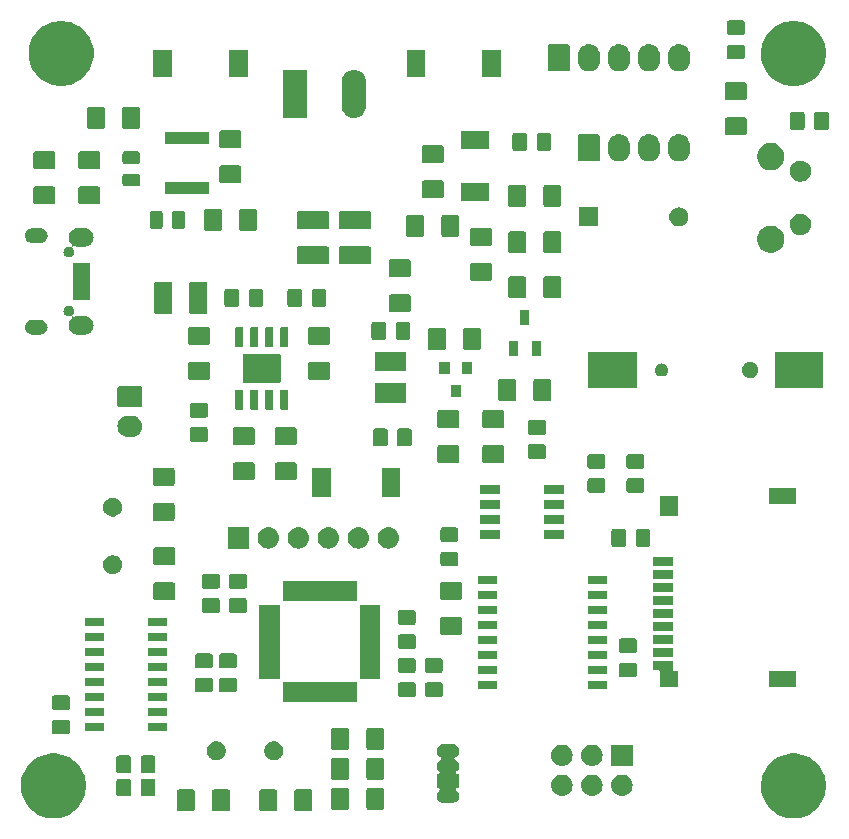
<source format=gbr>
G04 #@! TF.GenerationSoftware,KiCad,Pcbnew,(6.0.0-rc1-dev-1491-g0a4812be0)*
G04 #@! TF.CreationDate,2019-04-29T15:17:20+02:00
G04 #@! TF.ProjectId,datalogger,64617461-6c6f-4676-9765-722e6b696361,v. 1.0*
G04 #@! TF.SameCoordinates,Original*
G04 #@! TF.FileFunction,Soldermask,Top*
G04 #@! TF.FilePolarity,Negative*
%FSLAX46Y46*%
G04 Gerber Fmt 4.6, Leading zero omitted, Abs format (unit mm)*
G04 Created by KiCad (PCBNEW (6.0.0-rc1-dev-1491-g0a4812be0)) date 2019-04-29 15:17:20*
%MOMM*%
%LPD*%
G04 APERTURE LIST*
%ADD10C,0.100000*%
G04 APERTURE END LIST*
D10*
X154727000Y-62705500D02*
G75*
G03X154727000Y-62705500I-635000J0D01*
G01*
X154727000Y-69705500D02*
G75*
G03X154727000Y-69705500I-635000J0D01*
G01*
X157036500Y-68455500D02*
G75*
G03X157036500Y-68455500I-444500J0D01*
G01*
X157036500Y-63955500D02*
G75*
G03X157036500Y-63955500I-444500J0D01*
G01*
G36*
X156344566Y-113263643D02*
G01*
X156802437Y-113354719D01*
X157303087Y-113562095D01*
X157705531Y-113831000D01*
X157753663Y-113863161D01*
X158136839Y-114246337D01*
X158136841Y-114246340D01*
X158437905Y-114696913D01*
X158645281Y-115197563D01*
X158695100Y-115448022D01*
X158751000Y-115729049D01*
X158751000Y-116270951D01*
X158718191Y-116435895D01*
X158645281Y-116802437D01*
X158437905Y-117303087D01*
X158147636Y-117737504D01*
X158136839Y-117753663D01*
X157753663Y-118136839D01*
X157753660Y-118136841D01*
X157303087Y-118437905D01*
X156802437Y-118645281D01*
X156536694Y-118698140D01*
X156270951Y-118751000D01*
X155729049Y-118751000D01*
X155463306Y-118698140D01*
X155197563Y-118645281D01*
X154696913Y-118437905D01*
X154246340Y-118136841D01*
X154246337Y-118136839D01*
X153863161Y-117753663D01*
X153852364Y-117737504D01*
X153562095Y-117303087D01*
X153354719Y-116802437D01*
X153281809Y-116435895D01*
X153249000Y-116270951D01*
X153249000Y-115729049D01*
X153304900Y-115448022D01*
X153354719Y-115197563D01*
X153562095Y-114696913D01*
X153863159Y-114246340D01*
X153863161Y-114246337D01*
X154246337Y-113863161D01*
X154294469Y-113831000D01*
X154696913Y-113562095D01*
X155197563Y-113354719D01*
X155655434Y-113263643D01*
X155729049Y-113249000D01*
X156270951Y-113249000D01*
X156344566Y-113263643D01*
X156344566Y-113263643D01*
G37*
G36*
X93689566Y-113263643D02*
G01*
X94147437Y-113354719D01*
X94648087Y-113562095D01*
X95050531Y-113831000D01*
X95098663Y-113863161D01*
X95481839Y-114246337D01*
X95481841Y-114246340D01*
X95782905Y-114696913D01*
X95990281Y-115197563D01*
X96040100Y-115448022D01*
X96096000Y-115729049D01*
X96096000Y-116270951D01*
X96063191Y-116435895D01*
X95990281Y-116802437D01*
X95782905Y-117303087D01*
X95492636Y-117737504D01*
X95481839Y-117753663D01*
X95098663Y-118136839D01*
X95098660Y-118136841D01*
X94648087Y-118437905D01*
X94147437Y-118645281D01*
X93881694Y-118698140D01*
X93615951Y-118751000D01*
X93074049Y-118751000D01*
X92808306Y-118698140D01*
X92542563Y-118645281D01*
X92041913Y-118437905D01*
X91591340Y-118136841D01*
X91591337Y-118136839D01*
X91208161Y-117753663D01*
X91197364Y-117737504D01*
X90907095Y-117303087D01*
X90699719Y-116802437D01*
X90626809Y-116435895D01*
X90594000Y-116270951D01*
X90594000Y-115729049D01*
X90649900Y-115448022D01*
X90699719Y-115197563D01*
X90907095Y-114696913D01*
X91208159Y-114246340D01*
X91208161Y-114246337D01*
X91591337Y-113863161D01*
X91639469Y-113831000D01*
X92041913Y-113562095D01*
X92542563Y-113354719D01*
X93000434Y-113263643D01*
X93074049Y-113249000D01*
X93615951Y-113249000D01*
X93689566Y-113263643D01*
X93689566Y-113263643D01*
G37*
G36*
X112155562Y-116299181D02*
G01*
X112190477Y-116309773D01*
X112222665Y-116326978D01*
X112250873Y-116350127D01*
X112274022Y-116378335D01*
X112291227Y-116410523D01*
X112301819Y-116445438D01*
X112306000Y-116487895D01*
X112306000Y-117954105D01*
X112301819Y-117996562D01*
X112291227Y-118031477D01*
X112274022Y-118063665D01*
X112250873Y-118091873D01*
X112222665Y-118115022D01*
X112190477Y-118132227D01*
X112155562Y-118142819D01*
X112113105Y-118147000D01*
X110971895Y-118147000D01*
X110929438Y-118142819D01*
X110894523Y-118132227D01*
X110862335Y-118115022D01*
X110834127Y-118091873D01*
X110810978Y-118063665D01*
X110793773Y-118031477D01*
X110783181Y-117996562D01*
X110779000Y-117954105D01*
X110779000Y-116487895D01*
X110783181Y-116445438D01*
X110793773Y-116410523D01*
X110810978Y-116378335D01*
X110834127Y-116350127D01*
X110862335Y-116326978D01*
X110894523Y-116309773D01*
X110929438Y-116299181D01*
X110971895Y-116295000D01*
X112113105Y-116295000D01*
X112155562Y-116299181D01*
X112155562Y-116299181D01*
G37*
G36*
X115130562Y-116299181D02*
G01*
X115165477Y-116309773D01*
X115197665Y-116326978D01*
X115225873Y-116350127D01*
X115249022Y-116378335D01*
X115266227Y-116410523D01*
X115276819Y-116445438D01*
X115281000Y-116487895D01*
X115281000Y-117954105D01*
X115276819Y-117996562D01*
X115266227Y-118031477D01*
X115249022Y-118063665D01*
X115225873Y-118091873D01*
X115197665Y-118115022D01*
X115165477Y-118132227D01*
X115130562Y-118142819D01*
X115088105Y-118147000D01*
X113946895Y-118147000D01*
X113904438Y-118142819D01*
X113869523Y-118132227D01*
X113837335Y-118115022D01*
X113809127Y-118091873D01*
X113785978Y-118063665D01*
X113768773Y-118031477D01*
X113758181Y-117996562D01*
X113754000Y-117954105D01*
X113754000Y-116487895D01*
X113758181Y-116445438D01*
X113768773Y-116410523D01*
X113785978Y-116378335D01*
X113809127Y-116350127D01*
X113837335Y-116326978D01*
X113869523Y-116309773D01*
X113904438Y-116299181D01*
X113946895Y-116295000D01*
X115088105Y-116295000D01*
X115130562Y-116299181D01*
X115130562Y-116299181D01*
G37*
G36*
X105170562Y-116299181D02*
G01*
X105205477Y-116309773D01*
X105237665Y-116326978D01*
X105265873Y-116350127D01*
X105289022Y-116378335D01*
X105306227Y-116410523D01*
X105316819Y-116445438D01*
X105321000Y-116487895D01*
X105321000Y-117954105D01*
X105316819Y-117996562D01*
X105306227Y-118031477D01*
X105289022Y-118063665D01*
X105265873Y-118091873D01*
X105237665Y-118115022D01*
X105205477Y-118132227D01*
X105170562Y-118142819D01*
X105128105Y-118147000D01*
X103986895Y-118147000D01*
X103944438Y-118142819D01*
X103909523Y-118132227D01*
X103877335Y-118115022D01*
X103849127Y-118091873D01*
X103825978Y-118063665D01*
X103808773Y-118031477D01*
X103798181Y-117996562D01*
X103794000Y-117954105D01*
X103794000Y-116487895D01*
X103798181Y-116445438D01*
X103808773Y-116410523D01*
X103825978Y-116378335D01*
X103849127Y-116350127D01*
X103877335Y-116326978D01*
X103909523Y-116309773D01*
X103944438Y-116299181D01*
X103986895Y-116295000D01*
X105128105Y-116295000D01*
X105170562Y-116299181D01*
X105170562Y-116299181D01*
G37*
G36*
X108145562Y-116299181D02*
G01*
X108180477Y-116309773D01*
X108212665Y-116326978D01*
X108240873Y-116350127D01*
X108264022Y-116378335D01*
X108281227Y-116410523D01*
X108291819Y-116445438D01*
X108296000Y-116487895D01*
X108296000Y-117954105D01*
X108291819Y-117996562D01*
X108281227Y-118031477D01*
X108264022Y-118063665D01*
X108240873Y-118091873D01*
X108212665Y-118115022D01*
X108180477Y-118132227D01*
X108145562Y-118142819D01*
X108103105Y-118147000D01*
X106961895Y-118147000D01*
X106919438Y-118142819D01*
X106884523Y-118132227D01*
X106852335Y-118115022D01*
X106824127Y-118091873D01*
X106800978Y-118063665D01*
X106783773Y-118031477D01*
X106773181Y-117996562D01*
X106769000Y-117954105D01*
X106769000Y-116487895D01*
X106773181Y-116445438D01*
X106783773Y-116410523D01*
X106800978Y-116378335D01*
X106824127Y-116350127D01*
X106852335Y-116326978D01*
X106884523Y-116309773D01*
X106919438Y-116299181D01*
X106961895Y-116295000D01*
X108103105Y-116295000D01*
X108145562Y-116299181D01*
X108145562Y-116299181D01*
G37*
G36*
X121226562Y-116172181D02*
G01*
X121261477Y-116182773D01*
X121293665Y-116199978D01*
X121321873Y-116223127D01*
X121345022Y-116251335D01*
X121362227Y-116283523D01*
X121372819Y-116318438D01*
X121377000Y-116360895D01*
X121377000Y-117827105D01*
X121372819Y-117869562D01*
X121362227Y-117904477D01*
X121345022Y-117936665D01*
X121321873Y-117964873D01*
X121293665Y-117988022D01*
X121261477Y-118005227D01*
X121226562Y-118015819D01*
X121184105Y-118020000D01*
X120042895Y-118020000D01*
X120000438Y-118015819D01*
X119965523Y-118005227D01*
X119933335Y-117988022D01*
X119905127Y-117964873D01*
X119881978Y-117936665D01*
X119864773Y-117904477D01*
X119854181Y-117869562D01*
X119850000Y-117827105D01*
X119850000Y-116360895D01*
X119854181Y-116318438D01*
X119864773Y-116283523D01*
X119881978Y-116251335D01*
X119905127Y-116223127D01*
X119933335Y-116199978D01*
X119965523Y-116182773D01*
X120000438Y-116172181D01*
X120042895Y-116168000D01*
X121184105Y-116168000D01*
X121226562Y-116172181D01*
X121226562Y-116172181D01*
G37*
G36*
X118251562Y-116172181D02*
G01*
X118286477Y-116182773D01*
X118318665Y-116199978D01*
X118346873Y-116223127D01*
X118370022Y-116251335D01*
X118387227Y-116283523D01*
X118397819Y-116318438D01*
X118402000Y-116360895D01*
X118402000Y-117827105D01*
X118397819Y-117869562D01*
X118387227Y-117904477D01*
X118370022Y-117936665D01*
X118346873Y-117964873D01*
X118318665Y-117988022D01*
X118286477Y-118005227D01*
X118251562Y-118015819D01*
X118209105Y-118020000D01*
X117067895Y-118020000D01*
X117025438Y-118015819D01*
X116990523Y-118005227D01*
X116958335Y-117988022D01*
X116930127Y-117964873D01*
X116906978Y-117936665D01*
X116889773Y-117904477D01*
X116879181Y-117869562D01*
X116875000Y-117827105D01*
X116875000Y-116360895D01*
X116879181Y-116318438D01*
X116889773Y-116283523D01*
X116906978Y-116251335D01*
X116930127Y-116223127D01*
X116958335Y-116199978D01*
X116990523Y-116182773D01*
X117025438Y-116172181D01*
X117067895Y-116168000D01*
X118209105Y-116168000D01*
X118251562Y-116172181D01*
X118251562Y-116172181D01*
G37*
G36*
X127225877Y-112452479D02*
G01*
X127336338Y-112485987D01*
X127438137Y-112540400D01*
X127527369Y-112613631D01*
X127600600Y-112702863D01*
X127655013Y-112804662D01*
X127688521Y-112915123D01*
X127699835Y-113030000D01*
X127688521Y-113144877D01*
X127655013Y-113255338D01*
X127600600Y-113357137D01*
X127527369Y-113446369D01*
X127438137Y-113519600D01*
X127372357Y-113554760D01*
X127351982Y-113568373D01*
X127334655Y-113585700D01*
X127321041Y-113606075D01*
X127311664Y-113628714D01*
X127306883Y-113652747D01*
X127306883Y-113677252D01*
X127311663Y-113701285D01*
X127321041Y-113723924D01*
X127334654Y-113744299D01*
X127351981Y-113761626D01*
X127372357Y-113775240D01*
X127438137Y-113810400D01*
X127527369Y-113883631D01*
X127600600Y-113972863D01*
X127655013Y-114074662D01*
X127688521Y-114185123D01*
X127699835Y-114300000D01*
X127688521Y-114414877D01*
X127655013Y-114525338D01*
X127600600Y-114627137D01*
X127527369Y-114716369D01*
X127471312Y-114762374D01*
X127453985Y-114779701D01*
X127440372Y-114800076D01*
X127430994Y-114822715D01*
X127426214Y-114846749D01*
X127426214Y-114871253D01*
X127430995Y-114895286D01*
X127440372Y-114917925D01*
X127453986Y-114938300D01*
X127471313Y-114955627D01*
X127491688Y-114969240D01*
X127514327Y-114978618D01*
X127550612Y-114984000D01*
X127697000Y-114984000D01*
X127697000Y-116156000D01*
X127550612Y-116156000D01*
X127526226Y-116158402D01*
X127502777Y-116165515D01*
X127481166Y-116177066D01*
X127462224Y-116192612D01*
X127446678Y-116211554D01*
X127435127Y-116233165D01*
X127428014Y-116256614D01*
X127425612Y-116281000D01*
X127428014Y-116305386D01*
X127435127Y-116328835D01*
X127446678Y-116350446D01*
X127471312Y-116377626D01*
X127527369Y-116423631D01*
X127600600Y-116512863D01*
X127655013Y-116614662D01*
X127688521Y-116725123D01*
X127699835Y-116840000D01*
X127688521Y-116954877D01*
X127655013Y-117065338D01*
X127600600Y-117167137D01*
X127527369Y-117256369D01*
X127438137Y-117329600D01*
X127336338Y-117384013D01*
X127225877Y-117417521D01*
X127139786Y-117426000D01*
X126352214Y-117426000D01*
X126266123Y-117417521D01*
X126155662Y-117384013D01*
X126053863Y-117329600D01*
X125964631Y-117256369D01*
X125891400Y-117167137D01*
X125836987Y-117065338D01*
X125803479Y-116954877D01*
X125792165Y-116840000D01*
X125803479Y-116725123D01*
X125836987Y-116614662D01*
X125891400Y-116512863D01*
X125964631Y-116423631D01*
X126020688Y-116377626D01*
X126038015Y-116360299D01*
X126051628Y-116339924D01*
X126061006Y-116317285D01*
X126065786Y-116293251D01*
X126065786Y-116268747D01*
X126061005Y-116244714D01*
X126051628Y-116222075D01*
X126038014Y-116201700D01*
X126020687Y-116184373D01*
X126000312Y-116170760D01*
X125977673Y-116161382D01*
X125941388Y-116156000D01*
X125795000Y-116156000D01*
X125795000Y-114984000D01*
X125941388Y-114984000D01*
X125965774Y-114981598D01*
X125989223Y-114974485D01*
X126010834Y-114962934D01*
X126029776Y-114947388D01*
X126045322Y-114928446D01*
X126056873Y-114906835D01*
X126063986Y-114883386D01*
X126066388Y-114859000D01*
X126063986Y-114834614D01*
X126056873Y-114811165D01*
X126045322Y-114789554D01*
X126020688Y-114762374D01*
X125964631Y-114716369D01*
X125891400Y-114627137D01*
X125836987Y-114525338D01*
X125803479Y-114414877D01*
X125792165Y-114300000D01*
X125803479Y-114185123D01*
X125836987Y-114074662D01*
X125891400Y-113972863D01*
X125964631Y-113883631D01*
X126053863Y-113810400D01*
X126119643Y-113775240D01*
X126140018Y-113761627D01*
X126157345Y-113744300D01*
X126170959Y-113723925D01*
X126180336Y-113701286D01*
X126185117Y-113677253D01*
X126185117Y-113652748D01*
X126180337Y-113628715D01*
X126170959Y-113606076D01*
X126157346Y-113585701D01*
X126140019Y-113568374D01*
X126119643Y-113554760D01*
X126053863Y-113519600D01*
X125964631Y-113446369D01*
X125891400Y-113357137D01*
X125836987Y-113255338D01*
X125803479Y-113144877D01*
X125792165Y-113030000D01*
X125803479Y-112915123D01*
X125836987Y-112804662D01*
X125891400Y-112702863D01*
X125964631Y-112613631D01*
X126053863Y-112540400D01*
X126155662Y-112485987D01*
X126266123Y-112452479D01*
X126352214Y-112444000D01*
X127139786Y-112444000D01*
X127225877Y-112452479D01*
X127225877Y-112452479D01*
G37*
G36*
X101818677Y-115394965D02*
G01*
X101856364Y-115406398D01*
X101891103Y-115424966D01*
X101921548Y-115449952D01*
X101946534Y-115480397D01*
X101965102Y-115515136D01*
X101976535Y-115552823D01*
X101981000Y-115598161D01*
X101981000Y-116684839D01*
X101976535Y-116730177D01*
X101965102Y-116767864D01*
X101946534Y-116802603D01*
X101921548Y-116833048D01*
X101891103Y-116858034D01*
X101856364Y-116876602D01*
X101818677Y-116888035D01*
X101773339Y-116892500D01*
X100936661Y-116892500D01*
X100891323Y-116888035D01*
X100853636Y-116876602D01*
X100818897Y-116858034D01*
X100788452Y-116833048D01*
X100763466Y-116802603D01*
X100744898Y-116767864D01*
X100733465Y-116730177D01*
X100729000Y-116684839D01*
X100729000Y-115598161D01*
X100733465Y-115552823D01*
X100744898Y-115515136D01*
X100763466Y-115480397D01*
X100788452Y-115449952D01*
X100818897Y-115424966D01*
X100853636Y-115406398D01*
X100891323Y-115394965D01*
X100936661Y-115390500D01*
X101773339Y-115390500D01*
X101818677Y-115394965D01*
X101818677Y-115394965D01*
G37*
G36*
X99768677Y-115394965D02*
G01*
X99806364Y-115406398D01*
X99841103Y-115424966D01*
X99871548Y-115449952D01*
X99896534Y-115480397D01*
X99915102Y-115515136D01*
X99926535Y-115552823D01*
X99931000Y-115598161D01*
X99931000Y-116684839D01*
X99926535Y-116730177D01*
X99915102Y-116767864D01*
X99896534Y-116802603D01*
X99871548Y-116833048D01*
X99841103Y-116858034D01*
X99806364Y-116876602D01*
X99768677Y-116888035D01*
X99723339Y-116892500D01*
X98886661Y-116892500D01*
X98841323Y-116888035D01*
X98803636Y-116876602D01*
X98768897Y-116858034D01*
X98738452Y-116833048D01*
X98713466Y-116802603D01*
X98694898Y-116767864D01*
X98683465Y-116730177D01*
X98679000Y-116684839D01*
X98679000Y-115598161D01*
X98683465Y-115552823D01*
X98694898Y-115515136D01*
X98713466Y-115480397D01*
X98738452Y-115449952D01*
X98768897Y-115424966D01*
X98803636Y-115406398D01*
X98841323Y-115394965D01*
X98886661Y-115390500D01*
X99723339Y-115390500D01*
X99768677Y-115394965D01*
X99768677Y-115394965D01*
G37*
G36*
X141657294Y-115049633D02*
G01*
X141829694Y-115101931D01*
X141829696Y-115101932D01*
X141988583Y-115186859D01*
X142127849Y-115301151D01*
X142242141Y-115440417D01*
X142280115Y-115511462D01*
X142327069Y-115599306D01*
X142379367Y-115771706D01*
X142397025Y-115951000D01*
X142379367Y-116130294D01*
X142327841Y-116300148D01*
X142327068Y-116302696D01*
X142242141Y-116461583D01*
X142127849Y-116600849D01*
X141988583Y-116715141D01*
X141829696Y-116800068D01*
X141829694Y-116800069D01*
X141657294Y-116852367D01*
X141522931Y-116865600D01*
X141433069Y-116865600D01*
X141298706Y-116852367D01*
X141126306Y-116800069D01*
X141126304Y-116800068D01*
X140967417Y-116715141D01*
X140828151Y-116600849D01*
X140713859Y-116461583D01*
X140628932Y-116302696D01*
X140628159Y-116300148D01*
X140576633Y-116130294D01*
X140558975Y-115951000D01*
X140576633Y-115771706D01*
X140628931Y-115599306D01*
X140675885Y-115511462D01*
X140713859Y-115440417D01*
X140828151Y-115301151D01*
X140967417Y-115186859D01*
X141126304Y-115101932D01*
X141126306Y-115101931D01*
X141298706Y-115049633D01*
X141433069Y-115036400D01*
X141522931Y-115036400D01*
X141657294Y-115049633D01*
X141657294Y-115049633D01*
G37*
G36*
X139117294Y-115049633D02*
G01*
X139289694Y-115101931D01*
X139289696Y-115101932D01*
X139448583Y-115186859D01*
X139587849Y-115301151D01*
X139702141Y-115440417D01*
X139740115Y-115511462D01*
X139787069Y-115599306D01*
X139839367Y-115771706D01*
X139857025Y-115951000D01*
X139839367Y-116130294D01*
X139787841Y-116300148D01*
X139787068Y-116302696D01*
X139702141Y-116461583D01*
X139587849Y-116600849D01*
X139448583Y-116715141D01*
X139289696Y-116800068D01*
X139289694Y-116800069D01*
X139117294Y-116852367D01*
X138982931Y-116865600D01*
X138893069Y-116865600D01*
X138758706Y-116852367D01*
X138586306Y-116800069D01*
X138586304Y-116800068D01*
X138427417Y-116715141D01*
X138288151Y-116600849D01*
X138173859Y-116461583D01*
X138088932Y-116302696D01*
X138088159Y-116300148D01*
X138036633Y-116130294D01*
X138018975Y-115951000D01*
X138036633Y-115771706D01*
X138088931Y-115599306D01*
X138135885Y-115511462D01*
X138173859Y-115440417D01*
X138288151Y-115301151D01*
X138427417Y-115186859D01*
X138586304Y-115101932D01*
X138586306Y-115101931D01*
X138758706Y-115049633D01*
X138893069Y-115036400D01*
X138982931Y-115036400D01*
X139117294Y-115049633D01*
X139117294Y-115049633D01*
G37*
G36*
X136577294Y-115049633D02*
G01*
X136749694Y-115101931D01*
X136749696Y-115101932D01*
X136908583Y-115186859D01*
X137047849Y-115301151D01*
X137162141Y-115440417D01*
X137200115Y-115511462D01*
X137247069Y-115599306D01*
X137299367Y-115771706D01*
X137317025Y-115951000D01*
X137299367Y-116130294D01*
X137247841Y-116300148D01*
X137247068Y-116302696D01*
X137162141Y-116461583D01*
X137047849Y-116600849D01*
X136908583Y-116715141D01*
X136749696Y-116800068D01*
X136749694Y-116800069D01*
X136577294Y-116852367D01*
X136442931Y-116865600D01*
X136353069Y-116865600D01*
X136218706Y-116852367D01*
X136046306Y-116800069D01*
X136046304Y-116800068D01*
X135887417Y-116715141D01*
X135748151Y-116600849D01*
X135633859Y-116461583D01*
X135548932Y-116302696D01*
X135548159Y-116300148D01*
X135496633Y-116130294D01*
X135478975Y-115951000D01*
X135496633Y-115771706D01*
X135548931Y-115599306D01*
X135595885Y-115511462D01*
X135633859Y-115440417D01*
X135748151Y-115301151D01*
X135887417Y-115186859D01*
X136046304Y-115101932D01*
X136046306Y-115101931D01*
X136218706Y-115049633D01*
X136353069Y-115036400D01*
X136442931Y-115036400D01*
X136577294Y-115049633D01*
X136577294Y-115049633D01*
G37*
G36*
X118251562Y-113632181D02*
G01*
X118286477Y-113642773D01*
X118318665Y-113659978D01*
X118346873Y-113683127D01*
X118370022Y-113711335D01*
X118387227Y-113743523D01*
X118397819Y-113778438D01*
X118402000Y-113820895D01*
X118402000Y-115287105D01*
X118397819Y-115329562D01*
X118387227Y-115364477D01*
X118370022Y-115396665D01*
X118346873Y-115424873D01*
X118318665Y-115448022D01*
X118286477Y-115465227D01*
X118251562Y-115475819D01*
X118209105Y-115480000D01*
X117067895Y-115480000D01*
X117025438Y-115475819D01*
X116990523Y-115465227D01*
X116958335Y-115448022D01*
X116930127Y-115424873D01*
X116906978Y-115396665D01*
X116889773Y-115364477D01*
X116879181Y-115329562D01*
X116875000Y-115287105D01*
X116875000Y-113820895D01*
X116879181Y-113778438D01*
X116889773Y-113743523D01*
X116906978Y-113711335D01*
X116930127Y-113683127D01*
X116958335Y-113659978D01*
X116990523Y-113642773D01*
X117025438Y-113632181D01*
X117067895Y-113628000D01*
X118209105Y-113628000D01*
X118251562Y-113632181D01*
X118251562Y-113632181D01*
G37*
G36*
X121226562Y-113632181D02*
G01*
X121261477Y-113642773D01*
X121293665Y-113659978D01*
X121321873Y-113683127D01*
X121345022Y-113711335D01*
X121362227Y-113743523D01*
X121372819Y-113778438D01*
X121377000Y-113820895D01*
X121377000Y-115287105D01*
X121372819Y-115329562D01*
X121362227Y-115364477D01*
X121345022Y-115396665D01*
X121321873Y-115424873D01*
X121293665Y-115448022D01*
X121261477Y-115465227D01*
X121226562Y-115475819D01*
X121184105Y-115480000D01*
X120042895Y-115480000D01*
X120000438Y-115475819D01*
X119965523Y-115465227D01*
X119933335Y-115448022D01*
X119905127Y-115424873D01*
X119881978Y-115396665D01*
X119864773Y-115364477D01*
X119854181Y-115329562D01*
X119850000Y-115287105D01*
X119850000Y-113820895D01*
X119854181Y-113778438D01*
X119864773Y-113743523D01*
X119881978Y-113711335D01*
X119905127Y-113683127D01*
X119933335Y-113659978D01*
X119965523Y-113642773D01*
X120000438Y-113632181D01*
X120042895Y-113628000D01*
X121184105Y-113628000D01*
X121226562Y-113632181D01*
X121226562Y-113632181D01*
G37*
G36*
X99768677Y-113426465D02*
G01*
X99806364Y-113437898D01*
X99841103Y-113456466D01*
X99871548Y-113481452D01*
X99896534Y-113511897D01*
X99915102Y-113546636D01*
X99926535Y-113584323D01*
X99931000Y-113629661D01*
X99931000Y-114716339D01*
X99926535Y-114761677D01*
X99915102Y-114799364D01*
X99896534Y-114834103D01*
X99871548Y-114864548D01*
X99841103Y-114889534D01*
X99806364Y-114908102D01*
X99768677Y-114919535D01*
X99723339Y-114924000D01*
X98886661Y-114924000D01*
X98841323Y-114919535D01*
X98803636Y-114908102D01*
X98768897Y-114889534D01*
X98738452Y-114864548D01*
X98713466Y-114834103D01*
X98694898Y-114799364D01*
X98683465Y-114761677D01*
X98679000Y-114716339D01*
X98679000Y-113629661D01*
X98683465Y-113584323D01*
X98694898Y-113546636D01*
X98713466Y-113511897D01*
X98738452Y-113481452D01*
X98768897Y-113456466D01*
X98803636Y-113437898D01*
X98841323Y-113426465D01*
X98886661Y-113422000D01*
X99723339Y-113422000D01*
X99768677Y-113426465D01*
X99768677Y-113426465D01*
G37*
G36*
X101818677Y-113426465D02*
G01*
X101856364Y-113437898D01*
X101891103Y-113456466D01*
X101921548Y-113481452D01*
X101946534Y-113511897D01*
X101965102Y-113546636D01*
X101976535Y-113584323D01*
X101981000Y-113629661D01*
X101981000Y-114716339D01*
X101976535Y-114761677D01*
X101965102Y-114799364D01*
X101946534Y-114834103D01*
X101921548Y-114864548D01*
X101891103Y-114889534D01*
X101856364Y-114908102D01*
X101818677Y-114919535D01*
X101773339Y-114924000D01*
X100936661Y-114924000D01*
X100891323Y-114919535D01*
X100853636Y-114908102D01*
X100818897Y-114889534D01*
X100788452Y-114864548D01*
X100763466Y-114834103D01*
X100744898Y-114799364D01*
X100733465Y-114761677D01*
X100729000Y-114716339D01*
X100729000Y-113629661D01*
X100733465Y-113584323D01*
X100744898Y-113546636D01*
X100763466Y-113511897D01*
X100788452Y-113481452D01*
X100818897Y-113456466D01*
X100853636Y-113437898D01*
X100891323Y-113426465D01*
X100936661Y-113422000D01*
X101773339Y-113422000D01*
X101818677Y-113426465D01*
X101818677Y-113426465D01*
G37*
G36*
X142392600Y-114325600D02*
G01*
X140563400Y-114325600D01*
X140563400Y-112496400D01*
X142392600Y-112496400D01*
X142392600Y-114325600D01*
X142392600Y-114325600D01*
G37*
G36*
X139117294Y-112509633D02*
G01*
X139289694Y-112561931D01*
X139289696Y-112561932D01*
X139448583Y-112646859D01*
X139587849Y-112761151D01*
X139702141Y-112900417D01*
X139729235Y-112951107D01*
X139787069Y-113059306D01*
X139839367Y-113231706D01*
X139857025Y-113411000D01*
X139839367Y-113590294D01*
X139787069Y-113762694D01*
X139787068Y-113762696D01*
X139702141Y-113921583D01*
X139587849Y-114060849D01*
X139448583Y-114175141D01*
X139368783Y-114217795D01*
X139289694Y-114260069D01*
X139117294Y-114312367D01*
X138982931Y-114325600D01*
X138893069Y-114325600D01*
X138758706Y-114312367D01*
X138586306Y-114260069D01*
X138507217Y-114217795D01*
X138427417Y-114175141D01*
X138288151Y-114060849D01*
X138173859Y-113921583D01*
X138088932Y-113762696D01*
X138088931Y-113762694D01*
X138036633Y-113590294D01*
X138018975Y-113411000D01*
X138036633Y-113231706D01*
X138088931Y-113059306D01*
X138146765Y-112951107D01*
X138173859Y-112900417D01*
X138288151Y-112761151D01*
X138427417Y-112646859D01*
X138586304Y-112561932D01*
X138586306Y-112561931D01*
X138758706Y-112509633D01*
X138893069Y-112496400D01*
X138982931Y-112496400D01*
X139117294Y-112509633D01*
X139117294Y-112509633D01*
G37*
G36*
X136577294Y-112509633D02*
G01*
X136749694Y-112561931D01*
X136749696Y-112561932D01*
X136908583Y-112646859D01*
X137047849Y-112761151D01*
X137162141Y-112900417D01*
X137189235Y-112951107D01*
X137247069Y-113059306D01*
X137299367Y-113231706D01*
X137317025Y-113411000D01*
X137299367Y-113590294D01*
X137247069Y-113762694D01*
X137247068Y-113762696D01*
X137162141Y-113921583D01*
X137047849Y-114060849D01*
X136908583Y-114175141D01*
X136828783Y-114217795D01*
X136749694Y-114260069D01*
X136577294Y-114312367D01*
X136442931Y-114325600D01*
X136353069Y-114325600D01*
X136218706Y-114312367D01*
X136046306Y-114260069D01*
X135967217Y-114217795D01*
X135887417Y-114175141D01*
X135748151Y-114060849D01*
X135633859Y-113921583D01*
X135548932Y-113762696D01*
X135548931Y-113762694D01*
X135496633Y-113590294D01*
X135478975Y-113411000D01*
X135496633Y-113231706D01*
X135548931Y-113059306D01*
X135606765Y-112951107D01*
X135633859Y-112900417D01*
X135748151Y-112761151D01*
X135887417Y-112646859D01*
X136046304Y-112561932D01*
X136046306Y-112561931D01*
X136218706Y-112509633D01*
X136353069Y-112496400D01*
X136442931Y-112496400D01*
X136577294Y-112509633D01*
X136577294Y-112509633D01*
G37*
G36*
X107367643Y-112259781D02*
G01*
X107513415Y-112320162D01*
X107644611Y-112407824D01*
X107756176Y-112519389D01*
X107843838Y-112650585D01*
X107904219Y-112796357D01*
X107935000Y-112951107D01*
X107935000Y-113108893D01*
X107904219Y-113263643D01*
X107843838Y-113409415D01*
X107756176Y-113540611D01*
X107644611Y-113652176D01*
X107513415Y-113739838D01*
X107367643Y-113800219D01*
X107212893Y-113831000D01*
X107055107Y-113831000D01*
X106900357Y-113800219D01*
X106754585Y-113739838D01*
X106623389Y-113652176D01*
X106511824Y-113540611D01*
X106424162Y-113409415D01*
X106363781Y-113263643D01*
X106333000Y-113108893D01*
X106333000Y-112951107D01*
X106363781Y-112796357D01*
X106424162Y-112650585D01*
X106511824Y-112519389D01*
X106623389Y-112407824D01*
X106754585Y-112320162D01*
X106900357Y-112259781D01*
X107055107Y-112229000D01*
X107212893Y-112229000D01*
X107367643Y-112259781D01*
X107367643Y-112259781D01*
G37*
G36*
X112247643Y-112259781D02*
G01*
X112393415Y-112320162D01*
X112524611Y-112407824D01*
X112636176Y-112519389D01*
X112723838Y-112650585D01*
X112784219Y-112796357D01*
X112815000Y-112951107D01*
X112815000Y-113108893D01*
X112784219Y-113263643D01*
X112723838Y-113409415D01*
X112636176Y-113540611D01*
X112524611Y-113652176D01*
X112393415Y-113739838D01*
X112247643Y-113800219D01*
X112092893Y-113831000D01*
X111935107Y-113831000D01*
X111780357Y-113800219D01*
X111634585Y-113739838D01*
X111503389Y-113652176D01*
X111391824Y-113540611D01*
X111304162Y-113409415D01*
X111243781Y-113263643D01*
X111213000Y-113108893D01*
X111213000Y-112951107D01*
X111243781Y-112796357D01*
X111304162Y-112650585D01*
X111391824Y-112519389D01*
X111503389Y-112407824D01*
X111634585Y-112320162D01*
X111780357Y-112259781D01*
X111935107Y-112229000D01*
X112092893Y-112229000D01*
X112247643Y-112259781D01*
X112247643Y-112259781D01*
G37*
G36*
X121226562Y-111092181D02*
G01*
X121261477Y-111102773D01*
X121293665Y-111119978D01*
X121321873Y-111143127D01*
X121345022Y-111171335D01*
X121362227Y-111203523D01*
X121372819Y-111238438D01*
X121377000Y-111280895D01*
X121377000Y-112747105D01*
X121372819Y-112789562D01*
X121362227Y-112824477D01*
X121345022Y-112856665D01*
X121321873Y-112884873D01*
X121293665Y-112908022D01*
X121261477Y-112925227D01*
X121226562Y-112935819D01*
X121184105Y-112940000D01*
X120042895Y-112940000D01*
X120000438Y-112935819D01*
X119965523Y-112925227D01*
X119933335Y-112908022D01*
X119905127Y-112884873D01*
X119881978Y-112856665D01*
X119864773Y-112824477D01*
X119854181Y-112789562D01*
X119850000Y-112747105D01*
X119850000Y-111280895D01*
X119854181Y-111238438D01*
X119864773Y-111203523D01*
X119881978Y-111171335D01*
X119905127Y-111143127D01*
X119933335Y-111119978D01*
X119965523Y-111102773D01*
X120000438Y-111092181D01*
X120042895Y-111088000D01*
X121184105Y-111088000D01*
X121226562Y-111092181D01*
X121226562Y-111092181D01*
G37*
G36*
X118251562Y-111092181D02*
G01*
X118286477Y-111102773D01*
X118318665Y-111119978D01*
X118346873Y-111143127D01*
X118370022Y-111171335D01*
X118387227Y-111203523D01*
X118397819Y-111238438D01*
X118402000Y-111280895D01*
X118402000Y-112747105D01*
X118397819Y-112789562D01*
X118387227Y-112824477D01*
X118370022Y-112856665D01*
X118346873Y-112884873D01*
X118318665Y-112908022D01*
X118286477Y-112925227D01*
X118251562Y-112935819D01*
X118209105Y-112940000D01*
X117067895Y-112940000D01*
X117025438Y-112935819D01*
X116990523Y-112925227D01*
X116958335Y-112908022D01*
X116930127Y-112884873D01*
X116906978Y-112856665D01*
X116889773Y-112824477D01*
X116879181Y-112789562D01*
X116875000Y-112747105D01*
X116875000Y-111280895D01*
X116879181Y-111238438D01*
X116889773Y-111203523D01*
X116906978Y-111171335D01*
X116930127Y-111143127D01*
X116958335Y-111119978D01*
X116990523Y-111102773D01*
X117025438Y-111092181D01*
X117067895Y-111088000D01*
X118209105Y-111088000D01*
X118251562Y-111092181D01*
X118251562Y-111092181D01*
G37*
G36*
X94568677Y-110385465D02*
G01*
X94606364Y-110396898D01*
X94641103Y-110415466D01*
X94671548Y-110440452D01*
X94696534Y-110470897D01*
X94715102Y-110505636D01*
X94726535Y-110543323D01*
X94731000Y-110588661D01*
X94731000Y-111425339D01*
X94726535Y-111470677D01*
X94715102Y-111508364D01*
X94696534Y-111543103D01*
X94671548Y-111573548D01*
X94641103Y-111598534D01*
X94606364Y-111617102D01*
X94568677Y-111628535D01*
X94523339Y-111633000D01*
X93436661Y-111633000D01*
X93391323Y-111628535D01*
X93353636Y-111617102D01*
X93318897Y-111598534D01*
X93288452Y-111573548D01*
X93263466Y-111543103D01*
X93244898Y-111508364D01*
X93233465Y-111470677D01*
X93229000Y-111425339D01*
X93229000Y-110588661D01*
X93233465Y-110543323D01*
X93244898Y-110505636D01*
X93263466Y-110470897D01*
X93288452Y-110440452D01*
X93318897Y-110415466D01*
X93353636Y-110396898D01*
X93391323Y-110385465D01*
X93436661Y-110381000D01*
X94523339Y-110381000D01*
X94568677Y-110385465D01*
X94568677Y-110385465D01*
G37*
G36*
X103005500Y-111349000D02*
G01*
X101403500Y-111349000D01*
X101403500Y-110647000D01*
X103005500Y-110647000D01*
X103005500Y-111349000D01*
X103005500Y-111349000D01*
G37*
G36*
X97605500Y-111349000D02*
G01*
X96003500Y-111349000D01*
X96003500Y-110647000D01*
X97605500Y-110647000D01*
X97605500Y-111349000D01*
X97605500Y-111349000D01*
G37*
G36*
X97605500Y-110079000D02*
G01*
X96003500Y-110079000D01*
X96003500Y-109377000D01*
X97605500Y-109377000D01*
X97605500Y-110079000D01*
X97605500Y-110079000D01*
G37*
G36*
X103005500Y-110079000D02*
G01*
X101403500Y-110079000D01*
X101403500Y-109377000D01*
X103005500Y-109377000D01*
X103005500Y-110079000D01*
X103005500Y-110079000D01*
G37*
G36*
X94568677Y-108335465D02*
G01*
X94606364Y-108346898D01*
X94641103Y-108365466D01*
X94671548Y-108390452D01*
X94696534Y-108420897D01*
X94715102Y-108455636D01*
X94726535Y-108493323D01*
X94731000Y-108538661D01*
X94731000Y-109375339D01*
X94726535Y-109420677D01*
X94715102Y-109458364D01*
X94696534Y-109493103D01*
X94671548Y-109523548D01*
X94641103Y-109548534D01*
X94606364Y-109567102D01*
X94568677Y-109578535D01*
X94523339Y-109583000D01*
X93436661Y-109583000D01*
X93391323Y-109578535D01*
X93353636Y-109567102D01*
X93318897Y-109548534D01*
X93288452Y-109523548D01*
X93263466Y-109493103D01*
X93244898Y-109458364D01*
X93233465Y-109420677D01*
X93229000Y-109375339D01*
X93229000Y-108538661D01*
X93233465Y-108493323D01*
X93244898Y-108455636D01*
X93263466Y-108420897D01*
X93288452Y-108390452D01*
X93318897Y-108365466D01*
X93353636Y-108346898D01*
X93391323Y-108335465D01*
X93436661Y-108331000D01*
X94523339Y-108331000D01*
X94568677Y-108335465D01*
X94568677Y-108335465D01*
G37*
G36*
X119026000Y-108885000D02*
G01*
X112774000Y-108885000D01*
X112774000Y-107183000D01*
X119026000Y-107183000D01*
X119026000Y-108885000D01*
X119026000Y-108885000D01*
G37*
G36*
X97605500Y-108809000D02*
G01*
X96003500Y-108809000D01*
X96003500Y-108107000D01*
X97605500Y-108107000D01*
X97605500Y-108809000D01*
X97605500Y-108809000D01*
G37*
G36*
X103005500Y-108809000D02*
G01*
X101403500Y-108809000D01*
X101403500Y-108107000D01*
X103005500Y-108107000D01*
X103005500Y-108809000D01*
X103005500Y-108809000D01*
G37*
G36*
X126140677Y-107235465D02*
G01*
X126178364Y-107246898D01*
X126213103Y-107265466D01*
X126243548Y-107290452D01*
X126268534Y-107320897D01*
X126287102Y-107355636D01*
X126298535Y-107393323D01*
X126303000Y-107438661D01*
X126303000Y-108275339D01*
X126298535Y-108320677D01*
X126287102Y-108358364D01*
X126268534Y-108393103D01*
X126243548Y-108423548D01*
X126213103Y-108448534D01*
X126178364Y-108467102D01*
X126140677Y-108478535D01*
X126095339Y-108483000D01*
X125008661Y-108483000D01*
X124963323Y-108478535D01*
X124925636Y-108467102D01*
X124890897Y-108448534D01*
X124860452Y-108423548D01*
X124835466Y-108393103D01*
X124816898Y-108358364D01*
X124805465Y-108320677D01*
X124801000Y-108275339D01*
X124801000Y-107438661D01*
X124805465Y-107393323D01*
X124816898Y-107355636D01*
X124835466Y-107320897D01*
X124860452Y-107290452D01*
X124890897Y-107265466D01*
X124925636Y-107246898D01*
X124963323Y-107235465D01*
X125008661Y-107231000D01*
X126095339Y-107231000D01*
X126140677Y-107235465D01*
X126140677Y-107235465D01*
G37*
G36*
X123854677Y-107235465D02*
G01*
X123892364Y-107246898D01*
X123927103Y-107265466D01*
X123957548Y-107290452D01*
X123982534Y-107320897D01*
X124001102Y-107355636D01*
X124012535Y-107393323D01*
X124017000Y-107438661D01*
X124017000Y-108275339D01*
X124012535Y-108320677D01*
X124001102Y-108358364D01*
X123982534Y-108393103D01*
X123957548Y-108423548D01*
X123927103Y-108448534D01*
X123892364Y-108467102D01*
X123854677Y-108478535D01*
X123809339Y-108483000D01*
X122722661Y-108483000D01*
X122677323Y-108478535D01*
X122639636Y-108467102D01*
X122604897Y-108448534D01*
X122574452Y-108423548D01*
X122549466Y-108393103D01*
X122530898Y-108358364D01*
X122519465Y-108320677D01*
X122515000Y-108275339D01*
X122515000Y-107438661D01*
X122519465Y-107393323D01*
X122530898Y-107355636D01*
X122549466Y-107320897D01*
X122574452Y-107290452D01*
X122604897Y-107265466D01*
X122639636Y-107246898D01*
X122677323Y-107235465D01*
X122722661Y-107231000D01*
X123809339Y-107231000D01*
X123854677Y-107235465D01*
X123854677Y-107235465D01*
G37*
G36*
X108714524Y-106841131D02*
G01*
X108752211Y-106852564D01*
X108786950Y-106871132D01*
X108817395Y-106896118D01*
X108842381Y-106926563D01*
X108860949Y-106961302D01*
X108872382Y-106998989D01*
X108876847Y-107044327D01*
X108876847Y-107881005D01*
X108872382Y-107926343D01*
X108860949Y-107964030D01*
X108842381Y-107998769D01*
X108817395Y-108029214D01*
X108786950Y-108054200D01*
X108752211Y-108072768D01*
X108714524Y-108084201D01*
X108669186Y-108088666D01*
X107582508Y-108088666D01*
X107537170Y-108084201D01*
X107499483Y-108072768D01*
X107464744Y-108054200D01*
X107434299Y-108029214D01*
X107409313Y-107998769D01*
X107390745Y-107964030D01*
X107379312Y-107926343D01*
X107374847Y-107881005D01*
X107374847Y-107044327D01*
X107379312Y-106998989D01*
X107390745Y-106961302D01*
X107409313Y-106926563D01*
X107434299Y-106896118D01*
X107464744Y-106871132D01*
X107499483Y-106852564D01*
X107537170Y-106841131D01*
X107582508Y-106836666D01*
X108669186Y-106836666D01*
X108714524Y-106841131D01*
X108714524Y-106841131D01*
G37*
G36*
X106682524Y-106841131D02*
G01*
X106720211Y-106852564D01*
X106754950Y-106871132D01*
X106785395Y-106896118D01*
X106810381Y-106926563D01*
X106828949Y-106961302D01*
X106840382Y-106998989D01*
X106844847Y-107044327D01*
X106844847Y-107881005D01*
X106840382Y-107926343D01*
X106828949Y-107964030D01*
X106810381Y-107998769D01*
X106785395Y-108029214D01*
X106754950Y-108054200D01*
X106720211Y-108072768D01*
X106682524Y-108084201D01*
X106637186Y-108088666D01*
X105550508Y-108088666D01*
X105505170Y-108084201D01*
X105467483Y-108072768D01*
X105432744Y-108054200D01*
X105402299Y-108029214D01*
X105377313Y-107998769D01*
X105358745Y-107964030D01*
X105347312Y-107926343D01*
X105342847Y-107881005D01*
X105342847Y-107044327D01*
X105347312Y-106998989D01*
X105358745Y-106961302D01*
X105377313Y-106926563D01*
X105402299Y-106896118D01*
X105432744Y-106871132D01*
X105467483Y-106852564D01*
X105505170Y-106841131D01*
X105550508Y-106836666D01*
X106637186Y-106836666D01*
X106682524Y-106841131D01*
X106682524Y-106841131D01*
G37*
G36*
X140198000Y-107793000D02*
G01*
X138596000Y-107793000D01*
X138596000Y-107091000D01*
X140198000Y-107091000D01*
X140198000Y-107793000D01*
X140198000Y-107793000D01*
G37*
G36*
X130898000Y-107793000D02*
G01*
X129296000Y-107793000D01*
X129296000Y-107091000D01*
X130898000Y-107091000D01*
X130898000Y-107793000D01*
X130898000Y-107793000D01*
G37*
G36*
X145799000Y-106161000D02*
G01*
X145801402Y-106185386D01*
X145808515Y-106208835D01*
X145820066Y-106230446D01*
X145835612Y-106249388D01*
X145854554Y-106264934D01*
X145876165Y-106276485D01*
X145899614Y-106283598D01*
X145924000Y-106286000D01*
X146199000Y-106286000D01*
X146199000Y-107588000D01*
X144697000Y-107588000D01*
X144697000Y-106313000D01*
X144694598Y-106288614D01*
X144687485Y-106265165D01*
X144675934Y-106243554D01*
X144660388Y-106224612D01*
X144641446Y-106209066D01*
X144619835Y-106197515D01*
X144596386Y-106190402D01*
X144572000Y-106188000D01*
X144097000Y-106188000D01*
X144097000Y-105386000D01*
X145799000Y-105386000D01*
X145799000Y-106161000D01*
X145799000Y-106161000D01*
G37*
G36*
X156199000Y-107588000D02*
G01*
X153897000Y-107588000D01*
X153897000Y-106286000D01*
X156199000Y-106286000D01*
X156199000Y-107588000D01*
X156199000Y-107588000D01*
G37*
G36*
X97605500Y-107539000D02*
G01*
X96003500Y-107539000D01*
X96003500Y-106837000D01*
X97605500Y-106837000D01*
X97605500Y-107539000D01*
X97605500Y-107539000D01*
G37*
G36*
X103005500Y-107539000D02*
G01*
X101403500Y-107539000D01*
X101403500Y-106837000D01*
X103005500Y-106837000D01*
X103005500Y-107539000D01*
X103005500Y-107539000D01*
G37*
G36*
X121001000Y-106910000D02*
G01*
X119299000Y-106910000D01*
X119299000Y-100658000D01*
X121001000Y-100658000D01*
X121001000Y-106910000D01*
X121001000Y-106910000D01*
G37*
G36*
X112501000Y-106910000D02*
G01*
X110799000Y-106910000D01*
X110799000Y-100658000D01*
X112501000Y-100658000D01*
X112501000Y-106910000D01*
X112501000Y-106910000D01*
G37*
G36*
X142574677Y-105559465D02*
G01*
X142612364Y-105570898D01*
X142647103Y-105589466D01*
X142677548Y-105614452D01*
X142702534Y-105644897D01*
X142721102Y-105679636D01*
X142732535Y-105717323D01*
X142737000Y-105762661D01*
X142737000Y-106599339D01*
X142732535Y-106644677D01*
X142721102Y-106682364D01*
X142702534Y-106717103D01*
X142677548Y-106747548D01*
X142647103Y-106772534D01*
X142612364Y-106791102D01*
X142574677Y-106802535D01*
X142529339Y-106807000D01*
X141442661Y-106807000D01*
X141397323Y-106802535D01*
X141359636Y-106791102D01*
X141324897Y-106772534D01*
X141294452Y-106747548D01*
X141269466Y-106717103D01*
X141250898Y-106682364D01*
X141239465Y-106644677D01*
X141235000Y-106599339D01*
X141235000Y-105762661D01*
X141239465Y-105717323D01*
X141250898Y-105679636D01*
X141269466Y-105644897D01*
X141294452Y-105614452D01*
X141324897Y-105589466D01*
X141359636Y-105570898D01*
X141397323Y-105559465D01*
X141442661Y-105555000D01*
X142529339Y-105555000D01*
X142574677Y-105559465D01*
X142574677Y-105559465D01*
G37*
G36*
X130898000Y-106523000D02*
G01*
X129296000Y-106523000D01*
X129296000Y-105821000D01*
X130898000Y-105821000D01*
X130898000Y-106523000D01*
X130898000Y-106523000D01*
G37*
G36*
X140198000Y-106523000D02*
G01*
X138596000Y-106523000D01*
X138596000Y-105821000D01*
X140198000Y-105821000D01*
X140198000Y-106523000D01*
X140198000Y-106523000D01*
G37*
G36*
X126140677Y-105185465D02*
G01*
X126178364Y-105196898D01*
X126213103Y-105215466D01*
X126243548Y-105240452D01*
X126268534Y-105270897D01*
X126287102Y-105305636D01*
X126298535Y-105343323D01*
X126303000Y-105388661D01*
X126303000Y-106225339D01*
X126298535Y-106270677D01*
X126287102Y-106308364D01*
X126268534Y-106343103D01*
X126243548Y-106373548D01*
X126213103Y-106398534D01*
X126178364Y-106417102D01*
X126140677Y-106428535D01*
X126095339Y-106433000D01*
X125008661Y-106433000D01*
X124963323Y-106428535D01*
X124925636Y-106417102D01*
X124890897Y-106398534D01*
X124860452Y-106373548D01*
X124835466Y-106343103D01*
X124816898Y-106308364D01*
X124805465Y-106270677D01*
X124801000Y-106225339D01*
X124801000Y-105388661D01*
X124805465Y-105343323D01*
X124816898Y-105305636D01*
X124835466Y-105270897D01*
X124860452Y-105240452D01*
X124890897Y-105215466D01*
X124925636Y-105196898D01*
X124963323Y-105185465D01*
X125008661Y-105181000D01*
X126095339Y-105181000D01*
X126140677Y-105185465D01*
X126140677Y-105185465D01*
G37*
G36*
X123854677Y-105185465D02*
G01*
X123892364Y-105196898D01*
X123927103Y-105215466D01*
X123957548Y-105240452D01*
X123982534Y-105270897D01*
X124001102Y-105305636D01*
X124012535Y-105343323D01*
X124017000Y-105388661D01*
X124017000Y-106225339D01*
X124012535Y-106270677D01*
X124001102Y-106308364D01*
X123982534Y-106343103D01*
X123957548Y-106373548D01*
X123927103Y-106398534D01*
X123892364Y-106417102D01*
X123854677Y-106428535D01*
X123809339Y-106433000D01*
X122722661Y-106433000D01*
X122677323Y-106428535D01*
X122639636Y-106417102D01*
X122604897Y-106398534D01*
X122574452Y-106373548D01*
X122549466Y-106343103D01*
X122530898Y-106308364D01*
X122519465Y-106270677D01*
X122515000Y-106225339D01*
X122515000Y-105388661D01*
X122519465Y-105343323D01*
X122530898Y-105305636D01*
X122549466Y-105270897D01*
X122574452Y-105240452D01*
X122604897Y-105215466D01*
X122639636Y-105196898D01*
X122677323Y-105185465D01*
X122722661Y-105181000D01*
X123809339Y-105181000D01*
X123854677Y-105185465D01*
X123854677Y-105185465D01*
G37*
G36*
X103005500Y-106269000D02*
G01*
X101403500Y-106269000D01*
X101403500Y-105567000D01*
X103005500Y-105567000D01*
X103005500Y-106269000D01*
X103005500Y-106269000D01*
G37*
G36*
X97605500Y-106269000D02*
G01*
X96003500Y-106269000D01*
X96003500Y-105567000D01*
X97605500Y-105567000D01*
X97605500Y-106269000D01*
X97605500Y-106269000D01*
G37*
G36*
X108714524Y-104791131D02*
G01*
X108752211Y-104802564D01*
X108786950Y-104821132D01*
X108817395Y-104846118D01*
X108842381Y-104876563D01*
X108860949Y-104911302D01*
X108872382Y-104948989D01*
X108876847Y-104994327D01*
X108876847Y-105831005D01*
X108872382Y-105876343D01*
X108860949Y-105914030D01*
X108842381Y-105948769D01*
X108817395Y-105979214D01*
X108786950Y-106004200D01*
X108752211Y-106022768D01*
X108714524Y-106034201D01*
X108669186Y-106038666D01*
X107582508Y-106038666D01*
X107537170Y-106034201D01*
X107499483Y-106022768D01*
X107464744Y-106004200D01*
X107434299Y-105979214D01*
X107409313Y-105948769D01*
X107390745Y-105914030D01*
X107379312Y-105876343D01*
X107374847Y-105831005D01*
X107374847Y-104994327D01*
X107379312Y-104948989D01*
X107390745Y-104911302D01*
X107409313Y-104876563D01*
X107434299Y-104846118D01*
X107464744Y-104821132D01*
X107499483Y-104802564D01*
X107537170Y-104791131D01*
X107582508Y-104786666D01*
X108669186Y-104786666D01*
X108714524Y-104791131D01*
X108714524Y-104791131D01*
G37*
G36*
X106682524Y-104791131D02*
G01*
X106720211Y-104802564D01*
X106754950Y-104821132D01*
X106785395Y-104846118D01*
X106810381Y-104876563D01*
X106828949Y-104911302D01*
X106840382Y-104948989D01*
X106844847Y-104994327D01*
X106844847Y-105831005D01*
X106840382Y-105876343D01*
X106828949Y-105914030D01*
X106810381Y-105948769D01*
X106785395Y-105979214D01*
X106754950Y-106004200D01*
X106720211Y-106022768D01*
X106682524Y-106034201D01*
X106637186Y-106038666D01*
X105550508Y-106038666D01*
X105505170Y-106034201D01*
X105467483Y-106022768D01*
X105432744Y-106004200D01*
X105402299Y-105979214D01*
X105377313Y-105948769D01*
X105358745Y-105914030D01*
X105347312Y-105876343D01*
X105342847Y-105831005D01*
X105342847Y-104994327D01*
X105347312Y-104948989D01*
X105358745Y-104911302D01*
X105377313Y-104876563D01*
X105402299Y-104846118D01*
X105432744Y-104821132D01*
X105467483Y-104802564D01*
X105505170Y-104791131D01*
X105550508Y-104786666D01*
X106637186Y-104786666D01*
X106682524Y-104791131D01*
X106682524Y-104791131D01*
G37*
G36*
X140198000Y-105253000D02*
G01*
X138596000Y-105253000D01*
X138596000Y-104551000D01*
X140198000Y-104551000D01*
X140198000Y-105253000D01*
X140198000Y-105253000D01*
G37*
G36*
X130898000Y-105253000D02*
G01*
X129296000Y-105253000D01*
X129296000Y-104551000D01*
X130898000Y-104551000D01*
X130898000Y-105253000D01*
X130898000Y-105253000D01*
G37*
G36*
X145799000Y-105088000D02*
G01*
X144097000Y-105088000D01*
X144097000Y-104286000D01*
X145799000Y-104286000D01*
X145799000Y-105088000D01*
X145799000Y-105088000D01*
G37*
G36*
X97605500Y-104999000D02*
G01*
X96003500Y-104999000D01*
X96003500Y-104297000D01*
X97605500Y-104297000D01*
X97605500Y-104999000D01*
X97605500Y-104999000D01*
G37*
G36*
X103005500Y-104999000D02*
G01*
X101403500Y-104999000D01*
X101403500Y-104297000D01*
X103005500Y-104297000D01*
X103005500Y-104999000D01*
X103005500Y-104999000D01*
G37*
G36*
X142574677Y-103509465D02*
G01*
X142612364Y-103520898D01*
X142647103Y-103539466D01*
X142677548Y-103564452D01*
X142702534Y-103594897D01*
X142721102Y-103629636D01*
X142732535Y-103667323D01*
X142737000Y-103712661D01*
X142737000Y-104549339D01*
X142732535Y-104594677D01*
X142721102Y-104632364D01*
X142702534Y-104667103D01*
X142677548Y-104697548D01*
X142647103Y-104722534D01*
X142612364Y-104741102D01*
X142574677Y-104752535D01*
X142529339Y-104757000D01*
X141442661Y-104757000D01*
X141397323Y-104752535D01*
X141359636Y-104741102D01*
X141324897Y-104722534D01*
X141294452Y-104697548D01*
X141269466Y-104667103D01*
X141250898Y-104632364D01*
X141239465Y-104594677D01*
X141235000Y-104549339D01*
X141235000Y-103712661D01*
X141239465Y-103667323D01*
X141250898Y-103629636D01*
X141269466Y-103594897D01*
X141294452Y-103564452D01*
X141324897Y-103539466D01*
X141359636Y-103520898D01*
X141397323Y-103509465D01*
X141442661Y-103505000D01*
X142529339Y-103505000D01*
X142574677Y-103509465D01*
X142574677Y-103509465D01*
G37*
G36*
X123854677Y-103171465D02*
G01*
X123892364Y-103182898D01*
X123927103Y-103201466D01*
X123957548Y-103226452D01*
X123982534Y-103256897D01*
X124001102Y-103291636D01*
X124012535Y-103329323D01*
X124017000Y-103374661D01*
X124017000Y-104211339D01*
X124012535Y-104256677D01*
X124001102Y-104294364D01*
X123982534Y-104329103D01*
X123957548Y-104359548D01*
X123927103Y-104384534D01*
X123892364Y-104403102D01*
X123854677Y-104414535D01*
X123809339Y-104419000D01*
X122722661Y-104419000D01*
X122677323Y-104414535D01*
X122639636Y-104403102D01*
X122604897Y-104384534D01*
X122574452Y-104359548D01*
X122549466Y-104329103D01*
X122530898Y-104294364D01*
X122519465Y-104256677D01*
X122515000Y-104211339D01*
X122515000Y-103374661D01*
X122519465Y-103329323D01*
X122530898Y-103291636D01*
X122549466Y-103256897D01*
X122574452Y-103226452D01*
X122604897Y-103201466D01*
X122639636Y-103182898D01*
X122677323Y-103171465D01*
X122722661Y-103167000D01*
X123809339Y-103167000D01*
X123854677Y-103171465D01*
X123854677Y-103171465D01*
G37*
G36*
X145799000Y-103988000D02*
G01*
X144097000Y-103988000D01*
X144097000Y-103186000D01*
X145799000Y-103186000D01*
X145799000Y-103988000D01*
X145799000Y-103988000D01*
G37*
G36*
X130898000Y-103983000D02*
G01*
X129296000Y-103983000D01*
X129296000Y-103281000D01*
X130898000Y-103281000D01*
X130898000Y-103983000D01*
X130898000Y-103983000D01*
G37*
G36*
X140198000Y-103983000D02*
G01*
X138596000Y-103983000D01*
X138596000Y-103281000D01*
X140198000Y-103281000D01*
X140198000Y-103983000D01*
X140198000Y-103983000D01*
G37*
G36*
X97605500Y-103729000D02*
G01*
X96003500Y-103729000D01*
X96003500Y-103027000D01*
X97605500Y-103027000D01*
X97605500Y-103729000D01*
X97605500Y-103729000D01*
G37*
G36*
X103005500Y-103729000D02*
G01*
X101403500Y-103729000D01*
X101403500Y-103027000D01*
X103005500Y-103027000D01*
X103005500Y-103729000D01*
X103005500Y-103729000D01*
G37*
G36*
X127775562Y-101693181D02*
G01*
X127810477Y-101703773D01*
X127842665Y-101720978D01*
X127870873Y-101744127D01*
X127894022Y-101772335D01*
X127911227Y-101804523D01*
X127921819Y-101839438D01*
X127926000Y-101881895D01*
X127926000Y-103023105D01*
X127921819Y-103065562D01*
X127911227Y-103100477D01*
X127894022Y-103132665D01*
X127870873Y-103160873D01*
X127842665Y-103184022D01*
X127810477Y-103201227D01*
X127775562Y-103211819D01*
X127733105Y-103216000D01*
X126266895Y-103216000D01*
X126224438Y-103211819D01*
X126189523Y-103201227D01*
X126157335Y-103184022D01*
X126129127Y-103160873D01*
X126105978Y-103132665D01*
X126088773Y-103100477D01*
X126078181Y-103065562D01*
X126074000Y-103023105D01*
X126074000Y-101881895D01*
X126078181Y-101839438D01*
X126088773Y-101804523D01*
X126105978Y-101772335D01*
X126129127Y-101744127D01*
X126157335Y-101720978D01*
X126189523Y-101703773D01*
X126224438Y-101693181D01*
X126266895Y-101689000D01*
X127733105Y-101689000D01*
X127775562Y-101693181D01*
X127775562Y-101693181D01*
G37*
G36*
X145799000Y-102888000D02*
G01*
X144097000Y-102888000D01*
X144097000Y-102086000D01*
X145799000Y-102086000D01*
X145799000Y-102888000D01*
X145799000Y-102888000D01*
G37*
G36*
X130898000Y-102713000D02*
G01*
X129296000Y-102713000D01*
X129296000Y-102011000D01*
X130898000Y-102011000D01*
X130898000Y-102713000D01*
X130898000Y-102713000D01*
G37*
G36*
X140198000Y-102713000D02*
G01*
X138596000Y-102713000D01*
X138596000Y-102011000D01*
X140198000Y-102011000D01*
X140198000Y-102713000D01*
X140198000Y-102713000D01*
G37*
G36*
X97605500Y-102459000D02*
G01*
X96003500Y-102459000D01*
X96003500Y-101757000D01*
X97605500Y-101757000D01*
X97605500Y-102459000D01*
X97605500Y-102459000D01*
G37*
G36*
X103005500Y-102459000D02*
G01*
X101403500Y-102459000D01*
X101403500Y-101757000D01*
X103005500Y-101757000D01*
X103005500Y-102459000D01*
X103005500Y-102459000D01*
G37*
G36*
X123854677Y-101121465D02*
G01*
X123892364Y-101132898D01*
X123927103Y-101151466D01*
X123957548Y-101176452D01*
X123982534Y-101206897D01*
X124001102Y-101241636D01*
X124012535Y-101279323D01*
X124017000Y-101324661D01*
X124017000Y-102161339D01*
X124012535Y-102206677D01*
X124001102Y-102244364D01*
X123982534Y-102279103D01*
X123957548Y-102309548D01*
X123927103Y-102334534D01*
X123892364Y-102353102D01*
X123854677Y-102364535D01*
X123809339Y-102369000D01*
X122722661Y-102369000D01*
X122677323Y-102364535D01*
X122639636Y-102353102D01*
X122604897Y-102334534D01*
X122574452Y-102309548D01*
X122549466Y-102279103D01*
X122530898Y-102244364D01*
X122519465Y-102206677D01*
X122515000Y-102161339D01*
X122515000Y-101324661D01*
X122519465Y-101279323D01*
X122530898Y-101241636D01*
X122549466Y-101206897D01*
X122574452Y-101176452D01*
X122604897Y-101151466D01*
X122639636Y-101132898D01*
X122677323Y-101121465D01*
X122722661Y-101117000D01*
X123809339Y-101117000D01*
X123854677Y-101121465D01*
X123854677Y-101121465D01*
G37*
G36*
X145799000Y-101788000D02*
G01*
X144097000Y-101788000D01*
X144097000Y-100986000D01*
X145799000Y-100986000D01*
X145799000Y-101788000D01*
X145799000Y-101788000D01*
G37*
G36*
X130898000Y-101443000D02*
G01*
X129296000Y-101443000D01*
X129296000Y-100741000D01*
X130898000Y-100741000D01*
X130898000Y-101443000D01*
X130898000Y-101443000D01*
G37*
G36*
X140198000Y-101443000D02*
G01*
X138596000Y-101443000D01*
X138596000Y-100741000D01*
X140198000Y-100741000D01*
X140198000Y-101443000D01*
X140198000Y-101443000D01*
G37*
G36*
X109554677Y-100098465D02*
G01*
X109592364Y-100109898D01*
X109627103Y-100128466D01*
X109657548Y-100153452D01*
X109682534Y-100183897D01*
X109701102Y-100218636D01*
X109712535Y-100256323D01*
X109717000Y-100301661D01*
X109717000Y-101138339D01*
X109712535Y-101183677D01*
X109701102Y-101221364D01*
X109682534Y-101256103D01*
X109657548Y-101286548D01*
X109627103Y-101311534D01*
X109592364Y-101330102D01*
X109554677Y-101341535D01*
X109509339Y-101346000D01*
X108422661Y-101346000D01*
X108377323Y-101341535D01*
X108339636Y-101330102D01*
X108304897Y-101311534D01*
X108274452Y-101286548D01*
X108249466Y-101256103D01*
X108230898Y-101221364D01*
X108219465Y-101183677D01*
X108215000Y-101138339D01*
X108215000Y-100301661D01*
X108219465Y-100256323D01*
X108230898Y-100218636D01*
X108249466Y-100183897D01*
X108274452Y-100153452D01*
X108304897Y-100128466D01*
X108339636Y-100109898D01*
X108377323Y-100098465D01*
X108422661Y-100094000D01*
X109509339Y-100094000D01*
X109554677Y-100098465D01*
X109554677Y-100098465D01*
G37*
G36*
X107268677Y-100098465D02*
G01*
X107306364Y-100109898D01*
X107341103Y-100128466D01*
X107371548Y-100153452D01*
X107396534Y-100183897D01*
X107415102Y-100218636D01*
X107426535Y-100256323D01*
X107431000Y-100301661D01*
X107431000Y-101138339D01*
X107426535Y-101183677D01*
X107415102Y-101221364D01*
X107396534Y-101256103D01*
X107371548Y-101286548D01*
X107341103Y-101311534D01*
X107306364Y-101330102D01*
X107268677Y-101341535D01*
X107223339Y-101346000D01*
X106136661Y-101346000D01*
X106091323Y-101341535D01*
X106053636Y-101330102D01*
X106018897Y-101311534D01*
X105988452Y-101286548D01*
X105963466Y-101256103D01*
X105944898Y-101221364D01*
X105933465Y-101183677D01*
X105929000Y-101138339D01*
X105929000Y-100301661D01*
X105933465Y-100256323D01*
X105944898Y-100218636D01*
X105963466Y-100183897D01*
X105988452Y-100153452D01*
X106018897Y-100128466D01*
X106053636Y-100109898D01*
X106091323Y-100098465D01*
X106136661Y-100094000D01*
X107223339Y-100094000D01*
X107268677Y-100098465D01*
X107268677Y-100098465D01*
G37*
G36*
X145799000Y-100688000D02*
G01*
X144097000Y-100688000D01*
X144097000Y-99886000D01*
X145799000Y-99886000D01*
X145799000Y-100688000D01*
X145799000Y-100688000D01*
G37*
G36*
X119026000Y-100385000D02*
G01*
X112774000Y-100385000D01*
X112774000Y-98683000D01*
X119026000Y-98683000D01*
X119026000Y-100385000D01*
X119026000Y-100385000D01*
G37*
G36*
X103518562Y-98772181D02*
G01*
X103553477Y-98782773D01*
X103585665Y-98799978D01*
X103613873Y-98823127D01*
X103637022Y-98851335D01*
X103654227Y-98883523D01*
X103664819Y-98918438D01*
X103669000Y-98960895D01*
X103669000Y-100102105D01*
X103664819Y-100144562D01*
X103654227Y-100179477D01*
X103637022Y-100211665D01*
X103613873Y-100239873D01*
X103585665Y-100263022D01*
X103553477Y-100280227D01*
X103518562Y-100290819D01*
X103476105Y-100295000D01*
X102009895Y-100295000D01*
X101967438Y-100290819D01*
X101932523Y-100280227D01*
X101900335Y-100263022D01*
X101872127Y-100239873D01*
X101848978Y-100211665D01*
X101831773Y-100179477D01*
X101821181Y-100144562D01*
X101817000Y-100102105D01*
X101817000Y-98960895D01*
X101821181Y-98918438D01*
X101831773Y-98883523D01*
X101848978Y-98851335D01*
X101872127Y-98823127D01*
X101900335Y-98799978D01*
X101932523Y-98782773D01*
X101967438Y-98772181D01*
X102009895Y-98768000D01*
X103476105Y-98768000D01*
X103518562Y-98772181D01*
X103518562Y-98772181D01*
G37*
G36*
X127775562Y-98718181D02*
G01*
X127810477Y-98728773D01*
X127842665Y-98745978D01*
X127870873Y-98769127D01*
X127894022Y-98797335D01*
X127911227Y-98829523D01*
X127921819Y-98864438D01*
X127926000Y-98906895D01*
X127926000Y-100048105D01*
X127921819Y-100090562D01*
X127911227Y-100125477D01*
X127894022Y-100157665D01*
X127870873Y-100185873D01*
X127842665Y-100209022D01*
X127810477Y-100226227D01*
X127775562Y-100236819D01*
X127733105Y-100241000D01*
X126266895Y-100241000D01*
X126224438Y-100236819D01*
X126189523Y-100226227D01*
X126157335Y-100209022D01*
X126129127Y-100185873D01*
X126105978Y-100157665D01*
X126088773Y-100125477D01*
X126078181Y-100090562D01*
X126074000Y-100048105D01*
X126074000Y-98906895D01*
X126078181Y-98864438D01*
X126088773Y-98829523D01*
X126105978Y-98797335D01*
X126129127Y-98769127D01*
X126157335Y-98745978D01*
X126189523Y-98728773D01*
X126224438Y-98718181D01*
X126266895Y-98714000D01*
X127733105Y-98714000D01*
X127775562Y-98718181D01*
X127775562Y-98718181D01*
G37*
G36*
X140198000Y-100173000D02*
G01*
X138596000Y-100173000D01*
X138596000Y-99471000D01*
X140198000Y-99471000D01*
X140198000Y-100173000D01*
X140198000Y-100173000D01*
G37*
G36*
X130898000Y-100173000D02*
G01*
X129296000Y-100173000D01*
X129296000Y-99471000D01*
X130898000Y-99471000D01*
X130898000Y-100173000D01*
X130898000Y-100173000D01*
G37*
G36*
X145799000Y-99588000D02*
G01*
X144097000Y-99588000D01*
X144097000Y-98786000D01*
X145799000Y-98786000D01*
X145799000Y-99588000D01*
X145799000Y-99588000D01*
G37*
G36*
X107268677Y-98048465D02*
G01*
X107306364Y-98059898D01*
X107341103Y-98078466D01*
X107371548Y-98103452D01*
X107396534Y-98133897D01*
X107415102Y-98168636D01*
X107426535Y-98206323D01*
X107431000Y-98251661D01*
X107431000Y-99088339D01*
X107426535Y-99133677D01*
X107415102Y-99171364D01*
X107396534Y-99206103D01*
X107371548Y-99236548D01*
X107341103Y-99261534D01*
X107306364Y-99280102D01*
X107268677Y-99291535D01*
X107223339Y-99296000D01*
X106136661Y-99296000D01*
X106091323Y-99291535D01*
X106053636Y-99280102D01*
X106018897Y-99261534D01*
X105988452Y-99236548D01*
X105963466Y-99206103D01*
X105944898Y-99171364D01*
X105933465Y-99133677D01*
X105929000Y-99088339D01*
X105929000Y-98251661D01*
X105933465Y-98206323D01*
X105944898Y-98168636D01*
X105963466Y-98133897D01*
X105988452Y-98103452D01*
X106018897Y-98078466D01*
X106053636Y-98059898D01*
X106091323Y-98048465D01*
X106136661Y-98044000D01*
X107223339Y-98044000D01*
X107268677Y-98048465D01*
X107268677Y-98048465D01*
G37*
G36*
X109554677Y-98048465D02*
G01*
X109592364Y-98059898D01*
X109627103Y-98078466D01*
X109657548Y-98103452D01*
X109682534Y-98133897D01*
X109701102Y-98168636D01*
X109712535Y-98206323D01*
X109717000Y-98251661D01*
X109717000Y-99088339D01*
X109712535Y-99133677D01*
X109701102Y-99171364D01*
X109682534Y-99206103D01*
X109657548Y-99236548D01*
X109627103Y-99261534D01*
X109592364Y-99280102D01*
X109554677Y-99291535D01*
X109509339Y-99296000D01*
X108422661Y-99296000D01*
X108377323Y-99291535D01*
X108339636Y-99280102D01*
X108304897Y-99261534D01*
X108274452Y-99236548D01*
X108249466Y-99206103D01*
X108230898Y-99171364D01*
X108219465Y-99133677D01*
X108215000Y-99088339D01*
X108215000Y-98251661D01*
X108219465Y-98206323D01*
X108230898Y-98168636D01*
X108249466Y-98133897D01*
X108274452Y-98103452D01*
X108304897Y-98078466D01*
X108339636Y-98059898D01*
X108377323Y-98048465D01*
X108422661Y-98044000D01*
X109509339Y-98044000D01*
X109554677Y-98048465D01*
X109554677Y-98048465D01*
G37*
G36*
X130898000Y-98903000D02*
G01*
X129296000Y-98903000D01*
X129296000Y-98201000D01*
X130898000Y-98201000D01*
X130898000Y-98903000D01*
X130898000Y-98903000D01*
G37*
G36*
X140198000Y-98903000D02*
G01*
X138596000Y-98903000D01*
X138596000Y-98201000D01*
X140198000Y-98201000D01*
X140198000Y-98903000D01*
X140198000Y-98903000D01*
G37*
G36*
X145799000Y-98488000D02*
G01*
X144097000Y-98488000D01*
X144097000Y-97686000D01*
X145799000Y-97686000D01*
X145799000Y-98488000D01*
X145799000Y-98488000D01*
G37*
G36*
X98595143Y-96502281D02*
G01*
X98740915Y-96562662D01*
X98872111Y-96650324D01*
X98983676Y-96761889D01*
X99071338Y-96893085D01*
X99131719Y-97038857D01*
X99162500Y-97193607D01*
X99162500Y-97351393D01*
X99131719Y-97506143D01*
X99071338Y-97651915D01*
X98983676Y-97783111D01*
X98872111Y-97894676D01*
X98740915Y-97982338D01*
X98595143Y-98042719D01*
X98440393Y-98073500D01*
X98282607Y-98073500D01*
X98127857Y-98042719D01*
X97982085Y-97982338D01*
X97850889Y-97894676D01*
X97739324Y-97783111D01*
X97651662Y-97651915D01*
X97591281Y-97506143D01*
X97560500Y-97351393D01*
X97560500Y-97193607D01*
X97591281Y-97038857D01*
X97651662Y-96893085D01*
X97739324Y-96761889D01*
X97850889Y-96650324D01*
X97982085Y-96562662D01*
X98127857Y-96502281D01*
X98282607Y-96471500D01*
X98440393Y-96471500D01*
X98595143Y-96502281D01*
X98595143Y-96502281D01*
G37*
G36*
X127461677Y-96161465D02*
G01*
X127499364Y-96172898D01*
X127534103Y-96191466D01*
X127564548Y-96216452D01*
X127589534Y-96246897D01*
X127608102Y-96281636D01*
X127619535Y-96319323D01*
X127624000Y-96364661D01*
X127624000Y-97201339D01*
X127619535Y-97246677D01*
X127608102Y-97284364D01*
X127589534Y-97319103D01*
X127564548Y-97349548D01*
X127534103Y-97374534D01*
X127499364Y-97393102D01*
X127461677Y-97404535D01*
X127416339Y-97409000D01*
X126329661Y-97409000D01*
X126284323Y-97404535D01*
X126246636Y-97393102D01*
X126211897Y-97374534D01*
X126181452Y-97349548D01*
X126156466Y-97319103D01*
X126137898Y-97284364D01*
X126126465Y-97246677D01*
X126122000Y-97201339D01*
X126122000Y-96364661D01*
X126126465Y-96319323D01*
X126137898Y-96281636D01*
X126156466Y-96246897D01*
X126181452Y-96216452D01*
X126211897Y-96191466D01*
X126246636Y-96172898D01*
X126284323Y-96161465D01*
X126329661Y-96157000D01*
X127416339Y-96157000D01*
X127461677Y-96161465D01*
X127461677Y-96161465D01*
G37*
G36*
X145799000Y-97388000D02*
G01*
X144097000Y-97388000D01*
X144097000Y-96586000D01*
X145799000Y-96586000D01*
X145799000Y-97388000D01*
X145799000Y-97388000D01*
G37*
G36*
X103518562Y-95797181D02*
G01*
X103553477Y-95807773D01*
X103585665Y-95824978D01*
X103613873Y-95848127D01*
X103637022Y-95876335D01*
X103654227Y-95908523D01*
X103664819Y-95943438D01*
X103669000Y-95985895D01*
X103669000Y-97127105D01*
X103664819Y-97169562D01*
X103654227Y-97204477D01*
X103637022Y-97236665D01*
X103613873Y-97264873D01*
X103585665Y-97288022D01*
X103553477Y-97305227D01*
X103518562Y-97315819D01*
X103476105Y-97320000D01*
X102009895Y-97320000D01*
X101967438Y-97315819D01*
X101932523Y-97305227D01*
X101900335Y-97288022D01*
X101872127Y-97264873D01*
X101848978Y-97236665D01*
X101831773Y-97204477D01*
X101821181Y-97169562D01*
X101817000Y-97127105D01*
X101817000Y-95985895D01*
X101821181Y-95943438D01*
X101831773Y-95908523D01*
X101848978Y-95876335D01*
X101872127Y-95848127D01*
X101900335Y-95824978D01*
X101932523Y-95807773D01*
X101967438Y-95797181D01*
X102009895Y-95793000D01*
X103476105Y-95793000D01*
X103518562Y-95797181D01*
X103518562Y-95797181D01*
G37*
G36*
X121810443Y-94105519D02*
G01*
X121876627Y-94112037D01*
X121989853Y-94146384D01*
X122046467Y-94163557D01*
X122166958Y-94227962D01*
X122202991Y-94247222D01*
X122206656Y-94250230D01*
X122340186Y-94359814D01*
X122416382Y-94452661D01*
X122452778Y-94497009D01*
X122452779Y-94497011D01*
X122536443Y-94653533D01*
X122536443Y-94653534D01*
X122587963Y-94823373D01*
X122605359Y-95000000D01*
X122587963Y-95176627D01*
X122569334Y-95238038D01*
X122536443Y-95346467D01*
X122467832Y-95474827D01*
X122452778Y-95502991D01*
X122432315Y-95527925D01*
X122340186Y-95640186D01*
X122265923Y-95701131D01*
X122202991Y-95752778D01*
X122202989Y-95752779D01*
X122046467Y-95836443D01*
X122007949Y-95848127D01*
X121876627Y-95887963D01*
X121810443Y-95894481D01*
X121744260Y-95901000D01*
X121655740Y-95901000D01*
X121589557Y-95894481D01*
X121523373Y-95887963D01*
X121392051Y-95848127D01*
X121353533Y-95836443D01*
X121197011Y-95752779D01*
X121197009Y-95752778D01*
X121134077Y-95701131D01*
X121059814Y-95640186D01*
X120967685Y-95527925D01*
X120947222Y-95502991D01*
X120932168Y-95474827D01*
X120863557Y-95346467D01*
X120830666Y-95238038D01*
X120812037Y-95176627D01*
X120794641Y-95000000D01*
X120812037Y-94823373D01*
X120863557Y-94653534D01*
X120863557Y-94653533D01*
X120947221Y-94497011D01*
X120947222Y-94497009D01*
X120983618Y-94452661D01*
X121059814Y-94359814D01*
X121193344Y-94250230D01*
X121197009Y-94247222D01*
X121233042Y-94227962D01*
X121353533Y-94163557D01*
X121410147Y-94146384D01*
X121523373Y-94112037D01*
X121589557Y-94105519D01*
X121655740Y-94099000D01*
X121744260Y-94099000D01*
X121810443Y-94105519D01*
X121810443Y-94105519D01*
G37*
G36*
X111650443Y-94105519D02*
G01*
X111716627Y-94112037D01*
X111829853Y-94146384D01*
X111886467Y-94163557D01*
X112006958Y-94227962D01*
X112042991Y-94247222D01*
X112046656Y-94250230D01*
X112180186Y-94359814D01*
X112256382Y-94452661D01*
X112292778Y-94497009D01*
X112292779Y-94497011D01*
X112376443Y-94653533D01*
X112376443Y-94653534D01*
X112427963Y-94823373D01*
X112445359Y-95000000D01*
X112427963Y-95176627D01*
X112409334Y-95238038D01*
X112376443Y-95346467D01*
X112307832Y-95474827D01*
X112292778Y-95502991D01*
X112272315Y-95527925D01*
X112180186Y-95640186D01*
X112105923Y-95701131D01*
X112042991Y-95752778D01*
X112042989Y-95752779D01*
X111886467Y-95836443D01*
X111847949Y-95848127D01*
X111716627Y-95887963D01*
X111650443Y-95894481D01*
X111584260Y-95901000D01*
X111495740Y-95901000D01*
X111429557Y-95894481D01*
X111363373Y-95887963D01*
X111232051Y-95848127D01*
X111193533Y-95836443D01*
X111037011Y-95752779D01*
X111037009Y-95752778D01*
X110974077Y-95701131D01*
X110899814Y-95640186D01*
X110807685Y-95527925D01*
X110787222Y-95502991D01*
X110772168Y-95474827D01*
X110703557Y-95346467D01*
X110670666Y-95238038D01*
X110652037Y-95176627D01*
X110634641Y-95000000D01*
X110652037Y-94823373D01*
X110703557Y-94653534D01*
X110703557Y-94653533D01*
X110787221Y-94497011D01*
X110787222Y-94497009D01*
X110823618Y-94452661D01*
X110899814Y-94359814D01*
X111033344Y-94250230D01*
X111037009Y-94247222D01*
X111073042Y-94227962D01*
X111193533Y-94163557D01*
X111250147Y-94146384D01*
X111363373Y-94112037D01*
X111429557Y-94105519D01*
X111495740Y-94099000D01*
X111584260Y-94099000D01*
X111650443Y-94105519D01*
X111650443Y-94105519D01*
G37*
G36*
X109901000Y-95901000D02*
G01*
X108099000Y-95901000D01*
X108099000Y-94099000D01*
X109901000Y-94099000D01*
X109901000Y-95901000D01*
X109901000Y-95901000D01*
G37*
G36*
X116730443Y-94105519D02*
G01*
X116796627Y-94112037D01*
X116909853Y-94146384D01*
X116966467Y-94163557D01*
X117086958Y-94227962D01*
X117122991Y-94247222D01*
X117126656Y-94250230D01*
X117260186Y-94359814D01*
X117336382Y-94452661D01*
X117372778Y-94497009D01*
X117372779Y-94497011D01*
X117456443Y-94653533D01*
X117456443Y-94653534D01*
X117507963Y-94823373D01*
X117525359Y-95000000D01*
X117507963Y-95176627D01*
X117489334Y-95238038D01*
X117456443Y-95346467D01*
X117387832Y-95474827D01*
X117372778Y-95502991D01*
X117352315Y-95527925D01*
X117260186Y-95640186D01*
X117185923Y-95701131D01*
X117122991Y-95752778D01*
X117122989Y-95752779D01*
X116966467Y-95836443D01*
X116927949Y-95848127D01*
X116796627Y-95887963D01*
X116730443Y-95894481D01*
X116664260Y-95901000D01*
X116575740Y-95901000D01*
X116509557Y-95894481D01*
X116443373Y-95887963D01*
X116312051Y-95848127D01*
X116273533Y-95836443D01*
X116117011Y-95752779D01*
X116117009Y-95752778D01*
X116054077Y-95701131D01*
X115979814Y-95640186D01*
X115887685Y-95527925D01*
X115867222Y-95502991D01*
X115852168Y-95474827D01*
X115783557Y-95346467D01*
X115750666Y-95238038D01*
X115732037Y-95176627D01*
X115714641Y-95000000D01*
X115732037Y-94823373D01*
X115783557Y-94653534D01*
X115783557Y-94653533D01*
X115867221Y-94497011D01*
X115867222Y-94497009D01*
X115903618Y-94452661D01*
X115979814Y-94359814D01*
X116113344Y-94250230D01*
X116117009Y-94247222D01*
X116153042Y-94227962D01*
X116273533Y-94163557D01*
X116330147Y-94146384D01*
X116443373Y-94112037D01*
X116509557Y-94105519D01*
X116575740Y-94099000D01*
X116664260Y-94099000D01*
X116730443Y-94105519D01*
X116730443Y-94105519D01*
G37*
G36*
X119270443Y-94105519D02*
G01*
X119336627Y-94112037D01*
X119449853Y-94146384D01*
X119506467Y-94163557D01*
X119626958Y-94227962D01*
X119662991Y-94247222D01*
X119666656Y-94250230D01*
X119800186Y-94359814D01*
X119876382Y-94452661D01*
X119912778Y-94497009D01*
X119912779Y-94497011D01*
X119996443Y-94653533D01*
X119996443Y-94653534D01*
X120047963Y-94823373D01*
X120065359Y-95000000D01*
X120047963Y-95176627D01*
X120029334Y-95238038D01*
X119996443Y-95346467D01*
X119927832Y-95474827D01*
X119912778Y-95502991D01*
X119892315Y-95527925D01*
X119800186Y-95640186D01*
X119725923Y-95701131D01*
X119662991Y-95752778D01*
X119662989Y-95752779D01*
X119506467Y-95836443D01*
X119467949Y-95848127D01*
X119336627Y-95887963D01*
X119270443Y-95894481D01*
X119204260Y-95901000D01*
X119115740Y-95901000D01*
X119049557Y-95894481D01*
X118983373Y-95887963D01*
X118852051Y-95848127D01*
X118813533Y-95836443D01*
X118657011Y-95752779D01*
X118657009Y-95752778D01*
X118594077Y-95701131D01*
X118519814Y-95640186D01*
X118427685Y-95527925D01*
X118407222Y-95502991D01*
X118392168Y-95474827D01*
X118323557Y-95346467D01*
X118290666Y-95238038D01*
X118272037Y-95176627D01*
X118254641Y-95000000D01*
X118272037Y-94823373D01*
X118323557Y-94653534D01*
X118323557Y-94653533D01*
X118407221Y-94497011D01*
X118407222Y-94497009D01*
X118443618Y-94452661D01*
X118519814Y-94359814D01*
X118653344Y-94250230D01*
X118657009Y-94247222D01*
X118693042Y-94227962D01*
X118813533Y-94163557D01*
X118870147Y-94146384D01*
X118983373Y-94112037D01*
X119049557Y-94105519D01*
X119115740Y-94099000D01*
X119204260Y-94099000D01*
X119270443Y-94105519D01*
X119270443Y-94105519D01*
G37*
G36*
X114190443Y-94105519D02*
G01*
X114256627Y-94112037D01*
X114369853Y-94146384D01*
X114426467Y-94163557D01*
X114546958Y-94227962D01*
X114582991Y-94247222D01*
X114586656Y-94250230D01*
X114720186Y-94359814D01*
X114796382Y-94452661D01*
X114832778Y-94497009D01*
X114832779Y-94497011D01*
X114916443Y-94653533D01*
X114916443Y-94653534D01*
X114967963Y-94823373D01*
X114985359Y-95000000D01*
X114967963Y-95176627D01*
X114949334Y-95238038D01*
X114916443Y-95346467D01*
X114847832Y-95474827D01*
X114832778Y-95502991D01*
X114812315Y-95527925D01*
X114720186Y-95640186D01*
X114645923Y-95701131D01*
X114582991Y-95752778D01*
X114582989Y-95752779D01*
X114426467Y-95836443D01*
X114387949Y-95848127D01*
X114256627Y-95887963D01*
X114190443Y-95894481D01*
X114124260Y-95901000D01*
X114035740Y-95901000D01*
X113969557Y-95894481D01*
X113903373Y-95887963D01*
X113772051Y-95848127D01*
X113733533Y-95836443D01*
X113577011Y-95752779D01*
X113577009Y-95752778D01*
X113514077Y-95701131D01*
X113439814Y-95640186D01*
X113347685Y-95527925D01*
X113327222Y-95502991D01*
X113312168Y-95474827D01*
X113243557Y-95346467D01*
X113210666Y-95238038D01*
X113192037Y-95176627D01*
X113174641Y-95000000D01*
X113192037Y-94823373D01*
X113243557Y-94653534D01*
X113243557Y-94653533D01*
X113327221Y-94497011D01*
X113327222Y-94497009D01*
X113363618Y-94452661D01*
X113439814Y-94359814D01*
X113573344Y-94250230D01*
X113577009Y-94247222D01*
X113613042Y-94227962D01*
X113733533Y-94163557D01*
X113790147Y-94146384D01*
X113903373Y-94112037D01*
X113969557Y-94105519D01*
X114035740Y-94099000D01*
X114124260Y-94099000D01*
X114190443Y-94105519D01*
X114190443Y-94105519D01*
G37*
G36*
X143728677Y-94249465D02*
G01*
X143766364Y-94260898D01*
X143801103Y-94279466D01*
X143831548Y-94304452D01*
X143856534Y-94334897D01*
X143875102Y-94369636D01*
X143886535Y-94407323D01*
X143891000Y-94452661D01*
X143891000Y-95539339D01*
X143886535Y-95584677D01*
X143875102Y-95622364D01*
X143856534Y-95657103D01*
X143831548Y-95687548D01*
X143801103Y-95712534D01*
X143766364Y-95731102D01*
X143728677Y-95742535D01*
X143683339Y-95747000D01*
X142846661Y-95747000D01*
X142801323Y-95742535D01*
X142763636Y-95731102D01*
X142728897Y-95712534D01*
X142698452Y-95687548D01*
X142673466Y-95657103D01*
X142654898Y-95622364D01*
X142643465Y-95584677D01*
X142639000Y-95539339D01*
X142639000Y-94452661D01*
X142643465Y-94407323D01*
X142654898Y-94369636D01*
X142673466Y-94334897D01*
X142698452Y-94304452D01*
X142728897Y-94279466D01*
X142763636Y-94260898D01*
X142801323Y-94249465D01*
X142846661Y-94245000D01*
X143683339Y-94245000D01*
X143728677Y-94249465D01*
X143728677Y-94249465D01*
G37*
G36*
X141678677Y-94249465D02*
G01*
X141716364Y-94260898D01*
X141751103Y-94279466D01*
X141781548Y-94304452D01*
X141806534Y-94334897D01*
X141825102Y-94369636D01*
X141836535Y-94407323D01*
X141841000Y-94452661D01*
X141841000Y-95539339D01*
X141836535Y-95584677D01*
X141825102Y-95622364D01*
X141806534Y-95657103D01*
X141781548Y-95687548D01*
X141751103Y-95712534D01*
X141716364Y-95731102D01*
X141678677Y-95742535D01*
X141633339Y-95747000D01*
X140796661Y-95747000D01*
X140751323Y-95742535D01*
X140713636Y-95731102D01*
X140678897Y-95712534D01*
X140648452Y-95687548D01*
X140623466Y-95657103D01*
X140604898Y-95622364D01*
X140593465Y-95584677D01*
X140589000Y-95539339D01*
X140589000Y-94452661D01*
X140593465Y-94407323D01*
X140604898Y-94369636D01*
X140623466Y-94334897D01*
X140648452Y-94304452D01*
X140678897Y-94279466D01*
X140713636Y-94260898D01*
X140751323Y-94249465D01*
X140796661Y-94245000D01*
X141633339Y-94245000D01*
X141678677Y-94249465D01*
X141678677Y-94249465D01*
G37*
G36*
X127461677Y-94111465D02*
G01*
X127499364Y-94122898D01*
X127534103Y-94141466D01*
X127564548Y-94166452D01*
X127589534Y-94196897D01*
X127608102Y-94231636D01*
X127619535Y-94269323D01*
X127624000Y-94314661D01*
X127624000Y-95151339D01*
X127619535Y-95196677D01*
X127608102Y-95234364D01*
X127589534Y-95269103D01*
X127564548Y-95299548D01*
X127534103Y-95324534D01*
X127499364Y-95343102D01*
X127461677Y-95354535D01*
X127416339Y-95359000D01*
X126329661Y-95359000D01*
X126284323Y-95354535D01*
X126246636Y-95343102D01*
X126211897Y-95324534D01*
X126181452Y-95299548D01*
X126156466Y-95269103D01*
X126137898Y-95234364D01*
X126126465Y-95196677D01*
X126122000Y-95151339D01*
X126122000Y-94314661D01*
X126126465Y-94269323D01*
X126137898Y-94231636D01*
X126156466Y-94196897D01*
X126181452Y-94166452D01*
X126211897Y-94141466D01*
X126246636Y-94122898D01*
X126284323Y-94111465D01*
X126329661Y-94107000D01*
X127416339Y-94107000D01*
X127461677Y-94111465D01*
X127461677Y-94111465D01*
G37*
G36*
X131144000Y-95071500D02*
G01*
X129492000Y-95071500D01*
X129492000Y-94369500D01*
X131144000Y-94369500D01*
X131144000Y-95071500D01*
X131144000Y-95071500D01*
G37*
G36*
X136544000Y-95071500D02*
G01*
X134892000Y-95071500D01*
X134892000Y-94369500D01*
X136544000Y-94369500D01*
X136544000Y-95071500D01*
X136544000Y-95071500D01*
G37*
G36*
X136544000Y-93801500D02*
G01*
X134892000Y-93801500D01*
X134892000Y-93099500D01*
X136544000Y-93099500D01*
X136544000Y-93801500D01*
X136544000Y-93801500D01*
G37*
G36*
X131144000Y-93801500D02*
G01*
X129492000Y-93801500D01*
X129492000Y-93099500D01*
X131144000Y-93099500D01*
X131144000Y-93801500D01*
X131144000Y-93801500D01*
G37*
G36*
X103455062Y-92041181D02*
G01*
X103489977Y-92051773D01*
X103522165Y-92068978D01*
X103550373Y-92092127D01*
X103573522Y-92120335D01*
X103590727Y-92152523D01*
X103601319Y-92187438D01*
X103605500Y-92229895D01*
X103605500Y-93371105D01*
X103601319Y-93413562D01*
X103590727Y-93448477D01*
X103573522Y-93480665D01*
X103550373Y-93508873D01*
X103522165Y-93532022D01*
X103489977Y-93549227D01*
X103455062Y-93559819D01*
X103412605Y-93564000D01*
X101946395Y-93564000D01*
X101903938Y-93559819D01*
X101869023Y-93549227D01*
X101836835Y-93532022D01*
X101808627Y-93508873D01*
X101785478Y-93480665D01*
X101768273Y-93448477D01*
X101757681Y-93413562D01*
X101753500Y-93371105D01*
X101753500Y-92229895D01*
X101757681Y-92187438D01*
X101768273Y-92152523D01*
X101785478Y-92120335D01*
X101808627Y-92092127D01*
X101836835Y-92068978D01*
X101869023Y-92051773D01*
X101903938Y-92041181D01*
X101946395Y-92037000D01*
X103412605Y-92037000D01*
X103455062Y-92041181D01*
X103455062Y-92041181D01*
G37*
G36*
X98595143Y-91622281D02*
G01*
X98740915Y-91682662D01*
X98872111Y-91770324D01*
X98983676Y-91881889D01*
X99071338Y-92013085D01*
X99131719Y-92158857D01*
X99162500Y-92313607D01*
X99162500Y-92471393D01*
X99131719Y-92626143D01*
X99071338Y-92771915D01*
X98983676Y-92903111D01*
X98872111Y-93014676D01*
X98740915Y-93102338D01*
X98595143Y-93162719D01*
X98440393Y-93193500D01*
X98282607Y-93193500D01*
X98127857Y-93162719D01*
X97982085Y-93102338D01*
X97850889Y-93014676D01*
X97739324Y-92903111D01*
X97651662Y-92771915D01*
X97591281Y-92626143D01*
X97560500Y-92471393D01*
X97560500Y-92313607D01*
X97591281Y-92158857D01*
X97651662Y-92013085D01*
X97739324Y-91881889D01*
X97850889Y-91770324D01*
X97982085Y-91682662D01*
X98127857Y-91622281D01*
X98282607Y-91591500D01*
X98440393Y-91591500D01*
X98595143Y-91622281D01*
X98595143Y-91622281D01*
G37*
G36*
X146199000Y-93188000D02*
G01*
X144697000Y-93188000D01*
X144697000Y-91486000D01*
X146199000Y-91486000D01*
X146199000Y-93188000D01*
X146199000Y-93188000D01*
G37*
G36*
X131144000Y-92531500D02*
G01*
X129492000Y-92531500D01*
X129492000Y-91829500D01*
X131144000Y-91829500D01*
X131144000Y-92531500D01*
X131144000Y-92531500D01*
G37*
G36*
X136544000Y-92531500D02*
G01*
X134892000Y-92531500D01*
X134892000Y-91829500D01*
X136544000Y-91829500D01*
X136544000Y-92531500D01*
X136544000Y-92531500D01*
G37*
G36*
X156199000Y-92088000D02*
G01*
X153897000Y-92088000D01*
X153897000Y-90786000D01*
X156199000Y-90786000D01*
X156199000Y-92088000D01*
X156199000Y-92088000D01*
G37*
G36*
X116825000Y-91548000D02*
G01*
X115273000Y-91548000D01*
X115273000Y-89046000D01*
X116825000Y-89046000D01*
X116825000Y-91548000D01*
X116825000Y-91548000D01*
G37*
G36*
X122725000Y-91548000D02*
G01*
X121173000Y-91548000D01*
X121173000Y-89046000D01*
X122725000Y-89046000D01*
X122725000Y-91548000D01*
X122725000Y-91548000D01*
G37*
G36*
X131144000Y-91261500D02*
G01*
X129492000Y-91261500D01*
X129492000Y-90559500D01*
X131144000Y-90559500D01*
X131144000Y-91261500D01*
X131144000Y-91261500D01*
G37*
G36*
X136544000Y-91261500D02*
G01*
X134892000Y-91261500D01*
X134892000Y-90559500D01*
X136544000Y-90559500D01*
X136544000Y-91261500D01*
X136544000Y-91261500D01*
G37*
G36*
X143209677Y-89938465D02*
G01*
X143247364Y-89949898D01*
X143282103Y-89968466D01*
X143312548Y-89993452D01*
X143337534Y-90023897D01*
X143356102Y-90058636D01*
X143367535Y-90096323D01*
X143372000Y-90141661D01*
X143372000Y-90978339D01*
X143367535Y-91023677D01*
X143356102Y-91061364D01*
X143337534Y-91096103D01*
X143312548Y-91126548D01*
X143282103Y-91151534D01*
X143247364Y-91170102D01*
X143209677Y-91181535D01*
X143164339Y-91186000D01*
X142077661Y-91186000D01*
X142032323Y-91181535D01*
X141994636Y-91170102D01*
X141959897Y-91151534D01*
X141929452Y-91126548D01*
X141904466Y-91096103D01*
X141885898Y-91061364D01*
X141874465Y-91023677D01*
X141870000Y-90978339D01*
X141870000Y-90141661D01*
X141874465Y-90096323D01*
X141885898Y-90058636D01*
X141904466Y-90023897D01*
X141929452Y-89993452D01*
X141959897Y-89968466D01*
X141994636Y-89949898D01*
X142032323Y-89938465D01*
X142077661Y-89934000D01*
X143164339Y-89934000D01*
X143209677Y-89938465D01*
X143209677Y-89938465D01*
G37*
G36*
X139907677Y-89938465D02*
G01*
X139945364Y-89949898D01*
X139980103Y-89968466D01*
X140010548Y-89993452D01*
X140035534Y-90023897D01*
X140054102Y-90058636D01*
X140065535Y-90096323D01*
X140070000Y-90141661D01*
X140070000Y-90978339D01*
X140065535Y-91023677D01*
X140054102Y-91061364D01*
X140035534Y-91096103D01*
X140010548Y-91126548D01*
X139980103Y-91151534D01*
X139945364Y-91170102D01*
X139907677Y-91181535D01*
X139862339Y-91186000D01*
X138775661Y-91186000D01*
X138730323Y-91181535D01*
X138692636Y-91170102D01*
X138657897Y-91151534D01*
X138627452Y-91126548D01*
X138602466Y-91096103D01*
X138583898Y-91061364D01*
X138572465Y-91023677D01*
X138568000Y-90978339D01*
X138568000Y-90141661D01*
X138572465Y-90096323D01*
X138583898Y-90058636D01*
X138602466Y-90023897D01*
X138627452Y-89993452D01*
X138657897Y-89968466D01*
X138692636Y-89949898D01*
X138730323Y-89938465D01*
X138775661Y-89934000D01*
X139862339Y-89934000D01*
X139907677Y-89938465D01*
X139907677Y-89938465D01*
G37*
G36*
X103455062Y-89066181D02*
G01*
X103489977Y-89076773D01*
X103522165Y-89093978D01*
X103550373Y-89117127D01*
X103573522Y-89145335D01*
X103590727Y-89177523D01*
X103601319Y-89212438D01*
X103605500Y-89254895D01*
X103605500Y-90396105D01*
X103601319Y-90438562D01*
X103590727Y-90473477D01*
X103573522Y-90505665D01*
X103550373Y-90533873D01*
X103522165Y-90557022D01*
X103489977Y-90574227D01*
X103455062Y-90584819D01*
X103412605Y-90589000D01*
X101946395Y-90589000D01*
X101903938Y-90584819D01*
X101869023Y-90574227D01*
X101836835Y-90557022D01*
X101808627Y-90533873D01*
X101785478Y-90505665D01*
X101768273Y-90473477D01*
X101757681Y-90438562D01*
X101753500Y-90396105D01*
X101753500Y-89254895D01*
X101757681Y-89212438D01*
X101768273Y-89177523D01*
X101785478Y-89145335D01*
X101808627Y-89117127D01*
X101836835Y-89093978D01*
X101869023Y-89076773D01*
X101903938Y-89066181D01*
X101946395Y-89062000D01*
X103412605Y-89062000D01*
X103455062Y-89066181D01*
X103455062Y-89066181D01*
G37*
G36*
X113805562Y-88612181D02*
G01*
X113840477Y-88622773D01*
X113872665Y-88639978D01*
X113900873Y-88663127D01*
X113924022Y-88691335D01*
X113941227Y-88723523D01*
X113951819Y-88758438D01*
X113956000Y-88800895D01*
X113956000Y-89942105D01*
X113951819Y-89984562D01*
X113941227Y-90019477D01*
X113924022Y-90051665D01*
X113900873Y-90079873D01*
X113872665Y-90103022D01*
X113840477Y-90120227D01*
X113805562Y-90130819D01*
X113763105Y-90135000D01*
X112296895Y-90135000D01*
X112254438Y-90130819D01*
X112219523Y-90120227D01*
X112187335Y-90103022D01*
X112159127Y-90079873D01*
X112135978Y-90051665D01*
X112118773Y-90019477D01*
X112108181Y-89984562D01*
X112104000Y-89942105D01*
X112104000Y-88800895D01*
X112108181Y-88758438D01*
X112118773Y-88723523D01*
X112135978Y-88691335D01*
X112159127Y-88663127D01*
X112187335Y-88639978D01*
X112219523Y-88622773D01*
X112254438Y-88612181D01*
X112296895Y-88608000D01*
X113763105Y-88608000D01*
X113805562Y-88612181D01*
X113805562Y-88612181D01*
G37*
G36*
X110249562Y-88612181D02*
G01*
X110284477Y-88622773D01*
X110316665Y-88639978D01*
X110344873Y-88663127D01*
X110368022Y-88691335D01*
X110385227Y-88723523D01*
X110395819Y-88758438D01*
X110400000Y-88800895D01*
X110400000Y-89942105D01*
X110395819Y-89984562D01*
X110385227Y-90019477D01*
X110368022Y-90051665D01*
X110344873Y-90079873D01*
X110316665Y-90103022D01*
X110284477Y-90120227D01*
X110249562Y-90130819D01*
X110207105Y-90135000D01*
X108740895Y-90135000D01*
X108698438Y-90130819D01*
X108663523Y-90120227D01*
X108631335Y-90103022D01*
X108603127Y-90079873D01*
X108579978Y-90051665D01*
X108562773Y-90019477D01*
X108552181Y-89984562D01*
X108548000Y-89942105D01*
X108548000Y-88800895D01*
X108552181Y-88758438D01*
X108562773Y-88723523D01*
X108579978Y-88691335D01*
X108603127Y-88663127D01*
X108631335Y-88639978D01*
X108663523Y-88622773D01*
X108698438Y-88612181D01*
X108740895Y-88608000D01*
X110207105Y-88608000D01*
X110249562Y-88612181D01*
X110249562Y-88612181D01*
G37*
G36*
X139907677Y-87888465D02*
G01*
X139945364Y-87899898D01*
X139980103Y-87918466D01*
X140010548Y-87943452D01*
X140035534Y-87973897D01*
X140054102Y-88008636D01*
X140065535Y-88046323D01*
X140070000Y-88091661D01*
X140070000Y-88928339D01*
X140065535Y-88973677D01*
X140054102Y-89011364D01*
X140035534Y-89046103D01*
X140010548Y-89076548D01*
X139980103Y-89101534D01*
X139945364Y-89120102D01*
X139907677Y-89131535D01*
X139862339Y-89136000D01*
X138775661Y-89136000D01*
X138730323Y-89131535D01*
X138692636Y-89120102D01*
X138657897Y-89101534D01*
X138627452Y-89076548D01*
X138602466Y-89046103D01*
X138583898Y-89011364D01*
X138572465Y-88973677D01*
X138568000Y-88928339D01*
X138568000Y-88091661D01*
X138572465Y-88046323D01*
X138583898Y-88008636D01*
X138602466Y-87973897D01*
X138627452Y-87943452D01*
X138657897Y-87918466D01*
X138692636Y-87899898D01*
X138730323Y-87888465D01*
X138775661Y-87884000D01*
X139862339Y-87884000D01*
X139907677Y-87888465D01*
X139907677Y-87888465D01*
G37*
G36*
X143209677Y-87888465D02*
G01*
X143247364Y-87899898D01*
X143282103Y-87918466D01*
X143312548Y-87943452D01*
X143337534Y-87973897D01*
X143356102Y-88008636D01*
X143367535Y-88046323D01*
X143372000Y-88091661D01*
X143372000Y-88928339D01*
X143367535Y-88973677D01*
X143356102Y-89011364D01*
X143337534Y-89046103D01*
X143312548Y-89076548D01*
X143282103Y-89101534D01*
X143247364Y-89120102D01*
X143209677Y-89131535D01*
X143164339Y-89136000D01*
X142077661Y-89136000D01*
X142032323Y-89131535D01*
X141994636Y-89120102D01*
X141959897Y-89101534D01*
X141929452Y-89076548D01*
X141904466Y-89046103D01*
X141885898Y-89011364D01*
X141874465Y-88973677D01*
X141870000Y-88928339D01*
X141870000Y-88091661D01*
X141874465Y-88046323D01*
X141885898Y-88008636D01*
X141904466Y-87973897D01*
X141929452Y-87943452D01*
X141959897Y-87918466D01*
X141994636Y-87899898D01*
X142032323Y-87888465D01*
X142077661Y-87884000D01*
X143164339Y-87884000D01*
X143209677Y-87888465D01*
X143209677Y-87888465D01*
G37*
G36*
X131378562Y-87140181D02*
G01*
X131413477Y-87150773D01*
X131445665Y-87167978D01*
X131473873Y-87191127D01*
X131497022Y-87219335D01*
X131514227Y-87251523D01*
X131524819Y-87286438D01*
X131529000Y-87328895D01*
X131529000Y-88470105D01*
X131524819Y-88512562D01*
X131514227Y-88547477D01*
X131497022Y-88579665D01*
X131473873Y-88607873D01*
X131445665Y-88631022D01*
X131413477Y-88648227D01*
X131378562Y-88658819D01*
X131336105Y-88663000D01*
X129869895Y-88663000D01*
X129827438Y-88658819D01*
X129792523Y-88648227D01*
X129760335Y-88631022D01*
X129732127Y-88607873D01*
X129708978Y-88579665D01*
X129691773Y-88547477D01*
X129681181Y-88512562D01*
X129677000Y-88470105D01*
X129677000Y-87328895D01*
X129681181Y-87286438D01*
X129691773Y-87251523D01*
X129708978Y-87219335D01*
X129732127Y-87191127D01*
X129760335Y-87167978D01*
X129792523Y-87150773D01*
X129827438Y-87140181D01*
X129869895Y-87136000D01*
X131336105Y-87136000D01*
X131378562Y-87140181D01*
X131378562Y-87140181D01*
G37*
G36*
X127568562Y-87140181D02*
G01*
X127603477Y-87150773D01*
X127635665Y-87167978D01*
X127663873Y-87191127D01*
X127687022Y-87219335D01*
X127704227Y-87251523D01*
X127714819Y-87286438D01*
X127719000Y-87328895D01*
X127719000Y-88470105D01*
X127714819Y-88512562D01*
X127704227Y-88547477D01*
X127687022Y-88579665D01*
X127663873Y-88607873D01*
X127635665Y-88631022D01*
X127603477Y-88648227D01*
X127568562Y-88658819D01*
X127526105Y-88663000D01*
X126059895Y-88663000D01*
X126017438Y-88658819D01*
X125982523Y-88648227D01*
X125950335Y-88631022D01*
X125922127Y-88607873D01*
X125898978Y-88579665D01*
X125881773Y-88547477D01*
X125871181Y-88512562D01*
X125867000Y-88470105D01*
X125867000Y-87328895D01*
X125871181Y-87286438D01*
X125881773Y-87251523D01*
X125898978Y-87219335D01*
X125922127Y-87191127D01*
X125950335Y-87167978D01*
X125982523Y-87150773D01*
X126017438Y-87140181D01*
X126059895Y-87136000D01*
X127526105Y-87136000D01*
X127568562Y-87140181D01*
X127568562Y-87140181D01*
G37*
G36*
X134874677Y-87069465D02*
G01*
X134912364Y-87080898D01*
X134947103Y-87099466D01*
X134977548Y-87124452D01*
X135002534Y-87154897D01*
X135021102Y-87189636D01*
X135032535Y-87227323D01*
X135037000Y-87272661D01*
X135037000Y-88109339D01*
X135032535Y-88154677D01*
X135021102Y-88192364D01*
X135002534Y-88227103D01*
X134977548Y-88257548D01*
X134947103Y-88282534D01*
X134912364Y-88301102D01*
X134874677Y-88312535D01*
X134829339Y-88317000D01*
X133742661Y-88317000D01*
X133697323Y-88312535D01*
X133659636Y-88301102D01*
X133624897Y-88282534D01*
X133594452Y-88257548D01*
X133569466Y-88227103D01*
X133550898Y-88192364D01*
X133539465Y-88154677D01*
X133535000Y-88109339D01*
X133535000Y-87272661D01*
X133539465Y-87227323D01*
X133550898Y-87189636D01*
X133569466Y-87154897D01*
X133594452Y-87124452D01*
X133624897Y-87099466D01*
X133659636Y-87080898D01*
X133697323Y-87069465D01*
X133742661Y-87065000D01*
X134829339Y-87065000D01*
X134874677Y-87069465D01*
X134874677Y-87069465D01*
G37*
G36*
X121485677Y-85740465D02*
G01*
X121523364Y-85751898D01*
X121558103Y-85770466D01*
X121588548Y-85795452D01*
X121613534Y-85825897D01*
X121632102Y-85860636D01*
X121643535Y-85898323D01*
X121648000Y-85943661D01*
X121648000Y-87030339D01*
X121643535Y-87075677D01*
X121632102Y-87113364D01*
X121613534Y-87148103D01*
X121588548Y-87178548D01*
X121558103Y-87203534D01*
X121523364Y-87222102D01*
X121485677Y-87233535D01*
X121440339Y-87238000D01*
X120603661Y-87238000D01*
X120558323Y-87233535D01*
X120520636Y-87222102D01*
X120485897Y-87203534D01*
X120455452Y-87178548D01*
X120430466Y-87148103D01*
X120411898Y-87113364D01*
X120400465Y-87075677D01*
X120396000Y-87030339D01*
X120396000Y-85943661D01*
X120400465Y-85898323D01*
X120411898Y-85860636D01*
X120430466Y-85825897D01*
X120455452Y-85795452D01*
X120485897Y-85770466D01*
X120520636Y-85751898D01*
X120558323Y-85740465D01*
X120603661Y-85736000D01*
X121440339Y-85736000D01*
X121485677Y-85740465D01*
X121485677Y-85740465D01*
G37*
G36*
X123535677Y-85740465D02*
G01*
X123573364Y-85751898D01*
X123608103Y-85770466D01*
X123638548Y-85795452D01*
X123663534Y-85825897D01*
X123682102Y-85860636D01*
X123693535Y-85898323D01*
X123698000Y-85943661D01*
X123698000Y-87030339D01*
X123693535Y-87075677D01*
X123682102Y-87113364D01*
X123663534Y-87148103D01*
X123638548Y-87178548D01*
X123608103Y-87203534D01*
X123573364Y-87222102D01*
X123535677Y-87233535D01*
X123490339Y-87238000D01*
X122653661Y-87238000D01*
X122608323Y-87233535D01*
X122570636Y-87222102D01*
X122535897Y-87203534D01*
X122505452Y-87178548D01*
X122480466Y-87148103D01*
X122461898Y-87113364D01*
X122450465Y-87075677D01*
X122446000Y-87030339D01*
X122446000Y-85943661D01*
X122450465Y-85898323D01*
X122461898Y-85860636D01*
X122480466Y-85825897D01*
X122505452Y-85795452D01*
X122535897Y-85770466D01*
X122570636Y-85751898D01*
X122608323Y-85740465D01*
X122653661Y-85736000D01*
X123490339Y-85736000D01*
X123535677Y-85740465D01*
X123535677Y-85740465D01*
G37*
G36*
X110249562Y-85637181D02*
G01*
X110284477Y-85647773D01*
X110316665Y-85664978D01*
X110344873Y-85688127D01*
X110368022Y-85716335D01*
X110385227Y-85748523D01*
X110395819Y-85783438D01*
X110400000Y-85825895D01*
X110400000Y-86967105D01*
X110395819Y-87009562D01*
X110385227Y-87044477D01*
X110368022Y-87076665D01*
X110344873Y-87104873D01*
X110316665Y-87128022D01*
X110284477Y-87145227D01*
X110249562Y-87155819D01*
X110207105Y-87160000D01*
X108740895Y-87160000D01*
X108698438Y-87155819D01*
X108663523Y-87145227D01*
X108631335Y-87128022D01*
X108603127Y-87104873D01*
X108579978Y-87076665D01*
X108562773Y-87044477D01*
X108552181Y-87009562D01*
X108548000Y-86967105D01*
X108548000Y-85825895D01*
X108552181Y-85783438D01*
X108562773Y-85748523D01*
X108579978Y-85716335D01*
X108603127Y-85688127D01*
X108631335Y-85664978D01*
X108663523Y-85647773D01*
X108698438Y-85637181D01*
X108740895Y-85633000D01*
X110207105Y-85633000D01*
X110249562Y-85637181D01*
X110249562Y-85637181D01*
G37*
G36*
X113805562Y-85637181D02*
G01*
X113840477Y-85647773D01*
X113872665Y-85664978D01*
X113900873Y-85688127D01*
X113924022Y-85716335D01*
X113941227Y-85748523D01*
X113951819Y-85783438D01*
X113956000Y-85825895D01*
X113956000Y-86967105D01*
X113951819Y-87009562D01*
X113941227Y-87044477D01*
X113924022Y-87076665D01*
X113900873Y-87104873D01*
X113872665Y-87128022D01*
X113840477Y-87145227D01*
X113805562Y-87155819D01*
X113763105Y-87160000D01*
X112296895Y-87160000D01*
X112254438Y-87155819D01*
X112219523Y-87145227D01*
X112187335Y-87128022D01*
X112159127Y-87104873D01*
X112135978Y-87076665D01*
X112118773Y-87044477D01*
X112108181Y-87009562D01*
X112104000Y-86967105D01*
X112104000Y-85825895D01*
X112108181Y-85783438D01*
X112118773Y-85748523D01*
X112135978Y-85716335D01*
X112159127Y-85688127D01*
X112187335Y-85664978D01*
X112219523Y-85647773D01*
X112254438Y-85637181D01*
X112296895Y-85633000D01*
X113763105Y-85633000D01*
X113805562Y-85637181D01*
X113805562Y-85637181D01*
G37*
G36*
X106252677Y-85620465D02*
G01*
X106290364Y-85631898D01*
X106325103Y-85650466D01*
X106355548Y-85675452D01*
X106380534Y-85705897D01*
X106399102Y-85740636D01*
X106410535Y-85778323D01*
X106415000Y-85823661D01*
X106415000Y-86660339D01*
X106410535Y-86705677D01*
X106399102Y-86743364D01*
X106380534Y-86778103D01*
X106355548Y-86808548D01*
X106325103Y-86833534D01*
X106290364Y-86852102D01*
X106252677Y-86863535D01*
X106207339Y-86868000D01*
X105120661Y-86868000D01*
X105075323Y-86863535D01*
X105037636Y-86852102D01*
X105002897Y-86833534D01*
X104972452Y-86808548D01*
X104947466Y-86778103D01*
X104928898Y-86743364D01*
X104917465Y-86705677D01*
X104913000Y-86660339D01*
X104913000Y-85823661D01*
X104917465Y-85778323D01*
X104928898Y-85740636D01*
X104947466Y-85705897D01*
X104972452Y-85675452D01*
X105002897Y-85650466D01*
X105037636Y-85631898D01*
X105075323Y-85620465D01*
X105120661Y-85616000D01*
X106207339Y-85616000D01*
X106252677Y-85620465D01*
X106252677Y-85620465D01*
G37*
G36*
X100082443Y-84663519D02*
G01*
X100148627Y-84670037D01*
X100261853Y-84704384D01*
X100318467Y-84721557D01*
X100387671Y-84758548D01*
X100474991Y-84805222D01*
X100510729Y-84834552D01*
X100612186Y-84917814D01*
X100691943Y-85015000D01*
X100724778Y-85055009D01*
X100724779Y-85055011D01*
X100808443Y-85211533D01*
X100815281Y-85234075D01*
X100859963Y-85381373D01*
X100877359Y-85558000D01*
X100859963Y-85734627D01*
X100829492Y-85835075D01*
X100808443Y-85904467D01*
X100787493Y-85943661D01*
X100724778Y-86060991D01*
X100695448Y-86096729D01*
X100612186Y-86198186D01*
X100510729Y-86281448D01*
X100474991Y-86310778D01*
X100474989Y-86310779D01*
X100318467Y-86394443D01*
X100261853Y-86411616D01*
X100148627Y-86445963D01*
X100082442Y-86452482D01*
X100016260Y-86459000D01*
X99627740Y-86459000D01*
X99561558Y-86452482D01*
X99495373Y-86445963D01*
X99382147Y-86411616D01*
X99325533Y-86394443D01*
X99169011Y-86310779D01*
X99169009Y-86310778D01*
X99133271Y-86281448D01*
X99031814Y-86198186D01*
X98948552Y-86096729D01*
X98919222Y-86060991D01*
X98856507Y-85943661D01*
X98835557Y-85904467D01*
X98814508Y-85835075D01*
X98784037Y-85734627D01*
X98766641Y-85558000D01*
X98784037Y-85381373D01*
X98828719Y-85234075D01*
X98835557Y-85211533D01*
X98919221Y-85055011D01*
X98919222Y-85055009D01*
X98952057Y-85015000D01*
X99031814Y-84917814D01*
X99133271Y-84834552D01*
X99169009Y-84805222D01*
X99256329Y-84758548D01*
X99325533Y-84721557D01*
X99382147Y-84704384D01*
X99495373Y-84670037D01*
X99561557Y-84663519D01*
X99627740Y-84657000D01*
X100016260Y-84657000D01*
X100082443Y-84663519D01*
X100082443Y-84663519D01*
G37*
G36*
X134874677Y-85019465D02*
G01*
X134912364Y-85030898D01*
X134947103Y-85049466D01*
X134977548Y-85074452D01*
X135002534Y-85104897D01*
X135021102Y-85139636D01*
X135032535Y-85177323D01*
X135037000Y-85222661D01*
X135037000Y-86059339D01*
X135032535Y-86104677D01*
X135021102Y-86142364D01*
X135002534Y-86177103D01*
X134977548Y-86207548D01*
X134947103Y-86232534D01*
X134912364Y-86251102D01*
X134874677Y-86262535D01*
X134829339Y-86267000D01*
X133742661Y-86267000D01*
X133697323Y-86262535D01*
X133659636Y-86251102D01*
X133624897Y-86232534D01*
X133594452Y-86207548D01*
X133569466Y-86177103D01*
X133550898Y-86142364D01*
X133539465Y-86104677D01*
X133535000Y-86059339D01*
X133535000Y-85222661D01*
X133539465Y-85177323D01*
X133550898Y-85139636D01*
X133569466Y-85104897D01*
X133594452Y-85074452D01*
X133624897Y-85049466D01*
X133659636Y-85030898D01*
X133697323Y-85019465D01*
X133742661Y-85015000D01*
X134829339Y-85015000D01*
X134874677Y-85019465D01*
X134874677Y-85019465D01*
G37*
G36*
X131378562Y-84165181D02*
G01*
X131413477Y-84175773D01*
X131445665Y-84192978D01*
X131473873Y-84216127D01*
X131497022Y-84244335D01*
X131514227Y-84276523D01*
X131524819Y-84311438D01*
X131529000Y-84353895D01*
X131529000Y-85495105D01*
X131524819Y-85537562D01*
X131514227Y-85572477D01*
X131497022Y-85604665D01*
X131473873Y-85632873D01*
X131445665Y-85656022D01*
X131413477Y-85673227D01*
X131378562Y-85683819D01*
X131336105Y-85688000D01*
X129869895Y-85688000D01*
X129827438Y-85683819D01*
X129792523Y-85673227D01*
X129760335Y-85656022D01*
X129732127Y-85632873D01*
X129708978Y-85604665D01*
X129691773Y-85572477D01*
X129681181Y-85537562D01*
X129677000Y-85495105D01*
X129677000Y-84353895D01*
X129681181Y-84311438D01*
X129691773Y-84276523D01*
X129708978Y-84244335D01*
X129732127Y-84216127D01*
X129760335Y-84192978D01*
X129792523Y-84175773D01*
X129827438Y-84165181D01*
X129869895Y-84161000D01*
X131336105Y-84161000D01*
X131378562Y-84165181D01*
X131378562Y-84165181D01*
G37*
G36*
X127568562Y-84165181D02*
G01*
X127603477Y-84175773D01*
X127635665Y-84192978D01*
X127663873Y-84216127D01*
X127687022Y-84244335D01*
X127704227Y-84276523D01*
X127714819Y-84311438D01*
X127719000Y-84353895D01*
X127719000Y-85495105D01*
X127714819Y-85537562D01*
X127704227Y-85572477D01*
X127687022Y-85604665D01*
X127663873Y-85632873D01*
X127635665Y-85656022D01*
X127603477Y-85673227D01*
X127568562Y-85683819D01*
X127526105Y-85688000D01*
X126059895Y-85688000D01*
X126017438Y-85683819D01*
X125982523Y-85673227D01*
X125950335Y-85656022D01*
X125922127Y-85632873D01*
X125898978Y-85604665D01*
X125881773Y-85572477D01*
X125871181Y-85537562D01*
X125867000Y-85495105D01*
X125867000Y-84353895D01*
X125871181Y-84311438D01*
X125881773Y-84276523D01*
X125898978Y-84244335D01*
X125922127Y-84216127D01*
X125950335Y-84192978D01*
X125982523Y-84175773D01*
X126017438Y-84165181D01*
X126059895Y-84161000D01*
X127526105Y-84161000D01*
X127568562Y-84165181D01*
X127568562Y-84165181D01*
G37*
G36*
X106252677Y-83570465D02*
G01*
X106290364Y-83581898D01*
X106325103Y-83600466D01*
X106355548Y-83625452D01*
X106380534Y-83655897D01*
X106399102Y-83690636D01*
X106410535Y-83728323D01*
X106415000Y-83773661D01*
X106415000Y-84610339D01*
X106410535Y-84655677D01*
X106399102Y-84693364D01*
X106380534Y-84728103D01*
X106355548Y-84758548D01*
X106325103Y-84783534D01*
X106290364Y-84802102D01*
X106252677Y-84813535D01*
X106207339Y-84818000D01*
X105120661Y-84818000D01*
X105075323Y-84813535D01*
X105037636Y-84802102D01*
X105002897Y-84783534D01*
X104972452Y-84758548D01*
X104947466Y-84728103D01*
X104928898Y-84693364D01*
X104917465Y-84655677D01*
X104913000Y-84610339D01*
X104913000Y-83773661D01*
X104917465Y-83728323D01*
X104928898Y-83690636D01*
X104947466Y-83655897D01*
X104972452Y-83625452D01*
X105002897Y-83600466D01*
X105037636Y-83581898D01*
X105075323Y-83570465D01*
X105120661Y-83566000D01*
X106207339Y-83566000D01*
X106252677Y-83570465D01*
X106252677Y-83570465D01*
G37*
G36*
X110622928Y-82446764D02*
G01*
X110644011Y-82453160D01*
X110663442Y-82463546D01*
X110680475Y-82477525D01*
X110694454Y-82494558D01*
X110704840Y-82513989D01*
X110711236Y-82535072D01*
X110714000Y-82563140D01*
X110714000Y-84026860D01*
X110711236Y-84054928D01*
X110704840Y-84076011D01*
X110694454Y-84095442D01*
X110680475Y-84112475D01*
X110663442Y-84126454D01*
X110644011Y-84136840D01*
X110622928Y-84143236D01*
X110594860Y-84146000D01*
X110131140Y-84146000D01*
X110103072Y-84143236D01*
X110081989Y-84136840D01*
X110062558Y-84126454D01*
X110045525Y-84112475D01*
X110031546Y-84095442D01*
X110021160Y-84076011D01*
X110014764Y-84054928D01*
X110012000Y-84026860D01*
X110012000Y-82563140D01*
X110014764Y-82535072D01*
X110021160Y-82513989D01*
X110031546Y-82494558D01*
X110045525Y-82477525D01*
X110062558Y-82463546D01*
X110081989Y-82453160D01*
X110103072Y-82446764D01*
X110131140Y-82444000D01*
X110594860Y-82444000D01*
X110622928Y-82446764D01*
X110622928Y-82446764D01*
G37*
G36*
X111892928Y-82446764D02*
G01*
X111914011Y-82453160D01*
X111933442Y-82463546D01*
X111950475Y-82477525D01*
X111964454Y-82494558D01*
X111974840Y-82513989D01*
X111981236Y-82535072D01*
X111984000Y-82563140D01*
X111984000Y-84026860D01*
X111981236Y-84054928D01*
X111974840Y-84076011D01*
X111964454Y-84095442D01*
X111950475Y-84112475D01*
X111933442Y-84126454D01*
X111914011Y-84136840D01*
X111892928Y-84143236D01*
X111864860Y-84146000D01*
X111401140Y-84146000D01*
X111373072Y-84143236D01*
X111351989Y-84136840D01*
X111332558Y-84126454D01*
X111315525Y-84112475D01*
X111301546Y-84095442D01*
X111291160Y-84076011D01*
X111284764Y-84054928D01*
X111282000Y-84026860D01*
X111282000Y-82563140D01*
X111284764Y-82535072D01*
X111291160Y-82513989D01*
X111301546Y-82494558D01*
X111315525Y-82477525D01*
X111332558Y-82463546D01*
X111351989Y-82453160D01*
X111373072Y-82446764D01*
X111401140Y-82444000D01*
X111864860Y-82444000D01*
X111892928Y-82446764D01*
X111892928Y-82446764D01*
G37*
G36*
X109352928Y-82446764D02*
G01*
X109374011Y-82453160D01*
X109393442Y-82463546D01*
X109410475Y-82477525D01*
X109424454Y-82494558D01*
X109434840Y-82513989D01*
X109441236Y-82535072D01*
X109444000Y-82563140D01*
X109444000Y-84026860D01*
X109441236Y-84054928D01*
X109434840Y-84076011D01*
X109424454Y-84095442D01*
X109410475Y-84112475D01*
X109393442Y-84126454D01*
X109374011Y-84136840D01*
X109352928Y-84143236D01*
X109324860Y-84146000D01*
X108861140Y-84146000D01*
X108833072Y-84143236D01*
X108811989Y-84136840D01*
X108792558Y-84126454D01*
X108775525Y-84112475D01*
X108761546Y-84095442D01*
X108751160Y-84076011D01*
X108744764Y-84054928D01*
X108742000Y-84026860D01*
X108742000Y-82563140D01*
X108744764Y-82535072D01*
X108751160Y-82513989D01*
X108761546Y-82494558D01*
X108775525Y-82477525D01*
X108792558Y-82463546D01*
X108811989Y-82453160D01*
X108833072Y-82446764D01*
X108861140Y-82444000D01*
X109324860Y-82444000D01*
X109352928Y-82446764D01*
X109352928Y-82446764D01*
G37*
G36*
X113162928Y-82446764D02*
G01*
X113184011Y-82453160D01*
X113203442Y-82463546D01*
X113220475Y-82477525D01*
X113234454Y-82494558D01*
X113244840Y-82513989D01*
X113251236Y-82535072D01*
X113254000Y-82563140D01*
X113254000Y-84026860D01*
X113251236Y-84054928D01*
X113244840Y-84076011D01*
X113234454Y-84095442D01*
X113220475Y-84112475D01*
X113203442Y-84126454D01*
X113184011Y-84136840D01*
X113162928Y-84143236D01*
X113134860Y-84146000D01*
X112671140Y-84146000D01*
X112643072Y-84143236D01*
X112621989Y-84136840D01*
X112602558Y-84126454D01*
X112585525Y-84112475D01*
X112571546Y-84095442D01*
X112561160Y-84076011D01*
X112554764Y-84054928D01*
X112552000Y-84026860D01*
X112552000Y-82563140D01*
X112554764Y-82535072D01*
X112561160Y-82513989D01*
X112571546Y-82494558D01*
X112585525Y-82477525D01*
X112602558Y-82463546D01*
X112621989Y-82453160D01*
X112643072Y-82446764D01*
X112671140Y-82444000D01*
X113134860Y-82444000D01*
X113162928Y-82446764D01*
X113162928Y-82446764D01*
G37*
G36*
X100730600Y-82160989D02*
G01*
X100763649Y-82171014D01*
X100794106Y-82187294D01*
X100820799Y-82209201D01*
X100842706Y-82235894D01*
X100858986Y-82266351D01*
X100869011Y-82299400D01*
X100873000Y-82339904D01*
X100873000Y-83776096D01*
X100869011Y-83816600D01*
X100858986Y-83849649D01*
X100842706Y-83880106D01*
X100820799Y-83906799D01*
X100794106Y-83928706D01*
X100763649Y-83944986D01*
X100730600Y-83955011D01*
X100690096Y-83959000D01*
X98953904Y-83959000D01*
X98913400Y-83955011D01*
X98880351Y-83944986D01*
X98849894Y-83928706D01*
X98823201Y-83906799D01*
X98801294Y-83880106D01*
X98785014Y-83849649D01*
X98774989Y-83816600D01*
X98771000Y-83776096D01*
X98771000Y-82339904D01*
X98774989Y-82299400D01*
X98785014Y-82266351D01*
X98801294Y-82235894D01*
X98823201Y-82209201D01*
X98849894Y-82187294D01*
X98880351Y-82171014D01*
X98913400Y-82160989D01*
X98953904Y-82157000D01*
X100690096Y-82157000D01*
X100730600Y-82160989D01*
X100730600Y-82160989D01*
G37*
G36*
X123246000Y-83588000D02*
G01*
X120594000Y-83588000D01*
X120594000Y-81926000D01*
X123246000Y-81926000D01*
X123246000Y-83588000D01*
X123246000Y-83588000D01*
G37*
G36*
X132395562Y-81553181D02*
G01*
X132430477Y-81563773D01*
X132462665Y-81580978D01*
X132490873Y-81604127D01*
X132514022Y-81632335D01*
X132531227Y-81664523D01*
X132541819Y-81699438D01*
X132546000Y-81741895D01*
X132546000Y-83208105D01*
X132541819Y-83250562D01*
X132531227Y-83285477D01*
X132514022Y-83317665D01*
X132490873Y-83345873D01*
X132462665Y-83369022D01*
X132430477Y-83386227D01*
X132395562Y-83396819D01*
X132353105Y-83401000D01*
X131211895Y-83401000D01*
X131169438Y-83396819D01*
X131134523Y-83386227D01*
X131102335Y-83369022D01*
X131074127Y-83345873D01*
X131050978Y-83317665D01*
X131033773Y-83285477D01*
X131023181Y-83250562D01*
X131019000Y-83208105D01*
X131019000Y-81741895D01*
X131023181Y-81699438D01*
X131033773Y-81664523D01*
X131050978Y-81632335D01*
X131074127Y-81604127D01*
X131102335Y-81580978D01*
X131134523Y-81563773D01*
X131169438Y-81553181D01*
X131211895Y-81549000D01*
X132353105Y-81549000D01*
X132395562Y-81553181D01*
X132395562Y-81553181D01*
G37*
G36*
X135370562Y-81553181D02*
G01*
X135405477Y-81563773D01*
X135437665Y-81580978D01*
X135465873Y-81604127D01*
X135489022Y-81632335D01*
X135506227Y-81664523D01*
X135516819Y-81699438D01*
X135521000Y-81741895D01*
X135521000Y-83208105D01*
X135516819Y-83250562D01*
X135506227Y-83285477D01*
X135489022Y-83317665D01*
X135465873Y-83345873D01*
X135437665Y-83369022D01*
X135405477Y-83386227D01*
X135370562Y-83396819D01*
X135328105Y-83401000D01*
X134186895Y-83401000D01*
X134144438Y-83396819D01*
X134109523Y-83386227D01*
X134077335Y-83369022D01*
X134049127Y-83345873D01*
X134025978Y-83317665D01*
X134008773Y-83285477D01*
X133998181Y-83250562D01*
X133994000Y-83208105D01*
X133994000Y-81741895D01*
X133998181Y-81699438D01*
X134008773Y-81664523D01*
X134025978Y-81632335D01*
X134049127Y-81604127D01*
X134077335Y-81580978D01*
X134109523Y-81563773D01*
X134144438Y-81553181D01*
X134186895Y-81549000D01*
X135328105Y-81549000D01*
X135370562Y-81553181D01*
X135370562Y-81553181D01*
G37*
G36*
X127879000Y-83087000D02*
G01*
X126977000Y-83087000D01*
X126977000Y-82085000D01*
X127879000Y-82085000D01*
X127879000Y-83087000D01*
X127879000Y-83087000D01*
G37*
G36*
X158541000Y-82323000D02*
G01*
X154439000Y-82323000D01*
X154439000Y-79221000D01*
X158541000Y-79221000D01*
X158541000Y-82323000D01*
X158541000Y-82323000D01*
G37*
G36*
X142741000Y-82323000D02*
G01*
X138639000Y-82323000D01*
X138639000Y-79221000D01*
X142741000Y-79221000D01*
X142741000Y-82323000D01*
X142741000Y-82323000D01*
G37*
G36*
X112468285Y-79392710D02*
G01*
X112498608Y-79401908D01*
X112526556Y-79416847D01*
X112551051Y-79436949D01*
X112571153Y-79461444D01*
X112586092Y-79489392D01*
X112595290Y-79519715D01*
X112599000Y-79557386D01*
X112599000Y-81732614D01*
X112595290Y-81770285D01*
X112586092Y-81800608D01*
X112571153Y-81828556D01*
X112551051Y-81853051D01*
X112526556Y-81873153D01*
X112498608Y-81888092D01*
X112468285Y-81897290D01*
X112430614Y-81901000D01*
X109565386Y-81901000D01*
X109527715Y-81897290D01*
X109497392Y-81888092D01*
X109469444Y-81873153D01*
X109444949Y-81853051D01*
X109424847Y-81828556D01*
X109409908Y-81800608D01*
X109400710Y-81770285D01*
X109397000Y-81732614D01*
X109397000Y-79557386D01*
X109400710Y-79519715D01*
X109409908Y-79489392D01*
X109424847Y-79461444D01*
X109444949Y-79436949D01*
X109469444Y-79416847D01*
X109497392Y-79401908D01*
X109527715Y-79392710D01*
X109565386Y-79389000D01*
X112430614Y-79389000D01*
X112468285Y-79392710D01*
X112468285Y-79392710D01*
G37*
G36*
X116599562Y-80103181D02*
G01*
X116634477Y-80113773D01*
X116666665Y-80130978D01*
X116694873Y-80154127D01*
X116718022Y-80182335D01*
X116735227Y-80214523D01*
X116745819Y-80249438D01*
X116750000Y-80291895D01*
X116750000Y-81433105D01*
X116745819Y-81475562D01*
X116735227Y-81510477D01*
X116718022Y-81542665D01*
X116694873Y-81570873D01*
X116666665Y-81594022D01*
X116634477Y-81611227D01*
X116599562Y-81621819D01*
X116557105Y-81626000D01*
X115090895Y-81626000D01*
X115048438Y-81621819D01*
X115013523Y-81611227D01*
X114981335Y-81594022D01*
X114953127Y-81570873D01*
X114929978Y-81542665D01*
X114912773Y-81510477D01*
X114902181Y-81475562D01*
X114898000Y-81433105D01*
X114898000Y-80291895D01*
X114902181Y-80249438D01*
X114912773Y-80214523D01*
X114929978Y-80182335D01*
X114953127Y-80154127D01*
X114981335Y-80130978D01*
X115013523Y-80113773D01*
X115048438Y-80103181D01*
X115090895Y-80099000D01*
X116557105Y-80099000D01*
X116599562Y-80103181D01*
X116599562Y-80103181D01*
G37*
G36*
X106439562Y-80103181D02*
G01*
X106474477Y-80113773D01*
X106506665Y-80130978D01*
X106534873Y-80154127D01*
X106558022Y-80182335D01*
X106575227Y-80214523D01*
X106585819Y-80249438D01*
X106590000Y-80291895D01*
X106590000Y-81433105D01*
X106585819Y-81475562D01*
X106575227Y-81510477D01*
X106558022Y-81542665D01*
X106534873Y-81570873D01*
X106506665Y-81594022D01*
X106474477Y-81611227D01*
X106439562Y-81621819D01*
X106397105Y-81626000D01*
X104930895Y-81626000D01*
X104888438Y-81621819D01*
X104853523Y-81611227D01*
X104821335Y-81594022D01*
X104793127Y-81570873D01*
X104769978Y-81542665D01*
X104752773Y-81510477D01*
X104742181Y-81475562D01*
X104738000Y-81433105D01*
X104738000Y-80291895D01*
X104742181Y-80249438D01*
X104752773Y-80214523D01*
X104769978Y-80182335D01*
X104793127Y-80154127D01*
X104821335Y-80130978D01*
X104853523Y-80113773D01*
X104888438Y-80103181D01*
X104930895Y-80099000D01*
X106397105Y-80099000D01*
X106439562Y-80103181D01*
X106439562Y-80103181D01*
G37*
G36*
X152544472Y-80097938D02*
G01*
X152672049Y-80150782D01*
X152786865Y-80227500D01*
X152884500Y-80325135D01*
X152961218Y-80439951D01*
X153014062Y-80567528D01*
X153041000Y-80702956D01*
X153041000Y-80841044D01*
X153014062Y-80976472D01*
X152961218Y-81104049D01*
X152884500Y-81218865D01*
X152786865Y-81316500D01*
X152672049Y-81393218D01*
X152544472Y-81446062D01*
X152409044Y-81473000D01*
X152270956Y-81473000D01*
X152135528Y-81446062D01*
X152007951Y-81393218D01*
X151893135Y-81316500D01*
X151795500Y-81218865D01*
X151718782Y-81104049D01*
X151665938Y-80976472D01*
X151639000Y-80841044D01*
X151639000Y-80702956D01*
X151665938Y-80567528D01*
X151718782Y-80439951D01*
X151795500Y-80325135D01*
X151893135Y-80227500D01*
X152007951Y-80150782D01*
X152135528Y-80097938D01*
X152270956Y-80071000D01*
X152409044Y-80071000D01*
X152544472Y-80097938D01*
X152544472Y-80097938D01*
G37*
G36*
X145000721Y-80242174D02*
G01*
X145100995Y-80283709D01*
X145191245Y-80344012D01*
X145267988Y-80420755D01*
X145328291Y-80511005D01*
X145369826Y-80611279D01*
X145391000Y-80717730D01*
X145391000Y-80826270D01*
X145369826Y-80932721D01*
X145328291Y-81032995D01*
X145267988Y-81123245D01*
X145191245Y-81199988D01*
X145100995Y-81260291D01*
X145000721Y-81301826D01*
X144894270Y-81323000D01*
X144785730Y-81323000D01*
X144679279Y-81301826D01*
X144579005Y-81260291D01*
X144488755Y-81199988D01*
X144412012Y-81123245D01*
X144351709Y-81032995D01*
X144310174Y-80932721D01*
X144289000Y-80826270D01*
X144289000Y-80717730D01*
X144310174Y-80611279D01*
X144351709Y-80511005D01*
X144412012Y-80420755D01*
X144488755Y-80344012D01*
X144579005Y-80283709D01*
X144679279Y-80242174D01*
X144785730Y-80221000D01*
X144894270Y-80221000D01*
X145000721Y-80242174D01*
X145000721Y-80242174D01*
G37*
G36*
X126929000Y-81087000D02*
G01*
X126027000Y-81087000D01*
X126027000Y-80085000D01*
X126929000Y-80085000D01*
X126929000Y-81087000D01*
X126929000Y-81087000D01*
G37*
G36*
X128829000Y-81087000D02*
G01*
X127927000Y-81087000D01*
X127927000Y-80085000D01*
X128829000Y-80085000D01*
X128829000Y-81087000D01*
X128829000Y-81087000D01*
G37*
G36*
X123246000Y-80888000D02*
G01*
X120594000Y-80888000D01*
X120594000Y-79226000D01*
X123246000Y-79226000D01*
X123246000Y-80888000D01*
X123246000Y-80888000D01*
G37*
G36*
X132696000Y-79620000D02*
G01*
X131944000Y-79620000D01*
X131944000Y-78298000D01*
X132696000Y-78298000D01*
X132696000Y-79620000D01*
X132696000Y-79620000D01*
G37*
G36*
X134596000Y-79620000D02*
G01*
X133844000Y-79620000D01*
X133844000Y-78298000D01*
X134596000Y-78298000D01*
X134596000Y-79620000D01*
X134596000Y-79620000D01*
G37*
G36*
X129401562Y-77235181D02*
G01*
X129436477Y-77245773D01*
X129468665Y-77262978D01*
X129496873Y-77286127D01*
X129520022Y-77314335D01*
X129537227Y-77346523D01*
X129547819Y-77381438D01*
X129552000Y-77423895D01*
X129552000Y-78890105D01*
X129547819Y-78932562D01*
X129537227Y-78967477D01*
X129520022Y-78999665D01*
X129496873Y-79027873D01*
X129468665Y-79051022D01*
X129436477Y-79068227D01*
X129401562Y-79078819D01*
X129359105Y-79083000D01*
X128217895Y-79083000D01*
X128175438Y-79078819D01*
X128140523Y-79068227D01*
X128108335Y-79051022D01*
X128080127Y-79027873D01*
X128056978Y-78999665D01*
X128039773Y-78967477D01*
X128029181Y-78932562D01*
X128025000Y-78890105D01*
X128025000Y-77423895D01*
X128029181Y-77381438D01*
X128039773Y-77346523D01*
X128056978Y-77314335D01*
X128080127Y-77286127D01*
X128108335Y-77262978D01*
X128140523Y-77245773D01*
X128175438Y-77235181D01*
X128217895Y-77231000D01*
X129359105Y-77231000D01*
X129401562Y-77235181D01*
X129401562Y-77235181D01*
G37*
G36*
X126426562Y-77235181D02*
G01*
X126461477Y-77245773D01*
X126493665Y-77262978D01*
X126521873Y-77286127D01*
X126545022Y-77314335D01*
X126562227Y-77346523D01*
X126572819Y-77381438D01*
X126577000Y-77423895D01*
X126577000Y-78890105D01*
X126572819Y-78932562D01*
X126562227Y-78967477D01*
X126545022Y-78999665D01*
X126521873Y-79027873D01*
X126493665Y-79051022D01*
X126461477Y-79068227D01*
X126426562Y-79078819D01*
X126384105Y-79083000D01*
X125242895Y-79083000D01*
X125200438Y-79078819D01*
X125165523Y-79068227D01*
X125133335Y-79051022D01*
X125105127Y-79027873D01*
X125081978Y-78999665D01*
X125064773Y-78967477D01*
X125054181Y-78932562D01*
X125050000Y-78890105D01*
X125050000Y-77423895D01*
X125054181Y-77381438D01*
X125064773Y-77346523D01*
X125081978Y-77314335D01*
X125105127Y-77286127D01*
X125133335Y-77262978D01*
X125165523Y-77245773D01*
X125200438Y-77235181D01*
X125242895Y-77231000D01*
X126384105Y-77231000D01*
X126426562Y-77235181D01*
X126426562Y-77235181D01*
G37*
G36*
X109352928Y-77146764D02*
G01*
X109374011Y-77153160D01*
X109393442Y-77163546D01*
X109410475Y-77177525D01*
X109424454Y-77194558D01*
X109434840Y-77213989D01*
X109441236Y-77235072D01*
X109444000Y-77263140D01*
X109444000Y-78726860D01*
X109441236Y-78754928D01*
X109434840Y-78776011D01*
X109424454Y-78795442D01*
X109410475Y-78812475D01*
X109393442Y-78826454D01*
X109374011Y-78836840D01*
X109352928Y-78843236D01*
X109324860Y-78846000D01*
X108861140Y-78846000D01*
X108833072Y-78843236D01*
X108811989Y-78836840D01*
X108792558Y-78826454D01*
X108775525Y-78812475D01*
X108761546Y-78795442D01*
X108751160Y-78776011D01*
X108744764Y-78754928D01*
X108742000Y-78726860D01*
X108742000Y-77263140D01*
X108744764Y-77235072D01*
X108751160Y-77213989D01*
X108761546Y-77194558D01*
X108775525Y-77177525D01*
X108792558Y-77163546D01*
X108811989Y-77153160D01*
X108833072Y-77146764D01*
X108861140Y-77144000D01*
X109324860Y-77144000D01*
X109352928Y-77146764D01*
X109352928Y-77146764D01*
G37*
G36*
X113162928Y-77146764D02*
G01*
X113184011Y-77153160D01*
X113203442Y-77163546D01*
X113220475Y-77177525D01*
X113234454Y-77194558D01*
X113244840Y-77213989D01*
X113251236Y-77235072D01*
X113254000Y-77263140D01*
X113254000Y-78726860D01*
X113251236Y-78754928D01*
X113244840Y-78776011D01*
X113234454Y-78795442D01*
X113220475Y-78812475D01*
X113203442Y-78826454D01*
X113184011Y-78836840D01*
X113162928Y-78843236D01*
X113134860Y-78846000D01*
X112671140Y-78846000D01*
X112643072Y-78843236D01*
X112621989Y-78836840D01*
X112602558Y-78826454D01*
X112585525Y-78812475D01*
X112571546Y-78795442D01*
X112561160Y-78776011D01*
X112554764Y-78754928D01*
X112552000Y-78726860D01*
X112552000Y-77263140D01*
X112554764Y-77235072D01*
X112561160Y-77213989D01*
X112571546Y-77194558D01*
X112585525Y-77177525D01*
X112602558Y-77163546D01*
X112621989Y-77153160D01*
X112643072Y-77146764D01*
X112671140Y-77144000D01*
X113134860Y-77144000D01*
X113162928Y-77146764D01*
X113162928Y-77146764D01*
G37*
G36*
X111892928Y-77146764D02*
G01*
X111914011Y-77153160D01*
X111933442Y-77163546D01*
X111950475Y-77177525D01*
X111964454Y-77194558D01*
X111974840Y-77213989D01*
X111981236Y-77235072D01*
X111984000Y-77263140D01*
X111984000Y-78726860D01*
X111981236Y-78754928D01*
X111974840Y-78776011D01*
X111964454Y-78795442D01*
X111950475Y-78812475D01*
X111933442Y-78826454D01*
X111914011Y-78836840D01*
X111892928Y-78843236D01*
X111864860Y-78846000D01*
X111401140Y-78846000D01*
X111373072Y-78843236D01*
X111351989Y-78836840D01*
X111332558Y-78826454D01*
X111315525Y-78812475D01*
X111301546Y-78795442D01*
X111291160Y-78776011D01*
X111284764Y-78754928D01*
X111282000Y-78726860D01*
X111282000Y-77263140D01*
X111284764Y-77235072D01*
X111291160Y-77213989D01*
X111301546Y-77194558D01*
X111315525Y-77177525D01*
X111332558Y-77163546D01*
X111351989Y-77153160D01*
X111373072Y-77146764D01*
X111401140Y-77144000D01*
X111864860Y-77144000D01*
X111892928Y-77146764D01*
X111892928Y-77146764D01*
G37*
G36*
X110622928Y-77146764D02*
G01*
X110644011Y-77153160D01*
X110663442Y-77163546D01*
X110680475Y-77177525D01*
X110694454Y-77194558D01*
X110704840Y-77213989D01*
X110711236Y-77235072D01*
X110714000Y-77263140D01*
X110714000Y-78726860D01*
X110711236Y-78754928D01*
X110704840Y-78776011D01*
X110694454Y-78795442D01*
X110680475Y-78812475D01*
X110663442Y-78826454D01*
X110644011Y-78836840D01*
X110622928Y-78843236D01*
X110594860Y-78846000D01*
X110131140Y-78846000D01*
X110103072Y-78843236D01*
X110081989Y-78836840D01*
X110062558Y-78826454D01*
X110045525Y-78812475D01*
X110031546Y-78795442D01*
X110021160Y-78776011D01*
X110014764Y-78754928D01*
X110012000Y-78726860D01*
X110012000Y-77263140D01*
X110014764Y-77235072D01*
X110021160Y-77213989D01*
X110031546Y-77194558D01*
X110045525Y-77177525D01*
X110062558Y-77163546D01*
X110081989Y-77153160D01*
X110103072Y-77146764D01*
X110131140Y-77144000D01*
X110594860Y-77144000D01*
X110622928Y-77146764D01*
X110622928Y-77146764D01*
G37*
G36*
X116599562Y-77128181D02*
G01*
X116634477Y-77138773D01*
X116666665Y-77155978D01*
X116694873Y-77179127D01*
X116718022Y-77207335D01*
X116735227Y-77239523D01*
X116745819Y-77274438D01*
X116750000Y-77316895D01*
X116750000Y-78458105D01*
X116745819Y-78500562D01*
X116735227Y-78535477D01*
X116718022Y-78567665D01*
X116694873Y-78595873D01*
X116666665Y-78619022D01*
X116634477Y-78636227D01*
X116599562Y-78646819D01*
X116557105Y-78651000D01*
X115090895Y-78651000D01*
X115048438Y-78646819D01*
X115013523Y-78636227D01*
X114981335Y-78619022D01*
X114953127Y-78595873D01*
X114929978Y-78567665D01*
X114912773Y-78535477D01*
X114902181Y-78500562D01*
X114898000Y-78458105D01*
X114898000Y-77316895D01*
X114902181Y-77274438D01*
X114912773Y-77239523D01*
X114929978Y-77207335D01*
X114953127Y-77179127D01*
X114981335Y-77155978D01*
X115013523Y-77138773D01*
X115048438Y-77128181D01*
X115090895Y-77124000D01*
X116557105Y-77124000D01*
X116599562Y-77128181D01*
X116599562Y-77128181D01*
G37*
G36*
X106439562Y-77128181D02*
G01*
X106474477Y-77138773D01*
X106506665Y-77155978D01*
X106534873Y-77179127D01*
X106558022Y-77207335D01*
X106575227Y-77239523D01*
X106585819Y-77274438D01*
X106590000Y-77316895D01*
X106590000Y-78458105D01*
X106585819Y-78500562D01*
X106575227Y-78535477D01*
X106558022Y-78567665D01*
X106534873Y-78595873D01*
X106506665Y-78619022D01*
X106474477Y-78636227D01*
X106439562Y-78646819D01*
X106397105Y-78651000D01*
X104930895Y-78651000D01*
X104888438Y-78646819D01*
X104853523Y-78636227D01*
X104821335Y-78619022D01*
X104793127Y-78595873D01*
X104769978Y-78567665D01*
X104752773Y-78535477D01*
X104742181Y-78500562D01*
X104738000Y-78458105D01*
X104738000Y-77316895D01*
X104742181Y-77274438D01*
X104752773Y-77239523D01*
X104769978Y-77207335D01*
X104793127Y-77179127D01*
X104821335Y-77155978D01*
X104853523Y-77138773D01*
X104888438Y-77128181D01*
X104930895Y-77124000D01*
X106397105Y-77124000D01*
X106439562Y-77128181D01*
X106439562Y-77128181D01*
G37*
G36*
X121358677Y-76723465D02*
G01*
X121396364Y-76734898D01*
X121431103Y-76753466D01*
X121461548Y-76778452D01*
X121486534Y-76808897D01*
X121505102Y-76843636D01*
X121516535Y-76881323D01*
X121521000Y-76926661D01*
X121521000Y-78013339D01*
X121516535Y-78058677D01*
X121505102Y-78096364D01*
X121486534Y-78131103D01*
X121461548Y-78161548D01*
X121431103Y-78186534D01*
X121396364Y-78205102D01*
X121358677Y-78216535D01*
X121313339Y-78221000D01*
X120476661Y-78221000D01*
X120431323Y-78216535D01*
X120393636Y-78205102D01*
X120358897Y-78186534D01*
X120328452Y-78161548D01*
X120303466Y-78131103D01*
X120284898Y-78096364D01*
X120273465Y-78058677D01*
X120269000Y-78013339D01*
X120269000Y-76926661D01*
X120273465Y-76881323D01*
X120284898Y-76843636D01*
X120303466Y-76808897D01*
X120328452Y-76778452D01*
X120358897Y-76753466D01*
X120393636Y-76734898D01*
X120431323Y-76723465D01*
X120476661Y-76719000D01*
X121313339Y-76719000D01*
X121358677Y-76723465D01*
X121358677Y-76723465D01*
G37*
G36*
X123408677Y-76723465D02*
G01*
X123446364Y-76734898D01*
X123481103Y-76753466D01*
X123511548Y-76778452D01*
X123536534Y-76808897D01*
X123555102Y-76843636D01*
X123566535Y-76881323D01*
X123571000Y-76926661D01*
X123571000Y-78013339D01*
X123566535Y-78058677D01*
X123555102Y-78096364D01*
X123536534Y-78131103D01*
X123511548Y-78161548D01*
X123481103Y-78186534D01*
X123446364Y-78205102D01*
X123408677Y-78216535D01*
X123363339Y-78221000D01*
X122526661Y-78221000D01*
X122481323Y-78216535D01*
X122443636Y-78205102D01*
X122408897Y-78186534D01*
X122378452Y-78161548D01*
X122353466Y-78131103D01*
X122334898Y-78096364D01*
X122323465Y-78058677D01*
X122319000Y-78013339D01*
X122319000Y-76926661D01*
X122323465Y-76881323D01*
X122334898Y-76843636D01*
X122353466Y-76808897D01*
X122378452Y-76778452D01*
X122408897Y-76753466D01*
X122443636Y-76734898D01*
X122481323Y-76723465D01*
X122526661Y-76719000D01*
X123363339Y-76719000D01*
X123408677Y-76723465D01*
X123408677Y-76723465D01*
G37*
G36*
X94741413Y-75334525D02*
G01*
X94816456Y-75357290D01*
X94826425Y-75360314D01*
X94904774Y-75402193D01*
X94973448Y-75458552D01*
X95029807Y-75527226D01*
X95071686Y-75605575D01*
X95071687Y-75605579D01*
X95097475Y-75690587D01*
X95106182Y-75779000D01*
X95097475Y-75867413D01*
X95084252Y-75911000D01*
X95071686Y-75952425D01*
X95063005Y-75968665D01*
X95029807Y-76030775D01*
X95004496Y-76061615D01*
X94980850Y-76090429D01*
X94967239Y-76110798D01*
X94957862Y-76133437D01*
X94953081Y-76157471D01*
X94953081Y-76181975D01*
X94957861Y-76206008D01*
X94967238Y-76228648D01*
X94980852Y-76249022D01*
X94998179Y-76266350D01*
X95018553Y-76279964D01*
X95041192Y-76289341D01*
X95065226Y-76294122D01*
X95089730Y-76294122D01*
X95113763Y-76289342D01*
X95122212Y-76285843D01*
X95129599Y-76283602D01*
X95129601Y-76283601D01*
X95275878Y-76239229D01*
X95275881Y-76239228D01*
X95389882Y-76228000D01*
X96016118Y-76228000D01*
X96130119Y-76239228D01*
X96130122Y-76239229D01*
X96276399Y-76283601D01*
X96276401Y-76283602D01*
X96411210Y-76355659D01*
X96529369Y-76452631D01*
X96626341Y-76570790D01*
X96626342Y-76570792D01*
X96698399Y-76705601D01*
X96702463Y-76719000D01*
X96742772Y-76851881D01*
X96757754Y-77004000D01*
X96742772Y-77156119D01*
X96742771Y-77156122D01*
X96706881Y-77274438D01*
X96698398Y-77302401D01*
X96626341Y-77437210D01*
X96529369Y-77555369D01*
X96411210Y-77652341D01*
X96365043Y-77677018D01*
X96276399Y-77724399D01*
X96157352Y-77760511D01*
X96130119Y-77768772D01*
X96016118Y-77780000D01*
X95389882Y-77780000D01*
X95275881Y-77768772D01*
X95248648Y-77760511D01*
X95129601Y-77724399D01*
X95040957Y-77677018D01*
X94994790Y-77652341D01*
X94876631Y-77555369D01*
X94779659Y-77437210D01*
X94707602Y-77302401D01*
X94699120Y-77274438D01*
X94663229Y-77156122D01*
X94663228Y-77156119D01*
X94648246Y-77004000D01*
X94663228Y-76851881D01*
X94703537Y-76719000D01*
X94707601Y-76705601D01*
X94779658Y-76570792D01*
X94779659Y-76570790D01*
X94876632Y-76452630D01*
X94913105Y-76422696D01*
X94930432Y-76405369D01*
X94944046Y-76384994D01*
X94953423Y-76362355D01*
X94958203Y-76338322D01*
X94958203Y-76313817D01*
X94953422Y-76289784D01*
X94944044Y-76267145D01*
X94930430Y-76246771D01*
X94913103Y-76229444D01*
X94892728Y-76215830D01*
X94870089Y-76206453D01*
X94846056Y-76201673D01*
X94821551Y-76201673D01*
X94797524Y-76206453D01*
X94776489Y-76212833D01*
X94741411Y-76223475D01*
X94675158Y-76230000D01*
X94630842Y-76230000D01*
X94564587Y-76223475D01*
X94489544Y-76200710D01*
X94479575Y-76197686D01*
X94401226Y-76155807D01*
X94332552Y-76099448D01*
X94276193Y-76030774D01*
X94234314Y-75952425D01*
X94221748Y-75911000D01*
X94208525Y-75867413D01*
X94199818Y-75779000D01*
X94208525Y-75690587D01*
X94234313Y-75605579D01*
X94234314Y-75605575D01*
X94276193Y-75527226D01*
X94332552Y-75458552D01*
X94401226Y-75402193D01*
X94479575Y-75360314D01*
X94489544Y-75357290D01*
X94564587Y-75334525D01*
X94630842Y-75328000D01*
X94675158Y-75328000D01*
X94741413Y-75334525D01*
X94741413Y-75334525D01*
G37*
G36*
X92350714Y-76537058D02*
G01*
X92350717Y-76537059D01*
X92468719Y-76572854D01*
X92468721Y-76572855D01*
X92577471Y-76630983D01*
X92672790Y-76709210D01*
X92751017Y-76804529D01*
X92776327Y-76851881D01*
X92809146Y-76913281D01*
X92816667Y-76938075D01*
X92844942Y-77031286D01*
X92857028Y-77154000D01*
X92844942Y-77276714D01*
X92844941Y-77276717D01*
X92810003Y-77391895D01*
X92809145Y-77394721D01*
X92751017Y-77503471D01*
X92672790Y-77598790D01*
X92577471Y-77677017D01*
X92577469Y-77677018D01*
X92468719Y-77735146D01*
X92372683Y-77764278D01*
X92350714Y-77770942D01*
X92258747Y-77780000D01*
X91547253Y-77780000D01*
X91455286Y-77770942D01*
X91433317Y-77764278D01*
X91337281Y-77735146D01*
X91228531Y-77677018D01*
X91228529Y-77677017D01*
X91133210Y-77598790D01*
X91054983Y-77503471D01*
X90996855Y-77394721D01*
X90995998Y-77391895D01*
X90961059Y-77276717D01*
X90961058Y-77276714D01*
X90948972Y-77154000D01*
X90961058Y-77031286D01*
X90989333Y-76938075D01*
X90996854Y-76913281D01*
X91029673Y-76851881D01*
X91054983Y-76804529D01*
X91133210Y-76709210D01*
X91228529Y-76630983D01*
X91337279Y-76572855D01*
X91337281Y-76572854D01*
X91455283Y-76537059D01*
X91455286Y-76537058D01*
X91547253Y-76528000D01*
X92258747Y-76528000D01*
X92350714Y-76537058D01*
X92350714Y-76537058D01*
G37*
G36*
X133646000Y-77000000D02*
G01*
X132894000Y-77000000D01*
X132894000Y-75678000D01*
X133646000Y-75678000D01*
X133646000Y-77000000D01*
X133646000Y-77000000D01*
G37*
G36*
X106240562Y-73304181D02*
G01*
X106275477Y-73314773D01*
X106307665Y-73331978D01*
X106335873Y-73355127D01*
X106359022Y-73383335D01*
X106376227Y-73415523D01*
X106386819Y-73450438D01*
X106391000Y-73492895D01*
X106391000Y-75859105D01*
X106386819Y-75901562D01*
X106376227Y-75936477D01*
X106359022Y-75968665D01*
X106335873Y-75996873D01*
X106307665Y-76020022D01*
X106275477Y-76037227D01*
X106240562Y-76047819D01*
X106198105Y-76052000D01*
X105056895Y-76052000D01*
X105014438Y-76047819D01*
X104979523Y-76037227D01*
X104947335Y-76020022D01*
X104919127Y-75996873D01*
X104895978Y-75968665D01*
X104878773Y-75936477D01*
X104868181Y-75901562D01*
X104864000Y-75859105D01*
X104864000Y-73492895D01*
X104868181Y-73450438D01*
X104878773Y-73415523D01*
X104895978Y-73383335D01*
X104919127Y-73355127D01*
X104947335Y-73331978D01*
X104979523Y-73314773D01*
X105014438Y-73304181D01*
X105056895Y-73300000D01*
X106198105Y-73300000D01*
X106240562Y-73304181D01*
X106240562Y-73304181D01*
G37*
G36*
X103265562Y-73304181D02*
G01*
X103300477Y-73314773D01*
X103332665Y-73331978D01*
X103360873Y-73355127D01*
X103384022Y-73383335D01*
X103401227Y-73415523D01*
X103411819Y-73450438D01*
X103416000Y-73492895D01*
X103416000Y-75859105D01*
X103411819Y-75901562D01*
X103401227Y-75936477D01*
X103384022Y-75968665D01*
X103360873Y-75996873D01*
X103332665Y-76020022D01*
X103300477Y-76037227D01*
X103265562Y-76047819D01*
X103223105Y-76052000D01*
X102081895Y-76052000D01*
X102039438Y-76047819D01*
X102004523Y-76037227D01*
X101972335Y-76020022D01*
X101944127Y-75996873D01*
X101920978Y-75968665D01*
X101903773Y-75936477D01*
X101893181Y-75901562D01*
X101889000Y-75859105D01*
X101889000Y-73492895D01*
X101893181Y-73450438D01*
X101903773Y-73415523D01*
X101920978Y-73383335D01*
X101944127Y-73355127D01*
X101972335Y-73331978D01*
X102004523Y-73314773D01*
X102039438Y-73304181D01*
X102081895Y-73300000D01*
X103223105Y-73300000D01*
X103265562Y-73304181D01*
X103265562Y-73304181D01*
G37*
G36*
X123457562Y-74388181D02*
G01*
X123492477Y-74398773D01*
X123524665Y-74415978D01*
X123552873Y-74439127D01*
X123576022Y-74467335D01*
X123593227Y-74499523D01*
X123603819Y-74534438D01*
X123608000Y-74576895D01*
X123608000Y-75718105D01*
X123603819Y-75760562D01*
X123593227Y-75795477D01*
X123576022Y-75827665D01*
X123552873Y-75855873D01*
X123524665Y-75879022D01*
X123492477Y-75896227D01*
X123457562Y-75906819D01*
X123415105Y-75911000D01*
X121948895Y-75911000D01*
X121906438Y-75906819D01*
X121871523Y-75896227D01*
X121839335Y-75879022D01*
X121811127Y-75855873D01*
X121787978Y-75827665D01*
X121770773Y-75795477D01*
X121760181Y-75760562D01*
X121756000Y-75718105D01*
X121756000Y-74576895D01*
X121760181Y-74534438D01*
X121770773Y-74499523D01*
X121787978Y-74467335D01*
X121811127Y-74439127D01*
X121839335Y-74415978D01*
X121871523Y-74398773D01*
X121906438Y-74388181D01*
X121948895Y-74384000D01*
X123415105Y-74384000D01*
X123457562Y-74388181D01*
X123457562Y-74388181D01*
G37*
G36*
X110962677Y-73929465D02*
G01*
X111000364Y-73940898D01*
X111035103Y-73959466D01*
X111065548Y-73984452D01*
X111090534Y-74014897D01*
X111109102Y-74049636D01*
X111120535Y-74087323D01*
X111125000Y-74132661D01*
X111125000Y-75219339D01*
X111120535Y-75264677D01*
X111109102Y-75302364D01*
X111090534Y-75337103D01*
X111065548Y-75367548D01*
X111035103Y-75392534D01*
X111000364Y-75411102D01*
X110962677Y-75422535D01*
X110917339Y-75427000D01*
X110080661Y-75427000D01*
X110035323Y-75422535D01*
X109997636Y-75411102D01*
X109962897Y-75392534D01*
X109932452Y-75367548D01*
X109907466Y-75337103D01*
X109888898Y-75302364D01*
X109877465Y-75264677D01*
X109873000Y-75219339D01*
X109873000Y-74132661D01*
X109877465Y-74087323D01*
X109888898Y-74049636D01*
X109907466Y-74014897D01*
X109932452Y-73984452D01*
X109962897Y-73959466D01*
X109997636Y-73940898D01*
X110035323Y-73929465D01*
X110080661Y-73925000D01*
X110917339Y-73925000D01*
X110962677Y-73929465D01*
X110962677Y-73929465D01*
G37*
G36*
X108912677Y-73929465D02*
G01*
X108950364Y-73940898D01*
X108985103Y-73959466D01*
X109015548Y-73984452D01*
X109040534Y-74014897D01*
X109059102Y-74049636D01*
X109070535Y-74087323D01*
X109075000Y-74132661D01*
X109075000Y-75219339D01*
X109070535Y-75264677D01*
X109059102Y-75302364D01*
X109040534Y-75337103D01*
X109015548Y-75367548D01*
X108985103Y-75392534D01*
X108950364Y-75411102D01*
X108912677Y-75422535D01*
X108867339Y-75427000D01*
X108030661Y-75427000D01*
X107985323Y-75422535D01*
X107947636Y-75411102D01*
X107912897Y-75392534D01*
X107882452Y-75367548D01*
X107857466Y-75337103D01*
X107838898Y-75302364D01*
X107827465Y-75264677D01*
X107823000Y-75219339D01*
X107823000Y-74132661D01*
X107827465Y-74087323D01*
X107838898Y-74049636D01*
X107857466Y-74014897D01*
X107882452Y-73984452D01*
X107912897Y-73959466D01*
X107947636Y-73940898D01*
X107985323Y-73929465D01*
X108030661Y-73925000D01*
X108867339Y-73925000D01*
X108912677Y-73929465D01*
X108912677Y-73929465D01*
G37*
G36*
X116296677Y-73929465D02*
G01*
X116334364Y-73940898D01*
X116369103Y-73959466D01*
X116399548Y-73984452D01*
X116424534Y-74014897D01*
X116443102Y-74049636D01*
X116454535Y-74087323D01*
X116459000Y-74132661D01*
X116459000Y-75219339D01*
X116454535Y-75264677D01*
X116443102Y-75302364D01*
X116424534Y-75337103D01*
X116399548Y-75367548D01*
X116369103Y-75392534D01*
X116334364Y-75411102D01*
X116296677Y-75422535D01*
X116251339Y-75427000D01*
X115414661Y-75427000D01*
X115369323Y-75422535D01*
X115331636Y-75411102D01*
X115296897Y-75392534D01*
X115266452Y-75367548D01*
X115241466Y-75337103D01*
X115222898Y-75302364D01*
X115211465Y-75264677D01*
X115207000Y-75219339D01*
X115207000Y-74132661D01*
X115211465Y-74087323D01*
X115222898Y-74049636D01*
X115241466Y-74014897D01*
X115266452Y-73984452D01*
X115296897Y-73959466D01*
X115331636Y-73940898D01*
X115369323Y-73929465D01*
X115414661Y-73925000D01*
X116251339Y-73925000D01*
X116296677Y-73929465D01*
X116296677Y-73929465D01*
G37*
G36*
X114246677Y-73929465D02*
G01*
X114284364Y-73940898D01*
X114319103Y-73959466D01*
X114349548Y-73984452D01*
X114374534Y-74014897D01*
X114393102Y-74049636D01*
X114404535Y-74087323D01*
X114409000Y-74132661D01*
X114409000Y-75219339D01*
X114404535Y-75264677D01*
X114393102Y-75302364D01*
X114374534Y-75337103D01*
X114349548Y-75367548D01*
X114319103Y-75392534D01*
X114284364Y-75411102D01*
X114246677Y-75422535D01*
X114201339Y-75427000D01*
X113364661Y-75427000D01*
X113319323Y-75422535D01*
X113281636Y-75411102D01*
X113246897Y-75392534D01*
X113216452Y-75367548D01*
X113191466Y-75337103D01*
X113172898Y-75302364D01*
X113161465Y-75264677D01*
X113157000Y-75219339D01*
X113157000Y-74132661D01*
X113161465Y-74087323D01*
X113172898Y-74049636D01*
X113191466Y-74014897D01*
X113216452Y-73984452D01*
X113246897Y-73959466D01*
X113281636Y-73940898D01*
X113319323Y-73929465D01*
X113364661Y-73925000D01*
X114201339Y-73925000D01*
X114246677Y-73929465D01*
X114246677Y-73929465D01*
G37*
G36*
X96454000Y-74855000D02*
G01*
X95052000Y-74855000D01*
X95052000Y-71703000D01*
X96454000Y-71703000D01*
X96454000Y-74855000D01*
X96454000Y-74855000D01*
G37*
G36*
X136212562Y-72865181D02*
G01*
X136247477Y-72875773D01*
X136279665Y-72892978D01*
X136307873Y-72916127D01*
X136331022Y-72944335D01*
X136348227Y-72976523D01*
X136358819Y-73011438D01*
X136363000Y-73053895D01*
X136363000Y-74520105D01*
X136358819Y-74562562D01*
X136348227Y-74597477D01*
X136331022Y-74629665D01*
X136307873Y-74657873D01*
X136279665Y-74681022D01*
X136247477Y-74698227D01*
X136212562Y-74708819D01*
X136170105Y-74713000D01*
X135028895Y-74713000D01*
X134986438Y-74708819D01*
X134951523Y-74698227D01*
X134919335Y-74681022D01*
X134891127Y-74657873D01*
X134867978Y-74629665D01*
X134850773Y-74597477D01*
X134840181Y-74562562D01*
X134836000Y-74520105D01*
X134836000Y-73053895D01*
X134840181Y-73011438D01*
X134850773Y-72976523D01*
X134867978Y-72944335D01*
X134891127Y-72916127D01*
X134919335Y-72892978D01*
X134951523Y-72875773D01*
X134986438Y-72865181D01*
X135028895Y-72861000D01*
X136170105Y-72861000D01*
X136212562Y-72865181D01*
X136212562Y-72865181D01*
G37*
G36*
X133237562Y-72865181D02*
G01*
X133272477Y-72875773D01*
X133304665Y-72892978D01*
X133332873Y-72916127D01*
X133356022Y-72944335D01*
X133373227Y-72976523D01*
X133383819Y-73011438D01*
X133388000Y-73053895D01*
X133388000Y-74520105D01*
X133383819Y-74562562D01*
X133373227Y-74597477D01*
X133356022Y-74629665D01*
X133332873Y-74657873D01*
X133304665Y-74681022D01*
X133272477Y-74698227D01*
X133237562Y-74708819D01*
X133195105Y-74713000D01*
X132053895Y-74713000D01*
X132011438Y-74708819D01*
X131976523Y-74698227D01*
X131944335Y-74681022D01*
X131916127Y-74657873D01*
X131892978Y-74629665D01*
X131875773Y-74597477D01*
X131865181Y-74562562D01*
X131861000Y-74520105D01*
X131861000Y-73053895D01*
X131865181Y-73011438D01*
X131875773Y-72976523D01*
X131892978Y-72944335D01*
X131916127Y-72916127D01*
X131944335Y-72892978D01*
X131976523Y-72875773D01*
X132011438Y-72865181D01*
X132053895Y-72861000D01*
X133195105Y-72861000D01*
X133237562Y-72865181D01*
X133237562Y-72865181D01*
G37*
G36*
X130315562Y-71721181D02*
G01*
X130350477Y-71731773D01*
X130382665Y-71748978D01*
X130410873Y-71772127D01*
X130434022Y-71800335D01*
X130451227Y-71832523D01*
X130461819Y-71867438D01*
X130466000Y-71909895D01*
X130466000Y-73051105D01*
X130461819Y-73093562D01*
X130451227Y-73128477D01*
X130434022Y-73160665D01*
X130410873Y-73188873D01*
X130382665Y-73212022D01*
X130350477Y-73229227D01*
X130315562Y-73239819D01*
X130273105Y-73244000D01*
X128806895Y-73244000D01*
X128764438Y-73239819D01*
X128729523Y-73229227D01*
X128697335Y-73212022D01*
X128669127Y-73188873D01*
X128645978Y-73160665D01*
X128628773Y-73128477D01*
X128618181Y-73093562D01*
X128614000Y-73051105D01*
X128614000Y-71909895D01*
X128618181Y-71867438D01*
X128628773Y-71832523D01*
X128645978Y-71800335D01*
X128669127Y-71772127D01*
X128697335Y-71748978D01*
X128729523Y-71731773D01*
X128764438Y-71721181D01*
X128806895Y-71717000D01*
X130273105Y-71717000D01*
X130315562Y-71721181D01*
X130315562Y-71721181D01*
G37*
G36*
X123457562Y-71413181D02*
G01*
X123492477Y-71423773D01*
X123524665Y-71440978D01*
X123552873Y-71464127D01*
X123576022Y-71492335D01*
X123593227Y-71524523D01*
X123603819Y-71559438D01*
X123608000Y-71601895D01*
X123608000Y-72743105D01*
X123603819Y-72785562D01*
X123593227Y-72820477D01*
X123576022Y-72852665D01*
X123552873Y-72880873D01*
X123524665Y-72904022D01*
X123492477Y-72921227D01*
X123457562Y-72931819D01*
X123415105Y-72936000D01*
X121948895Y-72936000D01*
X121906438Y-72931819D01*
X121871523Y-72921227D01*
X121839335Y-72904022D01*
X121811127Y-72880873D01*
X121787978Y-72852665D01*
X121770773Y-72820477D01*
X121760181Y-72785562D01*
X121756000Y-72743105D01*
X121756000Y-71601895D01*
X121760181Y-71559438D01*
X121770773Y-71524523D01*
X121787978Y-71492335D01*
X121811127Y-71464127D01*
X121839335Y-71440978D01*
X121871523Y-71423773D01*
X121906438Y-71413181D01*
X121948895Y-71409000D01*
X123415105Y-71409000D01*
X123457562Y-71413181D01*
X123457562Y-71413181D01*
G37*
G36*
X120097562Y-70324181D02*
G01*
X120132477Y-70334773D01*
X120164665Y-70351978D01*
X120192873Y-70375127D01*
X120216022Y-70403335D01*
X120233227Y-70435523D01*
X120243819Y-70470438D01*
X120248000Y-70512895D01*
X120248000Y-71654105D01*
X120243819Y-71696562D01*
X120233227Y-71731477D01*
X120216022Y-71763665D01*
X120192873Y-71791873D01*
X120164665Y-71815022D01*
X120132477Y-71832227D01*
X120097562Y-71842819D01*
X120055105Y-71847000D01*
X117688895Y-71847000D01*
X117646438Y-71842819D01*
X117611523Y-71832227D01*
X117579335Y-71815022D01*
X117551127Y-71791873D01*
X117527978Y-71763665D01*
X117510773Y-71731477D01*
X117500181Y-71696562D01*
X117496000Y-71654105D01*
X117496000Y-70512895D01*
X117500181Y-70470438D01*
X117510773Y-70435523D01*
X117527978Y-70403335D01*
X117551127Y-70375127D01*
X117579335Y-70351978D01*
X117611523Y-70334773D01*
X117646438Y-70324181D01*
X117688895Y-70320000D01*
X120055105Y-70320000D01*
X120097562Y-70324181D01*
X120097562Y-70324181D01*
G37*
G36*
X116541562Y-70324181D02*
G01*
X116576477Y-70334773D01*
X116608665Y-70351978D01*
X116636873Y-70375127D01*
X116660022Y-70403335D01*
X116677227Y-70435523D01*
X116687819Y-70470438D01*
X116692000Y-70512895D01*
X116692000Y-71654105D01*
X116687819Y-71696562D01*
X116677227Y-71731477D01*
X116660022Y-71763665D01*
X116636873Y-71791873D01*
X116608665Y-71815022D01*
X116576477Y-71832227D01*
X116541562Y-71842819D01*
X116499105Y-71847000D01*
X114132895Y-71847000D01*
X114090438Y-71842819D01*
X114055523Y-71832227D01*
X114023335Y-71815022D01*
X113995127Y-71791873D01*
X113971978Y-71763665D01*
X113954773Y-71731477D01*
X113944181Y-71696562D01*
X113940000Y-71654105D01*
X113940000Y-70512895D01*
X113944181Y-70470438D01*
X113954773Y-70435523D01*
X113971978Y-70403335D01*
X113995127Y-70375127D01*
X114023335Y-70351978D01*
X114055523Y-70334773D01*
X114090438Y-70324181D01*
X114132895Y-70320000D01*
X116499105Y-70320000D01*
X116541562Y-70324181D01*
X116541562Y-70324181D01*
G37*
G36*
X96130119Y-68789228D02*
G01*
X96130122Y-68789229D01*
X96276399Y-68833601D01*
X96276401Y-68833602D01*
X96411210Y-68905659D01*
X96529369Y-69002631D01*
X96626341Y-69120790D01*
X96626342Y-69120792D01*
X96698399Y-69255601D01*
X96715842Y-69313105D01*
X96742772Y-69401881D01*
X96757754Y-69554000D01*
X96742772Y-69706119D01*
X96742771Y-69706122D01*
X96699494Y-69848790D01*
X96698398Y-69852401D01*
X96626341Y-69987210D01*
X96529369Y-70105369D01*
X96411210Y-70202341D01*
X96411208Y-70202342D01*
X96276399Y-70274399D01*
X96219509Y-70291656D01*
X96130119Y-70318772D01*
X96016118Y-70330000D01*
X95389882Y-70330000D01*
X95275881Y-70318772D01*
X95186491Y-70291656D01*
X95129601Y-70274399D01*
X95129599Y-70274398D01*
X95122208Y-70272156D01*
X95113754Y-70268655D01*
X95089721Y-70263877D01*
X95065216Y-70263879D01*
X95041183Y-70268662D01*
X95018545Y-70278041D01*
X94998172Y-70291656D01*
X94980846Y-70308985D01*
X94967234Y-70329361D01*
X94957858Y-70352001D01*
X94953080Y-70376034D01*
X94953082Y-70400539D01*
X94957865Y-70424572D01*
X94967244Y-70447210D01*
X94980850Y-70467571D01*
X95004496Y-70496385D01*
X95029807Y-70527225D01*
X95034300Y-70535631D01*
X95071686Y-70605575D01*
X95071687Y-70605579D01*
X95097475Y-70690587D01*
X95106182Y-70779000D01*
X95097475Y-70867413D01*
X95074710Y-70942456D01*
X95071686Y-70952425D01*
X95029807Y-71030774D01*
X94973448Y-71099448D01*
X94904774Y-71155807D01*
X94826425Y-71197686D01*
X94816456Y-71200710D01*
X94741413Y-71223475D01*
X94675158Y-71230000D01*
X94630842Y-71230000D01*
X94564587Y-71223475D01*
X94489544Y-71200710D01*
X94479575Y-71197686D01*
X94401226Y-71155807D01*
X94332552Y-71099448D01*
X94276193Y-71030774D01*
X94234314Y-70952425D01*
X94231290Y-70942456D01*
X94208525Y-70867413D01*
X94199818Y-70779000D01*
X94208525Y-70690587D01*
X94234313Y-70605579D01*
X94234314Y-70605575D01*
X94276193Y-70527226D01*
X94332552Y-70458552D01*
X94401226Y-70402193D01*
X94479575Y-70360314D01*
X94492719Y-70356327D01*
X94564587Y-70334525D01*
X94630842Y-70328000D01*
X94675158Y-70328000D01*
X94741411Y-70334525D01*
X94776489Y-70345167D01*
X94797524Y-70351547D01*
X94821551Y-70356327D01*
X94846055Y-70356327D01*
X94870089Y-70351547D01*
X94892728Y-70342170D01*
X94913103Y-70328556D01*
X94930430Y-70311230D01*
X94944044Y-70290855D01*
X94953422Y-70268216D01*
X94958203Y-70244183D01*
X94958203Y-70219679D01*
X94953423Y-70195645D01*
X94944046Y-70173006D01*
X94930432Y-70152631D01*
X94913105Y-70135304D01*
X94876632Y-70105370D01*
X94779659Y-69987210D01*
X94707602Y-69852401D01*
X94706507Y-69848790D01*
X94663229Y-69706122D01*
X94663228Y-69706119D01*
X94648246Y-69554000D01*
X94663228Y-69401881D01*
X94690158Y-69313105D01*
X94707601Y-69255601D01*
X94779658Y-69120792D01*
X94779659Y-69120790D01*
X94876631Y-69002631D01*
X94994790Y-68905659D01*
X95129599Y-68833602D01*
X95129601Y-68833601D01*
X95275878Y-68789229D01*
X95275881Y-68789228D01*
X95389882Y-68778000D01*
X96016118Y-68778000D01*
X96130119Y-68789228D01*
X96130119Y-68789228D01*
G37*
G36*
X136212562Y-69055181D02*
G01*
X136247477Y-69065773D01*
X136279665Y-69082978D01*
X136307873Y-69106127D01*
X136331022Y-69134335D01*
X136348227Y-69166523D01*
X136358819Y-69201438D01*
X136363000Y-69243895D01*
X136363000Y-70710105D01*
X136358819Y-70752562D01*
X136348227Y-70787477D01*
X136331022Y-70819665D01*
X136307873Y-70847873D01*
X136279665Y-70871022D01*
X136247477Y-70888227D01*
X136212562Y-70898819D01*
X136170105Y-70903000D01*
X135028895Y-70903000D01*
X134986438Y-70898819D01*
X134951523Y-70888227D01*
X134919335Y-70871022D01*
X134891127Y-70847873D01*
X134867978Y-70819665D01*
X134850773Y-70787477D01*
X134840181Y-70752562D01*
X134836000Y-70710105D01*
X134836000Y-69243895D01*
X134840181Y-69201438D01*
X134850773Y-69166523D01*
X134867978Y-69134335D01*
X134891127Y-69106127D01*
X134919335Y-69082978D01*
X134951523Y-69065773D01*
X134986438Y-69055181D01*
X135028895Y-69051000D01*
X136170105Y-69051000D01*
X136212562Y-69055181D01*
X136212562Y-69055181D01*
G37*
G36*
X133237562Y-69055181D02*
G01*
X133272477Y-69065773D01*
X133304665Y-69082978D01*
X133332873Y-69106127D01*
X133356022Y-69134335D01*
X133373227Y-69166523D01*
X133383819Y-69201438D01*
X133388000Y-69243895D01*
X133388000Y-70710105D01*
X133383819Y-70752562D01*
X133373227Y-70787477D01*
X133356022Y-70819665D01*
X133332873Y-70847873D01*
X133304665Y-70871022D01*
X133272477Y-70888227D01*
X133237562Y-70898819D01*
X133195105Y-70903000D01*
X132053895Y-70903000D01*
X132011438Y-70898819D01*
X131976523Y-70888227D01*
X131944335Y-70871022D01*
X131916127Y-70847873D01*
X131892978Y-70819665D01*
X131875773Y-70787477D01*
X131865181Y-70752562D01*
X131861000Y-70710105D01*
X131861000Y-69243895D01*
X131865181Y-69201438D01*
X131875773Y-69166523D01*
X131892978Y-69134335D01*
X131916127Y-69106127D01*
X131944335Y-69082978D01*
X131976523Y-69065773D01*
X132011438Y-69055181D01*
X132053895Y-69051000D01*
X133195105Y-69051000D01*
X133237562Y-69055181D01*
X133237562Y-69055181D01*
G37*
G36*
X154427734Y-68598732D02*
G01*
X154637202Y-68685496D01*
X154825723Y-68811462D01*
X154986038Y-68971777D01*
X155112004Y-69160298D01*
X155198768Y-69369766D01*
X155243000Y-69592135D01*
X155243000Y-69818865D01*
X155198768Y-70041234D01*
X155112004Y-70250702D01*
X154986038Y-70439223D01*
X154825723Y-70599538D01*
X154637202Y-70725504D01*
X154427734Y-70812268D01*
X154205365Y-70856500D01*
X153978635Y-70856500D01*
X153756266Y-70812268D01*
X153546798Y-70725504D01*
X153358277Y-70599538D01*
X153197962Y-70439223D01*
X153071996Y-70250702D01*
X152985232Y-70041234D01*
X152941000Y-69818865D01*
X152941000Y-69592135D01*
X152985232Y-69369766D01*
X153071996Y-69160298D01*
X153197962Y-68971777D01*
X153358277Y-68811462D01*
X153546798Y-68685496D01*
X153756266Y-68598732D01*
X153978635Y-68554500D01*
X154205365Y-68554500D01*
X154427734Y-68598732D01*
X154427734Y-68598732D01*
G37*
G36*
X130315562Y-68746181D02*
G01*
X130350477Y-68756773D01*
X130382665Y-68773978D01*
X130410873Y-68797127D01*
X130434022Y-68825335D01*
X130451227Y-68857523D01*
X130461819Y-68892438D01*
X130466000Y-68934895D01*
X130466000Y-70076105D01*
X130461819Y-70118562D01*
X130451227Y-70153477D01*
X130434022Y-70185665D01*
X130410873Y-70213873D01*
X130382665Y-70237022D01*
X130350477Y-70254227D01*
X130315562Y-70264819D01*
X130273105Y-70269000D01*
X128806895Y-70269000D01*
X128764438Y-70264819D01*
X128729523Y-70254227D01*
X128697335Y-70237022D01*
X128669127Y-70213873D01*
X128645978Y-70185665D01*
X128628773Y-70153477D01*
X128618181Y-70118562D01*
X128614000Y-70076105D01*
X128614000Y-68934895D01*
X128618181Y-68892438D01*
X128628773Y-68857523D01*
X128645978Y-68825335D01*
X128669127Y-68797127D01*
X128697335Y-68773978D01*
X128729523Y-68756773D01*
X128764438Y-68746181D01*
X128806895Y-68742000D01*
X130273105Y-68742000D01*
X130315562Y-68746181D01*
X130315562Y-68746181D01*
G37*
G36*
X92350714Y-68787058D02*
G01*
X92357871Y-68789229D01*
X92468719Y-68822854D01*
X92468721Y-68822855D01*
X92577471Y-68880983D01*
X92672790Y-68959210D01*
X92751017Y-69054529D01*
X92751882Y-69056148D01*
X92809146Y-69163281D01*
X92825252Y-69216376D01*
X92844942Y-69281286D01*
X92857028Y-69404000D01*
X92844942Y-69526714D01*
X92844941Y-69526717D01*
X92825097Y-69592136D01*
X92809145Y-69644721D01*
X92751017Y-69753471D01*
X92672790Y-69848790D01*
X92577471Y-69927017D01*
X92577469Y-69927018D01*
X92468719Y-69985146D01*
X92416108Y-70001105D01*
X92350714Y-70020942D01*
X92258747Y-70030000D01*
X91547253Y-70030000D01*
X91455286Y-70020942D01*
X91389892Y-70001105D01*
X91337281Y-69985146D01*
X91228531Y-69927018D01*
X91228529Y-69927017D01*
X91133210Y-69848790D01*
X91054983Y-69753471D01*
X90996855Y-69644721D01*
X90980904Y-69592136D01*
X90961059Y-69526717D01*
X90961058Y-69526714D01*
X90948972Y-69404000D01*
X90961058Y-69281286D01*
X90980748Y-69216376D01*
X90996854Y-69163281D01*
X91054118Y-69056148D01*
X91054983Y-69054529D01*
X91133210Y-68959210D01*
X91228529Y-68880983D01*
X91337279Y-68822855D01*
X91337281Y-68822854D01*
X91448129Y-68789229D01*
X91455286Y-68787058D01*
X91547253Y-68778000D01*
X92258747Y-68778000D01*
X92350714Y-68787058D01*
X92350714Y-68787058D01*
G37*
G36*
X124601562Y-67658181D02*
G01*
X124636477Y-67668773D01*
X124668665Y-67685978D01*
X124696873Y-67709127D01*
X124720022Y-67737335D01*
X124737227Y-67769523D01*
X124747819Y-67804438D01*
X124752000Y-67846895D01*
X124752000Y-69313105D01*
X124747819Y-69355562D01*
X124737227Y-69390477D01*
X124720022Y-69422665D01*
X124696873Y-69450873D01*
X124668665Y-69474022D01*
X124636477Y-69491227D01*
X124601562Y-69501819D01*
X124559105Y-69506000D01*
X123417895Y-69506000D01*
X123375438Y-69501819D01*
X123340523Y-69491227D01*
X123308335Y-69474022D01*
X123280127Y-69450873D01*
X123256978Y-69422665D01*
X123239773Y-69390477D01*
X123229181Y-69355562D01*
X123225000Y-69313105D01*
X123225000Y-67846895D01*
X123229181Y-67804438D01*
X123239773Y-67769523D01*
X123256978Y-67737335D01*
X123280127Y-67709127D01*
X123308335Y-67685978D01*
X123340523Y-67668773D01*
X123375438Y-67658181D01*
X123417895Y-67654000D01*
X124559105Y-67654000D01*
X124601562Y-67658181D01*
X124601562Y-67658181D01*
G37*
G36*
X127576562Y-67658181D02*
G01*
X127611477Y-67668773D01*
X127643665Y-67685978D01*
X127671873Y-67709127D01*
X127695022Y-67737335D01*
X127712227Y-67769523D01*
X127722819Y-67804438D01*
X127727000Y-67846895D01*
X127727000Y-69313105D01*
X127722819Y-69355562D01*
X127712227Y-69390477D01*
X127695022Y-69422665D01*
X127671873Y-69450873D01*
X127643665Y-69474022D01*
X127611477Y-69491227D01*
X127576562Y-69501819D01*
X127534105Y-69506000D01*
X126392895Y-69506000D01*
X126350438Y-69501819D01*
X126315523Y-69491227D01*
X126283335Y-69474022D01*
X126255127Y-69450873D01*
X126231978Y-69422665D01*
X126214773Y-69390477D01*
X126204181Y-69355562D01*
X126200000Y-69313105D01*
X126200000Y-67846895D01*
X126204181Y-67804438D01*
X126214773Y-67769523D01*
X126231978Y-67737335D01*
X126255127Y-67709127D01*
X126283335Y-67685978D01*
X126315523Y-67668773D01*
X126350438Y-67658181D01*
X126392895Y-67654000D01*
X127534105Y-67654000D01*
X127576562Y-67658181D01*
X127576562Y-67658181D01*
G37*
G36*
X156854812Y-67589124D02*
G01*
X157018784Y-67657044D01*
X157166354Y-67755647D01*
X157291853Y-67881146D01*
X157390456Y-68028716D01*
X157458376Y-68192688D01*
X157493000Y-68366759D01*
X157493000Y-68544241D01*
X157458376Y-68718312D01*
X157390456Y-68882284D01*
X157291853Y-69029854D01*
X157166354Y-69155353D01*
X157018784Y-69253956D01*
X156854812Y-69321876D01*
X156680741Y-69356500D01*
X156503259Y-69356500D01*
X156329188Y-69321876D01*
X156165216Y-69253956D01*
X156017646Y-69155353D01*
X155892147Y-69029854D01*
X155793544Y-68882284D01*
X155725624Y-68718312D01*
X155691000Y-68544241D01*
X155691000Y-68366759D01*
X155725624Y-68192688D01*
X155793544Y-68028716D01*
X155892147Y-67881146D01*
X156017646Y-67755647D01*
X156165216Y-67657044D01*
X156329188Y-67589124D01*
X156503259Y-67554500D01*
X156680741Y-67554500D01*
X156854812Y-67589124D01*
X156854812Y-67589124D01*
G37*
G36*
X107456562Y-67150181D02*
G01*
X107491477Y-67160773D01*
X107523665Y-67177978D01*
X107551873Y-67201127D01*
X107575022Y-67229335D01*
X107592227Y-67261523D01*
X107602819Y-67296438D01*
X107607000Y-67338895D01*
X107607000Y-68805105D01*
X107602819Y-68847562D01*
X107592227Y-68882477D01*
X107575022Y-68914665D01*
X107551873Y-68942873D01*
X107523665Y-68966022D01*
X107491477Y-68983227D01*
X107456562Y-68993819D01*
X107414105Y-68998000D01*
X106272895Y-68998000D01*
X106230438Y-68993819D01*
X106195523Y-68983227D01*
X106163335Y-68966022D01*
X106135127Y-68942873D01*
X106111978Y-68914665D01*
X106094773Y-68882477D01*
X106084181Y-68847562D01*
X106080000Y-68805105D01*
X106080000Y-67338895D01*
X106084181Y-67296438D01*
X106094773Y-67261523D01*
X106111978Y-67229335D01*
X106135127Y-67201127D01*
X106163335Y-67177978D01*
X106195523Y-67160773D01*
X106230438Y-67150181D01*
X106272895Y-67146000D01*
X107414105Y-67146000D01*
X107456562Y-67150181D01*
X107456562Y-67150181D01*
G37*
G36*
X110431562Y-67150181D02*
G01*
X110466477Y-67160773D01*
X110498665Y-67177978D01*
X110526873Y-67201127D01*
X110550022Y-67229335D01*
X110567227Y-67261523D01*
X110577819Y-67296438D01*
X110582000Y-67338895D01*
X110582000Y-68805105D01*
X110577819Y-68847562D01*
X110567227Y-68882477D01*
X110550022Y-68914665D01*
X110526873Y-68942873D01*
X110498665Y-68966022D01*
X110466477Y-68983227D01*
X110431562Y-68993819D01*
X110389105Y-68998000D01*
X109247895Y-68998000D01*
X109205438Y-68993819D01*
X109170523Y-68983227D01*
X109138335Y-68966022D01*
X109110127Y-68942873D01*
X109086978Y-68914665D01*
X109069773Y-68882477D01*
X109059181Y-68847562D01*
X109055000Y-68805105D01*
X109055000Y-67338895D01*
X109059181Y-67296438D01*
X109069773Y-67261523D01*
X109086978Y-67229335D01*
X109110127Y-67201127D01*
X109138335Y-67177978D01*
X109170523Y-67160773D01*
X109205438Y-67150181D01*
X109247895Y-67146000D01*
X110389105Y-67146000D01*
X110431562Y-67150181D01*
X110431562Y-67150181D01*
G37*
G36*
X116541562Y-67349181D02*
G01*
X116576477Y-67359773D01*
X116608665Y-67376978D01*
X116636873Y-67400127D01*
X116660022Y-67428335D01*
X116677227Y-67460523D01*
X116687819Y-67495438D01*
X116692000Y-67537895D01*
X116692000Y-68679105D01*
X116687819Y-68721562D01*
X116677227Y-68756477D01*
X116660022Y-68788665D01*
X116636873Y-68816873D01*
X116608665Y-68840022D01*
X116576477Y-68857227D01*
X116541562Y-68867819D01*
X116499105Y-68872000D01*
X114132895Y-68872000D01*
X114090438Y-68867819D01*
X114055523Y-68857227D01*
X114023335Y-68840022D01*
X113995127Y-68816873D01*
X113971978Y-68788665D01*
X113954773Y-68756477D01*
X113944181Y-68721562D01*
X113940000Y-68679105D01*
X113940000Y-67537895D01*
X113944181Y-67495438D01*
X113954773Y-67460523D01*
X113971978Y-67428335D01*
X113995127Y-67400127D01*
X114023335Y-67376978D01*
X114055523Y-67359773D01*
X114090438Y-67349181D01*
X114132895Y-67345000D01*
X116499105Y-67345000D01*
X116541562Y-67349181D01*
X116541562Y-67349181D01*
G37*
G36*
X120097562Y-67349181D02*
G01*
X120132477Y-67359773D01*
X120164665Y-67376978D01*
X120192873Y-67400127D01*
X120216022Y-67428335D01*
X120233227Y-67460523D01*
X120243819Y-67495438D01*
X120248000Y-67537895D01*
X120248000Y-68679105D01*
X120243819Y-68721562D01*
X120233227Y-68756477D01*
X120216022Y-68788665D01*
X120192873Y-68816873D01*
X120164665Y-68840022D01*
X120132477Y-68857227D01*
X120097562Y-68867819D01*
X120055105Y-68872000D01*
X117688895Y-68872000D01*
X117646438Y-68867819D01*
X117611523Y-68857227D01*
X117579335Y-68840022D01*
X117551127Y-68816873D01*
X117527978Y-68788665D01*
X117510773Y-68756477D01*
X117500181Y-68721562D01*
X117496000Y-68679105D01*
X117496000Y-67537895D01*
X117500181Y-67495438D01*
X117510773Y-67460523D01*
X117527978Y-67428335D01*
X117551127Y-67400127D01*
X117579335Y-67376978D01*
X117611523Y-67359773D01*
X117646438Y-67349181D01*
X117688895Y-67345000D01*
X120055105Y-67345000D01*
X120097562Y-67349181D01*
X120097562Y-67349181D01*
G37*
G36*
X104306466Y-67325565D02*
G01*
X104345137Y-67337296D01*
X104380779Y-67356348D01*
X104412017Y-67381983D01*
X104437652Y-67413221D01*
X104456704Y-67448863D01*
X104468435Y-67487534D01*
X104473000Y-67533888D01*
X104473000Y-68610112D01*
X104468435Y-68656466D01*
X104456704Y-68695137D01*
X104437652Y-68730779D01*
X104412017Y-68762017D01*
X104380779Y-68787652D01*
X104345137Y-68806704D01*
X104306466Y-68818435D01*
X104260112Y-68823000D01*
X103608888Y-68823000D01*
X103562534Y-68818435D01*
X103523863Y-68806704D01*
X103488221Y-68787652D01*
X103456983Y-68762017D01*
X103431348Y-68730779D01*
X103412296Y-68695137D01*
X103400565Y-68656466D01*
X103396000Y-68610112D01*
X103396000Y-67533888D01*
X103400565Y-67487534D01*
X103412296Y-67448863D01*
X103431348Y-67413221D01*
X103456983Y-67381983D01*
X103488221Y-67356348D01*
X103523863Y-67337296D01*
X103562534Y-67325565D01*
X103608888Y-67321000D01*
X104260112Y-67321000D01*
X104306466Y-67325565D01*
X104306466Y-67325565D01*
G37*
G36*
X102431466Y-67325565D02*
G01*
X102470137Y-67337296D01*
X102505779Y-67356348D01*
X102537017Y-67381983D01*
X102562652Y-67413221D01*
X102581704Y-67448863D01*
X102593435Y-67487534D01*
X102598000Y-67533888D01*
X102598000Y-68610112D01*
X102593435Y-68656466D01*
X102581704Y-68695137D01*
X102562652Y-68730779D01*
X102537017Y-68762017D01*
X102505779Y-68787652D01*
X102470137Y-68806704D01*
X102431466Y-68818435D01*
X102385112Y-68823000D01*
X101733888Y-68823000D01*
X101687534Y-68818435D01*
X101648863Y-68806704D01*
X101613221Y-68787652D01*
X101581983Y-68762017D01*
X101556348Y-68730779D01*
X101537296Y-68695137D01*
X101525565Y-68656466D01*
X101521000Y-68610112D01*
X101521000Y-67533888D01*
X101525565Y-67487534D01*
X101537296Y-67448863D01*
X101556348Y-67413221D01*
X101581983Y-67381983D01*
X101613221Y-67356348D01*
X101648863Y-67337296D01*
X101687534Y-67325565D01*
X101733888Y-67321000D01*
X102385112Y-67321000D01*
X102431466Y-67325565D01*
X102431466Y-67325565D01*
G37*
G36*
X139485000Y-68619000D02*
G01*
X137883000Y-68619000D01*
X137883000Y-67017000D01*
X139485000Y-67017000D01*
X139485000Y-68619000D01*
X139485000Y-68619000D01*
G37*
G36*
X146461025Y-67028590D02*
G01*
X146612012Y-67074392D01*
X146751165Y-67148770D01*
X146873133Y-67248867D01*
X146973230Y-67370835D01*
X147047608Y-67509988D01*
X147093410Y-67660975D01*
X147108875Y-67818000D01*
X147093410Y-67975025D01*
X147047608Y-68126012D01*
X146973230Y-68265165D01*
X146873133Y-68387133D01*
X146751165Y-68487230D01*
X146612012Y-68561608D01*
X146461025Y-68607410D01*
X146343346Y-68619000D01*
X146264654Y-68619000D01*
X146146975Y-68607410D01*
X145995988Y-68561608D01*
X145856835Y-68487230D01*
X145734867Y-68387133D01*
X145634770Y-68265165D01*
X145560392Y-68126012D01*
X145514590Y-67975025D01*
X145499125Y-67818000D01*
X145514590Y-67660975D01*
X145560392Y-67509988D01*
X145634770Y-67370835D01*
X145734867Y-67248867D01*
X145856835Y-67148770D01*
X145995988Y-67074392D01*
X146146975Y-67028590D01*
X146264654Y-67017000D01*
X146343346Y-67017000D01*
X146461025Y-67028590D01*
X146461025Y-67028590D01*
G37*
G36*
X136212562Y-65118181D02*
G01*
X136247477Y-65128773D01*
X136279665Y-65145978D01*
X136307873Y-65169127D01*
X136331022Y-65197335D01*
X136348227Y-65229523D01*
X136358819Y-65264438D01*
X136363000Y-65306895D01*
X136363000Y-66773105D01*
X136358819Y-66815562D01*
X136348227Y-66850477D01*
X136331022Y-66882665D01*
X136307873Y-66910873D01*
X136279665Y-66934022D01*
X136247477Y-66951227D01*
X136212562Y-66961819D01*
X136170105Y-66966000D01*
X135028895Y-66966000D01*
X134986438Y-66961819D01*
X134951523Y-66951227D01*
X134919335Y-66934022D01*
X134891127Y-66910873D01*
X134867978Y-66882665D01*
X134850773Y-66850477D01*
X134840181Y-66815562D01*
X134836000Y-66773105D01*
X134836000Y-65306895D01*
X134840181Y-65264438D01*
X134850773Y-65229523D01*
X134867978Y-65197335D01*
X134891127Y-65169127D01*
X134919335Y-65145978D01*
X134951523Y-65128773D01*
X134986438Y-65118181D01*
X135028895Y-65114000D01*
X136170105Y-65114000D01*
X136212562Y-65118181D01*
X136212562Y-65118181D01*
G37*
G36*
X133237562Y-65118181D02*
G01*
X133272477Y-65128773D01*
X133304665Y-65145978D01*
X133332873Y-65169127D01*
X133356022Y-65197335D01*
X133373227Y-65229523D01*
X133383819Y-65264438D01*
X133388000Y-65306895D01*
X133388000Y-66773105D01*
X133383819Y-66815562D01*
X133373227Y-66850477D01*
X133356022Y-66882665D01*
X133332873Y-66910873D01*
X133304665Y-66934022D01*
X133272477Y-66951227D01*
X133237562Y-66961819D01*
X133195105Y-66966000D01*
X132053895Y-66966000D01*
X132011438Y-66961819D01*
X131976523Y-66951227D01*
X131944335Y-66934022D01*
X131916127Y-66910873D01*
X131892978Y-66882665D01*
X131875773Y-66850477D01*
X131865181Y-66815562D01*
X131861000Y-66773105D01*
X131861000Y-65306895D01*
X131865181Y-65264438D01*
X131875773Y-65229523D01*
X131892978Y-65197335D01*
X131916127Y-65169127D01*
X131944335Y-65145978D01*
X131976523Y-65128773D01*
X132011438Y-65118181D01*
X132053895Y-65114000D01*
X133195105Y-65114000D01*
X133237562Y-65118181D01*
X133237562Y-65118181D01*
G37*
G36*
X93358562Y-65244181D02*
G01*
X93393477Y-65254773D01*
X93425665Y-65271978D01*
X93453873Y-65295127D01*
X93477022Y-65323335D01*
X93494227Y-65355523D01*
X93504819Y-65390438D01*
X93509000Y-65432895D01*
X93509000Y-66574105D01*
X93504819Y-66616562D01*
X93494227Y-66651477D01*
X93477022Y-66683665D01*
X93453873Y-66711873D01*
X93425665Y-66735022D01*
X93393477Y-66752227D01*
X93358562Y-66762819D01*
X93316105Y-66767000D01*
X91849895Y-66767000D01*
X91807438Y-66762819D01*
X91772523Y-66752227D01*
X91740335Y-66735022D01*
X91712127Y-66711873D01*
X91688978Y-66683665D01*
X91671773Y-66651477D01*
X91661181Y-66616562D01*
X91657000Y-66574105D01*
X91657000Y-65432895D01*
X91661181Y-65390438D01*
X91671773Y-65355523D01*
X91688978Y-65323335D01*
X91712127Y-65295127D01*
X91740335Y-65271978D01*
X91772523Y-65254773D01*
X91807438Y-65244181D01*
X91849895Y-65240000D01*
X93316105Y-65240000D01*
X93358562Y-65244181D01*
X93358562Y-65244181D01*
G37*
G36*
X97168562Y-65244181D02*
G01*
X97203477Y-65254773D01*
X97235665Y-65271978D01*
X97263873Y-65295127D01*
X97287022Y-65323335D01*
X97304227Y-65355523D01*
X97314819Y-65390438D01*
X97319000Y-65432895D01*
X97319000Y-66574105D01*
X97314819Y-66616562D01*
X97304227Y-66651477D01*
X97287022Y-66683665D01*
X97263873Y-66711873D01*
X97235665Y-66735022D01*
X97203477Y-66752227D01*
X97168562Y-66762819D01*
X97126105Y-66767000D01*
X95659895Y-66767000D01*
X95617438Y-66762819D01*
X95582523Y-66752227D01*
X95550335Y-66735022D01*
X95522127Y-66711873D01*
X95498978Y-66683665D01*
X95481773Y-66651477D01*
X95471181Y-66616562D01*
X95467000Y-66574105D01*
X95467000Y-65432895D01*
X95471181Y-65390438D01*
X95481773Y-65355523D01*
X95498978Y-65323335D01*
X95522127Y-65295127D01*
X95550335Y-65271978D01*
X95582523Y-65254773D01*
X95617438Y-65244181D01*
X95659895Y-65240000D01*
X97126105Y-65240000D01*
X97168562Y-65244181D01*
X97168562Y-65244181D01*
G37*
G36*
X130233000Y-66451000D02*
G01*
X127831000Y-66451000D01*
X127831000Y-64949000D01*
X130233000Y-64949000D01*
X130233000Y-66451000D01*
X130233000Y-66451000D01*
G37*
G36*
X126251562Y-64736181D02*
G01*
X126286477Y-64746773D01*
X126318665Y-64763978D01*
X126346873Y-64787127D01*
X126370022Y-64815335D01*
X126387227Y-64847523D01*
X126397819Y-64882438D01*
X126402000Y-64924895D01*
X126402000Y-66066105D01*
X126397819Y-66108562D01*
X126387227Y-66143477D01*
X126370022Y-66175665D01*
X126346873Y-66203873D01*
X126318665Y-66227022D01*
X126286477Y-66244227D01*
X126251562Y-66254819D01*
X126209105Y-66259000D01*
X124742895Y-66259000D01*
X124700438Y-66254819D01*
X124665523Y-66244227D01*
X124633335Y-66227022D01*
X124605127Y-66203873D01*
X124581978Y-66175665D01*
X124564773Y-66143477D01*
X124554181Y-66108562D01*
X124550000Y-66066105D01*
X124550000Y-64924895D01*
X124554181Y-64882438D01*
X124564773Y-64847523D01*
X124581978Y-64815335D01*
X124605127Y-64787127D01*
X124633335Y-64763978D01*
X124665523Y-64746773D01*
X124700438Y-64736181D01*
X124742895Y-64732000D01*
X126209105Y-64732000D01*
X126251562Y-64736181D01*
X126251562Y-64736181D01*
G37*
G36*
X106534000Y-65847000D02*
G01*
X102762000Y-65847000D01*
X102762000Y-64855000D01*
X106534000Y-64855000D01*
X106534000Y-65847000D01*
X106534000Y-65847000D01*
G37*
G36*
X100533466Y-64157565D02*
G01*
X100572137Y-64169296D01*
X100607779Y-64188348D01*
X100639017Y-64213983D01*
X100664652Y-64245221D01*
X100683704Y-64280863D01*
X100695435Y-64319534D01*
X100700000Y-64365888D01*
X100700000Y-65017112D01*
X100695435Y-65063466D01*
X100683704Y-65102137D01*
X100664652Y-65137779D01*
X100639017Y-65169017D01*
X100607779Y-65194652D01*
X100572137Y-65213704D01*
X100533466Y-65225435D01*
X100487112Y-65230000D01*
X99410888Y-65230000D01*
X99364534Y-65225435D01*
X99325863Y-65213704D01*
X99290221Y-65194652D01*
X99258983Y-65169017D01*
X99233348Y-65137779D01*
X99214296Y-65102137D01*
X99202565Y-65063466D01*
X99198000Y-65017112D01*
X99198000Y-64365888D01*
X99202565Y-64319534D01*
X99214296Y-64280863D01*
X99233348Y-64245221D01*
X99258983Y-64213983D01*
X99290221Y-64188348D01*
X99325863Y-64169296D01*
X99364534Y-64157565D01*
X99410888Y-64153000D01*
X100487112Y-64153000D01*
X100533466Y-64157565D01*
X100533466Y-64157565D01*
G37*
G36*
X109106562Y-63466181D02*
G01*
X109141477Y-63476773D01*
X109173665Y-63493978D01*
X109201873Y-63517127D01*
X109225022Y-63545335D01*
X109242227Y-63577523D01*
X109252819Y-63612438D01*
X109257000Y-63654895D01*
X109257000Y-64796105D01*
X109252819Y-64838562D01*
X109242227Y-64873477D01*
X109225022Y-64905665D01*
X109201873Y-64933873D01*
X109173665Y-64957022D01*
X109141477Y-64974227D01*
X109106562Y-64984819D01*
X109064105Y-64989000D01*
X107597895Y-64989000D01*
X107555438Y-64984819D01*
X107520523Y-64974227D01*
X107488335Y-64957022D01*
X107460127Y-64933873D01*
X107436978Y-64905665D01*
X107419773Y-64873477D01*
X107409181Y-64838562D01*
X107405000Y-64796105D01*
X107405000Y-63654895D01*
X107409181Y-63612438D01*
X107419773Y-63577523D01*
X107436978Y-63545335D01*
X107460127Y-63517127D01*
X107488335Y-63493978D01*
X107520523Y-63476773D01*
X107555438Y-63466181D01*
X107597895Y-63462000D01*
X109064105Y-63462000D01*
X109106562Y-63466181D01*
X109106562Y-63466181D01*
G37*
G36*
X156854812Y-63089124D02*
G01*
X157018784Y-63157044D01*
X157166354Y-63255647D01*
X157291853Y-63381146D01*
X157390456Y-63528716D01*
X157458376Y-63692688D01*
X157493000Y-63866759D01*
X157493000Y-64044241D01*
X157458376Y-64218312D01*
X157390456Y-64382284D01*
X157291853Y-64529854D01*
X157166354Y-64655353D01*
X157018784Y-64753956D01*
X156854812Y-64821876D01*
X156680741Y-64856500D01*
X156503259Y-64856500D01*
X156329188Y-64821876D01*
X156165216Y-64753956D01*
X156017646Y-64655353D01*
X155892147Y-64529854D01*
X155793544Y-64382284D01*
X155725624Y-64218312D01*
X155691000Y-64044241D01*
X155691000Y-63866759D01*
X155725624Y-63692688D01*
X155793544Y-63528716D01*
X155892147Y-63381146D01*
X156017646Y-63255647D01*
X156165216Y-63157044D01*
X156329188Y-63089124D01*
X156503259Y-63054500D01*
X156680741Y-63054500D01*
X156854812Y-63089124D01*
X156854812Y-63089124D01*
G37*
G36*
X154427734Y-61598732D02*
G01*
X154637202Y-61685496D01*
X154825723Y-61811462D01*
X154986038Y-61971777D01*
X155112004Y-62160298D01*
X155198768Y-62369766D01*
X155243000Y-62592135D01*
X155243000Y-62818865D01*
X155198768Y-63041234D01*
X155112004Y-63250702D01*
X154986038Y-63439223D01*
X154825723Y-63599538D01*
X154637202Y-63725504D01*
X154427734Y-63812268D01*
X154205365Y-63856500D01*
X153978635Y-63856500D01*
X153756266Y-63812268D01*
X153546798Y-63725504D01*
X153358277Y-63599538D01*
X153197962Y-63439223D01*
X153071996Y-63250702D01*
X152985232Y-63041234D01*
X152941000Y-62818865D01*
X152941000Y-62592135D01*
X152985232Y-62369766D01*
X153071996Y-62160298D01*
X153197962Y-61971777D01*
X153358277Y-61811462D01*
X153546798Y-61685496D01*
X153756266Y-61598732D01*
X153978635Y-61554500D01*
X154205365Y-61554500D01*
X154427734Y-61598732D01*
X154427734Y-61598732D01*
G37*
G36*
X93358562Y-62269181D02*
G01*
X93393477Y-62279773D01*
X93425665Y-62296978D01*
X93453873Y-62320127D01*
X93477022Y-62348335D01*
X93494227Y-62380523D01*
X93504819Y-62415438D01*
X93509000Y-62457895D01*
X93509000Y-63599105D01*
X93504819Y-63641562D01*
X93494227Y-63676477D01*
X93477022Y-63708665D01*
X93453873Y-63736873D01*
X93425665Y-63760022D01*
X93393477Y-63777227D01*
X93358562Y-63787819D01*
X93316105Y-63792000D01*
X91849895Y-63792000D01*
X91807438Y-63787819D01*
X91772523Y-63777227D01*
X91740335Y-63760022D01*
X91712127Y-63736873D01*
X91688978Y-63708665D01*
X91671773Y-63676477D01*
X91661181Y-63641562D01*
X91657000Y-63599105D01*
X91657000Y-62457895D01*
X91661181Y-62415438D01*
X91671773Y-62380523D01*
X91688978Y-62348335D01*
X91712127Y-62320127D01*
X91740335Y-62296978D01*
X91772523Y-62279773D01*
X91807438Y-62269181D01*
X91849895Y-62265000D01*
X93316105Y-62265000D01*
X93358562Y-62269181D01*
X93358562Y-62269181D01*
G37*
G36*
X97168562Y-62269181D02*
G01*
X97203477Y-62279773D01*
X97235665Y-62296978D01*
X97263873Y-62320127D01*
X97287022Y-62348335D01*
X97304227Y-62380523D01*
X97314819Y-62415438D01*
X97319000Y-62457895D01*
X97319000Y-63599105D01*
X97314819Y-63641562D01*
X97304227Y-63676477D01*
X97287022Y-63708665D01*
X97263873Y-63736873D01*
X97235665Y-63760022D01*
X97203477Y-63777227D01*
X97168562Y-63787819D01*
X97126105Y-63792000D01*
X95659895Y-63792000D01*
X95617438Y-63787819D01*
X95582523Y-63777227D01*
X95550335Y-63760022D01*
X95522127Y-63736873D01*
X95498978Y-63708665D01*
X95481773Y-63676477D01*
X95471181Y-63641562D01*
X95467000Y-63599105D01*
X95467000Y-62457895D01*
X95471181Y-62415438D01*
X95481773Y-62380523D01*
X95498978Y-62348335D01*
X95522127Y-62320127D01*
X95550335Y-62296978D01*
X95582523Y-62279773D01*
X95617438Y-62269181D01*
X95659895Y-62265000D01*
X97126105Y-62265000D01*
X97168562Y-62269181D01*
X97168562Y-62269181D01*
G37*
G36*
X100533466Y-62282565D02*
G01*
X100572137Y-62294296D01*
X100607779Y-62313348D01*
X100639017Y-62338983D01*
X100664652Y-62370221D01*
X100683704Y-62405863D01*
X100695435Y-62444534D01*
X100700000Y-62490888D01*
X100700000Y-63142112D01*
X100695435Y-63188466D01*
X100683704Y-63227137D01*
X100664652Y-63262779D01*
X100639017Y-63294017D01*
X100607779Y-63319652D01*
X100572137Y-63338704D01*
X100533466Y-63350435D01*
X100487112Y-63355000D01*
X99410888Y-63355000D01*
X99364534Y-63350435D01*
X99325863Y-63338704D01*
X99290221Y-63319652D01*
X99258983Y-63294017D01*
X99233348Y-63262779D01*
X99214296Y-63227137D01*
X99202565Y-63188466D01*
X99198000Y-63142112D01*
X99198000Y-62490888D01*
X99202565Y-62444534D01*
X99214296Y-62405863D01*
X99233348Y-62370221D01*
X99258983Y-62338983D01*
X99290221Y-62313348D01*
X99325863Y-62294296D01*
X99364534Y-62282565D01*
X99410888Y-62278000D01*
X100487112Y-62278000D01*
X100533466Y-62282565D01*
X100533466Y-62282565D01*
G37*
G36*
X126251562Y-61761181D02*
G01*
X126286477Y-61771773D01*
X126318665Y-61788978D01*
X126346873Y-61812127D01*
X126370022Y-61840335D01*
X126387227Y-61872523D01*
X126397819Y-61907438D01*
X126402000Y-61949895D01*
X126402000Y-63091104D01*
X126397819Y-63133562D01*
X126387227Y-63168477D01*
X126370022Y-63200665D01*
X126346873Y-63228873D01*
X126318665Y-63252022D01*
X126286477Y-63269227D01*
X126251562Y-63279819D01*
X126209105Y-63284000D01*
X124742895Y-63284000D01*
X124700438Y-63279819D01*
X124665523Y-63269227D01*
X124633335Y-63252022D01*
X124605127Y-63228873D01*
X124581978Y-63200665D01*
X124564773Y-63168477D01*
X124554181Y-63133562D01*
X124550000Y-63091104D01*
X124550000Y-61949895D01*
X124554181Y-61907438D01*
X124564773Y-61872523D01*
X124581978Y-61840335D01*
X124605127Y-61812127D01*
X124633335Y-61788978D01*
X124665523Y-61771773D01*
X124700438Y-61761181D01*
X124742895Y-61757000D01*
X126209105Y-61757000D01*
X126251562Y-61761181D01*
X126251562Y-61761181D01*
G37*
G36*
X143944547Y-60838326D02*
G01*
X144048543Y-60869873D01*
X144118157Y-60890990D01*
X144139718Y-60902515D01*
X144278155Y-60976511D01*
X144418396Y-61091604D01*
X144533489Y-61231844D01*
X144573298Y-61306321D01*
X144619010Y-61391842D01*
X144636565Y-61449713D01*
X144671674Y-61565452D01*
X144685000Y-61700756D01*
X144685000Y-62251243D01*
X144671674Y-62386548D01*
X144619010Y-62560157D01*
X144533489Y-62720156D01*
X144418396Y-62860396D01*
X144278156Y-62975489D01*
X144259314Y-62985560D01*
X144118158Y-63061010D01*
X144093898Y-63068369D01*
X143944548Y-63113674D01*
X143764000Y-63131456D01*
X143583453Y-63113674D01*
X143434103Y-63068369D01*
X143409843Y-63061010D01*
X143268687Y-62985560D01*
X143249845Y-62975489D01*
X143109605Y-62860396D01*
X142994512Y-62720156D01*
X142926083Y-62592136D01*
X142908990Y-62560158D01*
X142873916Y-62444534D01*
X142856326Y-62386548D01*
X142843000Y-62251244D01*
X142843000Y-61700757D01*
X142856326Y-61565453D01*
X142908990Y-61391844D01*
X142908990Y-61391843D01*
X142940183Y-61333486D01*
X142994511Y-61231845D01*
X143109604Y-61091604D01*
X143249844Y-60976511D01*
X143330093Y-60933617D01*
X143409842Y-60890990D01*
X143479456Y-60869873D01*
X143583452Y-60838326D01*
X143764000Y-60820544D01*
X143944547Y-60838326D01*
X143944547Y-60838326D01*
G37*
G36*
X146484547Y-60838326D02*
G01*
X146588543Y-60869873D01*
X146658157Y-60890990D01*
X146679718Y-60902515D01*
X146818155Y-60976511D01*
X146958396Y-61091604D01*
X147073489Y-61231844D01*
X147113298Y-61306321D01*
X147159010Y-61391842D01*
X147176565Y-61449713D01*
X147211674Y-61565452D01*
X147225000Y-61700756D01*
X147225000Y-62251243D01*
X147211674Y-62386548D01*
X147159010Y-62560157D01*
X147073489Y-62720156D01*
X146958396Y-62860396D01*
X146818156Y-62975489D01*
X146799314Y-62985560D01*
X146658158Y-63061010D01*
X146633898Y-63068369D01*
X146484548Y-63113674D01*
X146304000Y-63131456D01*
X146123453Y-63113674D01*
X145974103Y-63068369D01*
X145949843Y-63061010D01*
X145808687Y-62985560D01*
X145789845Y-62975489D01*
X145649605Y-62860396D01*
X145534512Y-62720156D01*
X145466083Y-62592136D01*
X145448990Y-62560158D01*
X145413916Y-62444534D01*
X145396326Y-62386548D01*
X145383000Y-62251244D01*
X145383000Y-61700757D01*
X145396326Y-61565453D01*
X145448990Y-61391844D01*
X145448990Y-61391843D01*
X145480183Y-61333486D01*
X145534511Y-61231845D01*
X145649604Y-61091604D01*
X145789844Y-60976511D01*
X145870093Y-60933617D01*
X145949842Y-60890990D01*
X146019456Y-60869873D01*
X146123452Y-60838326D01*
X146304000Y-60820544D01*
X146484547Y-60838326D01*
X146484547Y-60838326D01*
G37*
G36*
X141404547Y-60838326D02*
G01*
X141508543Y-60869873D01*
X141578157Y-60890990D01*
X141599718Y-60902515D01*
X141738155Y-60976511D01*
X141878396Y-61091604D01*
X141993489Y-61231844D01*
X142033298Y-61306321D01*
X142079010Y-61391842D01*
X142096565Y-61449713D01*
X142131674Y-61565452D01*
X142145000Y-61700756D01*
X142145000Y-62251243D01*
X142131674Y-62386548D01*
X142079010Y-62560157D01*
X141993489Y-62720156D01*
X141878396Y-62860396D01*
X141738156Y-62975489D01*
X141719314Y-62985560D01*
X141578158Y-63061010D01*
X141553898Y-63068369D01*
X141404548Y-63113674D01*
X141224000Y-63131456D01*
X141043453Y-63113674D01*
X140894103Y-63068369D01*
X140869843Y-63061010D01*
X140728687Y-62985560D01*
X140709845Y-62975489D01*
X140569605Y-62860396D01*
X140454512Y-62720156D01*
X140386083Y-62592136D01*
X140368990Y-62560158D01*
X140333916Y-62444534D01*
X140316326Y-62386548D01*
X140303000Y-62251244D01*
X140303000Y-61700757D01*
X140316326Y-61565453D01*
X140368990Y-61391844D01*
X140368990Y-61391843D01*
X140400183Y-61333486D01*
X140454511Y-61231845D01*
X140569604Y-61091604D01*
X140709844Y-60976511D01*
X140790093Y-60933617D01*
X140869842Y-60890990D01*
X140939456Y-60869873D01*
X141043452Y-60838326D01*
X141224000Y-60820544D01*
X141404547Y-60838326D01*
X141404547Y-60838326D01*
G37*
G36*
X139463560Y-60828966D02*
G01*
X139496383Y-60838923D01*
X139526632Y-60855092D01*
X139553148Y-60876852D01*
X139574908Y-60903368D01*
X139591077Y-60933617D01*
X139601034Y-60966440D01*
X139605000Y-61006712D01*
X139605000Y-62945288D01*
X139601034Y-62985560D01*
X139591077Y-63018383D01*
X139574908Y-63048632D01*
X139553148Y-63075148D01*
X139526632Y-63096908D01*
X139496383Y-63113077D01*
X139463560Y-63123034D01*
X139423288Y-63127000D01*
X137944712Y-63127000D01*
X137904440Y-63123034D01*
X137871617Y-63113077D01*
X137841368Y-63096908D01*
X137814852Y-63075148D01*
X137793092Y-63048632D01*
X137776923Y-63018383D01*
X137766966Y-62985560D01*
X137763000Y-62945288D01*
X137763000Y-61006712D01*
X137766966Y-60966440D01*
X137776923Y-60933617D01*
X137793092Y-60903368D01*
X137814852Y-60876852D01*
X137841368Y-60855092D01*
X137871617Y-60838923D01*
X137904440Y-60828966D01*
X137944712Y-60825000D01*
X139423288Y-60825000D01*
X139463560Y-60828966D01*
X139463560Y-60828966D01*
G37*
G36*
X135346677Y-60721465D02*
G01*
X135384364Y-60732898D01*
X135419103Y-60751466D01*
X135449548Y-60776452D01*
X135474534Y-60806897D01*
X135493102Y-60841636D01*
X135504535Y-60879323D01*
X135509000Y-60924661D01*
X135509000Y-62011339D01*
X135504535Y-62056677D01*
X135493102Y-62094364D01*
X135474534Y-62129103D01*
X135449548Y-62159548D01*
X135419103Y-62184534D01*
X135384364Y-62203102D01*
X135346677Y-62214535D01*
X135301339Y-62219000D01*
X134464661Y-62219000D01*
X134419323Y-62214535D01*
X134381636Y-62203102D01*
X134346897Y-62184534D01*
X134316452Y-62159548D01*
X134291466Y-62129103D01*
X134272898Y-62094364D01*
X134261465Y-62056677D01*
X134257000Y-62011339D01*
X134257000Y-60924661D01*
X134261465Y-60879323D01*
X134272898Y-60841636D01*
X134291466Y-60806897D01*
X134316452Y-60776452D01*
X134346897Y-60751466D01*
X134381636Y-60732898D01*
X134419323Y-60721465D01*
X134464661Y-60717000D01*
X135301339Y-60717000D01*
X135346677Y-60721465D01*
X135346677Y-60721465D01*
G37*
G36*
X133296677Y-60721465D02*
G01*
X133334364Y-60732898D01*
X133369103Y-60751466D01*
X133399548Y-60776452D01*
X133424534Y-60806897D01*
X133443102Y-60841636D01*
X133454535Y-60879323D01*
X133459000Y-60924661D01*
X133459000Y-62011339D01*
X133454535Y-62056677D01*
X133443102Y-62094364D01*
X133424534Y-62129103D01*
X133399548Y-62159548D01*
X133369103Y-62184534D01*
X133334364Y-62203102D01*
X133296677Y-62214535D01*
X133251339Y-62219000D01*
X132414661Y-62219000D01*
X132369323Y-62214535D01*
X132331636Y-62203102D01*
X132296897Y-62184534D01*
X132266452Y-62159548D01*
X132241466Y-62129103D01*
X132222898Y-62094364D01*
X132211465Y-62056677D01*
X132207000Y-62011339D01*
X132207000Y-60924661D01*
X132211465Y-60879323D01*
X132222898Y-60841636D01*
X132241466Y-60806897D01*
X132266452Y-60776452D01*
X132296897Y-60751466D01*
X132331636Y-60732898D01*
X132369323Y-60721465D01*
X132414661Y-60717000D01*
X133251339Y-60717000D01*
X133296677Y-60721465D01*
X133296677Y-60721465D01*
G37*
G36*
X130233000Y-62051000D02*
G01*
X127831000Y-62051000D01*
X127831000Y-60549000D01*
X130233000Y-60549000D01*
X130233000Y-62051000D01*
X130233000Y-62051000D01*
G37*
G36*
X109106562Y-60491181D02*
G01*
X109141477Y-60501773D01*
X109173665Y-60518978D01*
X109201873Y-60542127D01*
X109225022Y-60570335D01*
X109242227Y-60602523D01*
X109252819Y-60637438D01*
X109257000Y-60679895D01*
X109257000Y-61821105D01*
X109252819Y-61863562D01*
X109242227Y-61898477D01*
X109225022Y-61930665D01*
X109201873Y-61958873D01*
X109173665Y-61982022D01*
X109141477Y-61999227D01*
X109106562Y-62009819D01*
X109064105Y-62014000D01*
X107597895Y-62014000D01*
X107555438Y-62009819D01*
X107520523Y-61999227D01*
X107488335Y-61982022D01*
X107460127Y-61958873D01*
X107436978Y-61930665D01*
X107419773Y-61898477D01*
X107409181Y-61863562D01*
X107405000Y-61821105D01*
X107405000Y-60679895D01*
X107409181Y-60637438D01*
X107419773Y-60602523D01*
X107436978Y-60570335D01*
X107460127Y-60542127D01*
X107488335Y-60518978D01*
X107520523Y-60501773D01*
X107555438Y-60491181D01*
X107597895Y-60487000D01*
X109064105Y-60487000D01*
X109106562Y-60491181D01*
X109106562Y-60491181D01*
G37*
G36*
X106534000Y-61637000D02*
G01*
X102762000Y-61637000D01*
X102762000Y-60645000D01*
X106534000Y-60645000D01*
X106534000Y-61637000D01*
X106534000Y-61637000D01*
G37*
G36*
X151905562Y-59402181D02*
G01*
X151940477Y-59412773D01*
X151972665Y-59429978D01*
X152000873Y-59453127D01*
X152024022Y-59481335D01*
X152041227Y-59513523D01*
X152051819Y-59548438D01*
X152056000Y-59590895D01*
X152056000Y-60732105D01*
X152051819Y-60774562D01*
X152041227Y-60809477D01*
X152024022Y-60841665D01*
X152000873Y-60869873D01*
X151972665Y-60893022D01*
X151940477Y-60910227D01*
X151905562Y-60920819D01*
X151863105Y-60925000D01*
X150396895Y-60925000D01*
X150354438Y-60920819D01*
X150319523Y-60910227D01*
X150287335Y-60893022D01*
X150259127Y-60869873D01*
X150235978Y-60841665D01*
X150218773Y-60809477D01*
X150208181Y-60774562D01*
X150204000Y-60732105D01*
X150204000Y-59590895D01*
X150208181Y-59548438D01*
X150218773Y-59513523D01*
X150235978Y-59481335D01*
X150259127Y-59453127D01*
X150287335Y-59429978D01*
X150319523Y-59412773D01*
X150354438Y-59402181D01*
X150396895Y-59398000D01*
X151863105Y-59398000D01*
X151905562Y-59402181D01*
X151905562Y-59402181D01*
G37*
G36*
X156792677Y-58943465D02*
G01*
X156830364Y-58954898D01*
X156865103Y-58973466D01*
X156895548Y-58998452D01*
X156920534Y-59028897D01*
X156939102Y-59063636D01*
X156950535Y-59101323D01*
X156955000Y-59146661D01*
X156955000Y-60233339D01*
X156950535Y-60278677D01*
X156939102Y-60316364D01*
X156920534Y-60351103D01*
X156895548Y-60381548D01*
X156865103Y-60406534D01*
X156830364Y-60425102D01*
X156792677Y-60436535D01*
X156747339Y-60441000D01*
X155910661Y-60441000D01*
X155865323Y-60436535D01*
X155827636Y-60425102D01*
X155792897Y-60406534D01*
X155762452Y-60381548D01*
X155737466Y-60351103D01*
X155718898Y-60316364D01*
X155707465Y-60278677D01*
X155703000Y-60233339D01*
X155703000Y-59146661D01*
X155707465Y-59101323D01*
X155718898Y-59063636D01*
X155737466Y-59028897D01*
X155762452Y-58998452D01*
X155792897Y-58973466D01*
X155827636Y-58954898D01*
X155865323Y-58943465D01*
X155910661Y-58939000D01*
X156747339Y-58939000D01*
X156792677Y-58943465D01*
X156792677Y-58943465D01*
G37*
G36*
X158842677Y-58943465D02*
G01*
X158880364Y-58954898D01*
X158915103Y-58973466D01*
X158945548Y-58998452D01*
X158970534Y-59028897D01*
X158989102Y-59063636D01*
X159000535Y-59101323D01*
X159005000Y-59146661D01*
X159005000Y-60233339D01*
X159000535Y-60278677D01*
X158989102Y-60316364D01*
X158970534Y-60351103D01*
X158945548Y-60381548D01*
X158915103Y-60406534D01*
X158880364Y-60425102D01*
X158842677Y-60436535D01*
X158797339Y-60441000D01*
X157960661Y-60441000D01*
X157915323Y-60436535D01*
X157877636Y-60425102D01*
X157842897Y-60406534D01*
X157812452Y-60381548D01*
X157787466Y-60351103D01*
X157768898Y-60316364D01*
X157757465Y-60278677D01*
X157753000Y-60233339D01*
X157753000Y-59146661D01*
X157757465Y-59101323D01*
X157768898Y-59063636D01*
X157787466Y-59028897D01*
X157812452Y-58998452D01*
X157842897Y-58973466D01*
X157877636Y-58954898D01*
X157915323Y-58943465D01*
X157960661Y-58939000D01*
X158797339Y-58939000D01*
X158842677Y-58943465D01*
X158842677Y-58943465D01*
G37*
G36*
X100525562Y-58514181D02*
G01*
X100560477Y-58524773D01*
X100592665Y-58541978D01*
X100620873Y-58565127D01*
X100644022Y-58593335D01*
X100661227Y-58625523D01*
X100671819Y-58660438D01*
X100676000Y-58702895D01*
X100676000Y-60169105D01*
X100671819Y-60211562D01*
X100661227Y-60246477D01*
X100644022Y-60278665D01*
X100620873Y-60306873D01*
X100592665Y-60330022D01*
X100560477Y-60347227D01*
X100525562Y-60357819D01*
X100483105Y-60362000D01*
X99341895Y-60362000D01*
X99299438Y-60357819D01*
X99264523Y-60347227D01*
X99232335Y-60330022D01*
X99204127Y-60306873D01*
X99180978Y-60278665D01*
X99163773Y-60246477D01*
X99153181Y-60211562D01*
X99149000Y-60169105D01*
X99149000Y-58702895D01*
X99153181Y-58660438D01*
X99163773Y-58625523D01*
X99180978Y-58593335D01*
X99204127Y-58565127D01*
X99232335Y-58541978D01*
X99264523Y-58524773D01*
X99299438Y-58514181D01*
X99341895Y-58510000D01*
X100483105Y-58510000D01*
X100525562Y-58514181D01*
X100525562Y-58514181D01*
G37*
G36*
X97550562Y-58514181D02*
G01*
X97585477Y-58524773D01*
X97617665Y-58541978D01*
X97645873Y-58565127D01*
X97669022Y-58593335D01*
X97686227Y-58625523D01*
X97696819Y-58660438D01*
X97701000Y-58702895D01*
X97701000Y-60169105D01*
X97696819Y-60211562D01*
X97686227Y-60246477D01*
X97669022Y-60278665D01*
X97645873Y-60306873D01*
X97617665Y-60330022D01*
X97585477Y-60347227D01*
X97550562Y-60357819D01*
X97508105Y-60362000D01*
X96366895Y-60362000D01*
X96324438Y-60357819D01*
X96289523Y-60347227D01*
X96257335Y-60330022D01*
X96229127Y-60306873D01*
X96205978Y-60278665D01*
X96188773Y-60246477D01*
X96178181Y-60211562D01*
X96174000Y-60169105D01*
X96174000Y-58702895D01*
X96178181Y-58660438D01*
X96188773Y-58625523D01*
X96205978Y-58593335D01*
X96229127Y-58565127D01*
X96257335Y-58541978D01*
X96289523Y-58524773D01*
X96324438Y-58514181D01*
X96366895Y-58510000D01*
X97508105Y-58510000D01*
X97550562Y-58514181D01*
X97550562Y-58514181D01*
G37*
G36*
X118996071Y-55388063D02*
G01*
X119126890Y-55427747D01*
X119192301Y-55447589D01*
X119265760Y-55486854D01*
X119373146Y-55544253D01*
X119373148Y-55544254D01*
X119373147Y-55544254D01*
X119531659Y-55674341D01*
X119661746Y-55832852D01*
X119758411Y-56013698D01*
X119758806Y-56015000D01*
X119817937Y-56209928D01*
X119833000Y-56362868D01*
X119833000Y-58445132D01*
X119817937Y-58598072D01*
X119808536Y-58629061D01*
X119758411Y-58794302D01*
X119661746Y-58975148D01*
X119531659Y-59133659D01*
X119373148Y-59263746D01*
X119192302Y-59360411D01*
X119126891Y-59380253D01*
X118996072Y-59419937D01*
X118792000Y-59440036D01*
X118587929Y-59419937D01*
X118457110Y-59380253D01*
X118391699Y-59360411D01*
X118210853Y-59263746D01*
X118052342Y-59133659D01*
X117922255Y-58975148D01*
X117825590Y-58794302D01*
X117775465Y-58629061D01*
X117766064Y-58598072D01*
X117751001Y-58445132D01*
X117751000Y-56362869D01*
X117766063Y-56209929D01*
X117808686Y-56069420D01*
X117825589Y-56013699D01*
X117922254Y-55832853D01*
X117963820Y-55782205D01*
X118052341Y-55674341D01*
X118210852Y-55544254D01*
X118391698Y-55447589D01*
X118457109Y-55427747D01*
X118587928Y-55388063D01*
X118792000Y-55367964D01*
X118996071Y-55388063D01*
X118996071Y-55388063D01*
G37*
G36*
X114833000Y-59435000D02*
G01*
X112751000Y-59435000D01*
X112751000Y-55373000D01*
X114833000Y-55373000D01*
X114833000Y-59435000D01*
X114833000Y-59435000D01*
G37*
G36*
X151905562Y-56427181D02*
G01*
X151940477Y-56437773D01*
X151972665Y-56454978D01*
X152000873Y-56478127D01*
X152024022Y-56506335D01*
X152041227Y-56538523D01*
X152051819Y-56573438D01*
X152056000Y-56615895D01*
X152056000Y-57757105D01*
X152051819Y-57799562D01*
X152041227Y-57834477D01*
X152024022Y-57866665D01*
X152000873Y-57894873D01*
X151972665Y-57918022D01*
X151940477Y-57935227D01*
X151905562Y-57945819D01*
X151863105Y-57950000D01*
X150396895Y-57950000D01*
X150354438Y-57945819D01*
X150319523Y-57935227D01*
X150287335Y-57918022D01*
X150259127Y-57894873D01*
X150235978Y-57866665D01*
X150218773Y-57834477D01*
X150208181Y-57799562D01*
X150204000Y-57757105D01*
X150204000Y-56615895D01*
X150208181Y-56573438D01*
X150218773Y-56538523D01*
X150235978Y-56506335D01*
X150259127Y-56478127D01*
X150287335Y-56454978D01*
X150319523Y-56437773D01*
X150354438Y-56427181D01*
X150396895Y-56423000D01*
X151863105Y-56423000D01*
X151905562Y-56427181D01*
X151905562Y-56427181D01*
G37*
G36*
X94536693Y-51301859D02*
G01*
X94802437Y-51354719D01*
X95303087Y-51562095D01*
X95490774Y-51687504D01*
X95753663Y-51863161D01*
X96136839Y-52246337D01*
X96136841Y-52246340D01*
X96437905Y-52696913D01*
X96645281Y-53197563D01*
X96682905Y-53386712D01*
X96751000Y-53729049D01*
X96751000Y-54270951D01*
X96715186Y-54451000D01*
X96645281Y-54802437D01*
X96437905Y-55303087D01*
X96147636Y-55737504D01*
X96136839Y-55753663D01*
X95753663Y-56136839D01*
X95753660Y-56136841D01*
X95303087Y-56437905D01*
X94802437Y-56645281D01*
X94573119Y-56690895D01*
X94270951Y-56751000D01*
X93729049Y-56751000D01*
X93426881Y-56690895D01*
X93197563Y-56645281D01*
X92696913Y-56437905D01*
X92246340Y-56136841D01*
X92246337Y-56136839D01*
X91863161Y-55753663D01*
X91852364Y-55737504D01*
X91562095Y-55303087D01*
X91354719Y-54802437D01*
X91284814Y-54451000D01*
X91249000Y-54270951D01*
X91249000Y-53729049D01*
X91317095Y-53386712D01*
X91354719Y-53197563D01*
X91562095Y-52696913D01*
X91863159Y-52246340D01*
X91863161Y-52246337D01*
X92246337Y-51863161D01*
X92509226Y-51687504D01*
X92696913Y-51562095D01*
X93197563Y-51354719D01*
X93463307Y-51301859D01*
X93729049Y-51249000D01*
X94270951Y-51249000D01*
X94536693Y-51301859D01*
X94536693Y-51301859D01*
G37*
G36*
X156536693Y-51301859D02*
G01*
X156802437Y-51354719D01*
X157303087Y-51562095D01*
X157490774Y-51687504D01*
X157753663Y-51863161D01*
X158136839Y-52246337D01*
X158136841Y-52246340D01*
X158437905Y-52696913D01*
X158645281Y-53197563D01*
X158682905Y-53386712D01*
X158751000Y-53729049D01*
X158751000Y-54270951D01*
X158715186Y-54451000D01*
X158645281Y-54802437D01*
X158437905Y-55303087D01*
X158147636Y-55737504D01*
X158136839Y-55753663D01*
X157753663Y-56136839D01*
X157753660Y-56136841D01*
X157303087Y-56437905D01*
X156802437Y-56645281D01*
X156573119Y-56690895D01*
X156270951Y-56751000D01*
X155729049Y-56751000D01*
X155426881Y-56690895D01*
X155197563Y-56645281D01*
X154696913Y-56437905D01*
X154246340Y-56136841D01*
X154246337Y-56136839D01*
X153863161Y-55753663D01*
X153852364Y-55737504D01*
X153562095Y-55303087D01*
X153354719Y-54802437D01*
X153284814Y-54451000D01*
X153249000Y-54270951D01*
X153249000Y-53729049D01*
X153317095Y-53386712D01*
X153354719Y-53197563D01*
X153562095Y-52696913D01*
X153863159Y-52246340D01*
X153863161Y-52246337D01*
X154246337Y-51863161D01*
X154509226Y-51687504D01*
X154696913Y-51562095D01*
X155197563Y-51354719D01*
X155463307Y-51301859D01*
X155729049Y-51249000D01*
X156270951Y-51249000D01*
X156536693Y-51301859D01*
X156536693Y-51301859D01*
G37*
G36*
X103392000Y-56015000D02*
G01*
X101790000Y-56015000D01*
X101790000Y-53713000D01*
X103392000Y-53713000D01*
X103392000Y-56015000D01*
X103392000Y-56015000D01*
G37*
G36*
X131255000Y-56015000D02*
G01*
X129653000Y-56015000D01*
X129653000Y-53713000D01*
X131255000Y-53713000D01*
X131255000Y-56015000D01*
X131255000Y-56015000D01*
G37*
G36*
X124855000Y-56015000D02*
G01*
X123253000Y-56015000D01*
X123253000Y-53713000D01*
X124855000Y-53713000D01*
X124855000Y-56015000D01*
X124855000Y-56015000D01*
G37*
G36*
X109792000Y-56015000D02*
G01*
X108190000Y-56015000D01*
X108190000Y-53713000D01*
X109792000Y-53713000D01*
X109792000Y-56015000D01*
X109792000Y-56015000D01*
G37*
G36*
X146484547Y-53218326D02*
G01*
X146594625Y-53251718D01*
X146658157Y-53270990D01*
X146679718Y-53282515D01*
X146818155Y-53356511D01*
X146958396Y-53471604D01*
X147073489Y-53611844D01*
X147093716Y-53649686D01*
X147159010Y-53771842D01*
X147163417Y-53786371D01*
X147211674Y-53945452D01*
X147225000Y-54080756D01*
X147225000Y-54631243D01*
X147211674Y-54766548D01*
X147159010Y-54940157D01*
X147073489Y-55100156D01*
X146958396Y-55240396D01*
X146818156Y-55355489D01*
X146785395Y-55373000D01*
X146658158Y-55441010D01*
X146611551Y-55455148D01*
X146484548Y-55493674D01*
X146304000Y-55511456D01*
X146123453Y-55493674D01*
X145996450Y-55455148D01*
X145949843Y-55441010D01*
X145822606Y-55373000D01*
X145789845Y-55355489D01*
X145649605Y-55240396D01*
X145534512Y-55100156D01*
X145470763Y-54980891D01*
X145448990Y-54940158D01*
X145407213Y-54802436D01*
X145396326Y-54766548D01*
X145383000Y-54631244D01*
X145383000Y-54080757D01*
X145396326Y-53945453D01*
X145448990Y-53771844D01*
X145448990Y-53771843D01*
X145514285Y-53649686D01*
X145534511Y-53611845D01*
X145649604Y-53471604D01*
X145789844Y-53356511D01*
X145875517Y-53310718D01*
X145949842Y-53270990D01*
X146013374Y-53251718D01*
X146123452Y-53218326D01*
X146304000Y-53200544D01*
X146484547Y-53218326D01*
X146484547Y-53218326D01*
G37*
G36*
X143944547Y-53218326D02*
G01*
X144054625Y-53251718D01*
X144118157Y-53270990D01*
X144139718Y-53282515D01*
X144278155Y-53356511D01*
X144418396Y-53471604D01*
X144533489Y-53611844D01*
X144553716Y-53649686D01*
X144619010Y-53771842D01*
X144623417Y-53786371D01*
X144671674Y-53945452D01*
X144685000Y-54080756D01*
X144685000Y-54631243D01*
X144671674Y-54766548D01*
X144619010Y-54940157D01*
X144533489Y-55100156D01*
X144418396Y-55240396D01*
X144278156Y-55355489D01*
X144245395Y-55373000D01*
X144118158Y-55441010D01*
X144071551Y-55455148D01*
X143944548Y-55493674D01*
X143764000Y-55511456D01*
X143583453Y-55493674D01*
X143456450Y-55455148D01*
X143409843Y-55441010D01*
X143282606Y-55373000D01*
X143249845Y-55355489D01*
X143109605Y-55240396D01*
X142994512Y-55100156D01*
X142930763Y-54980891D01*
X142908990Y-54940158D01*
X142867213Y-54802436D01*
X142856326Y-54766548D01*
X142843000Y-54631244D01*
X142843000Y-54080757D01*
X142856326Y-53945453D01*
X142908990Y-53771844D01*
X142908990Y-53771843D01*
X142974285Y-53649686D01*
X142994511Y-53611845D01*
X143109604Y-53471604D01*
X143249844Y-53356511D01*
X143335517Y-53310718D01*
X143409842Y-53270990D01*
X143473374Y-53251718D01*
X143583452Y-53218326D01*
X143764000Y-53200544D01*
X143944547Y-53218326D01*
X143944547Y-53218326D01*
G37*
G36*
X141404547Y-53218326D02*
G01*
X141514625Y-53251718D01*
X141578157Y-53270990D01*
X141599718Y-53282515D01*
X141738155Y-53356511D01*
X141878396Y-53471604D01*
X141993489Y-53611844D01*
X142013716Y-53649686D01*
X142079010Y-53771842D01*
X142083417Y-53786371D01*
X142131674Y-53945452D01*
X142145000Y-54080756D01*
X142145000Y-54631243D01*
X142131674Y-54766548D01*
X142079010Y-54940157D01*
X141993489Y-55100156D01*
X141878396Y-55240396D01*
X141738156Y-55355489D01*
X141705395Y-55373000D01*
X141578158Y-55441010D01*
X141531551Y-55455148D01*
X141404548Y-55493674D01*
X141224000Y-55511456D01*
X141043453Y-55493674D01*
X140916450Y-55455148D01*
X140869843Y-55441010D01*
X140742606Y-55373000D01*
X140709845Y-55355489D01*
X140569605Y-55240396D01*
X140454512Y-55100156D01*
X140390763Y-54980891D01*
X140368990Y-54940158D01*
X140327213Y-54802436D01*
X140316326Y-54766548D01*
X140303000Y-54631244D01*
X140303000Y-54080757D01*
X140316326Y-53945453D01*
X140368990Y-53771844D01*
X140368990Y-53771843D01*
X140434285Y-53649686D01*
X140454511Y-53611845D01*
X140569604Y-53471604D01*
X140709844Y-53356511D01*
X140795517Y-53310718D01*
X140869842Y-53270990D01*
X140933374Y-53251718D01*
X141043452Y-53218326D01*
X141224000Y-53200544D01*
X141404547Y-53218326D01*
X141404547Y-53218326D01*
G37*
G36*
X138864547Y-53218326D02*
G01*
X138974625Y-53251718D01*
X139038157Y-53270990D01*
X139059718Y-53282515D01*
X139198155Y-53356511D01*
X139338396Y-53471604D01*
X139453489Y-53611844D01*
X139473716Y-53649686D01*
X139539010Y-53771842D01*
X139543417Y-53786371D01*
X139591674Y-53945452D01*
X139605000Y-54080756D01*
X139605000Y-54631243D01*
X139591674Y-54766548D01*
X139539010Y-54940157D01*
X139453489Y-55100156D01*
X139338396Y-55240396D01*
X139198156Y-55355489D01*
X139165395Y-55373000D01*
X139038158Y-55441010D01*
X138991551Y-55455148D01*
X138864548Y-55493674D01*
X138684000Y-55511456D01*
X138503453Y-55493674D01*
X138376450Y-55455148D01*
X138329843Y-55441010D01*
X138202606Y-55373000D01*
X138169845Y-55355489D01*
X138029605Y-55240396D01*
X137914512Y-55100156D01*
X137850763Y-54980891D01*
X137828990Y-54940158D01*
X137787213Y-54802436D01*
X137776326Y-54766548D01*
X137763000Y-54631244D01*
X137763000Y-54080757D01*
X137776326Y-53945453D01*
X137828990Y-53771844D01*
X137828990Y-53771843D01*
X137894285Y-53649686D01*
X137914511Y-53611845D01*
X138029604Y-53471604D01*
X138169844Y-53356511D01*
X138255517Y-53310718D01*
X138329842Y-53270990D01*
X138393374Y-53251718D01*
X138503452Y-53218326D01*
X138684000Y-53200544D01*
X138864547Y-53218326D01*
X138864547Y-53218326D01*
G37*
G36*
X136923560Y-53208966D02*
G01*
X136956383Y-53218923D01*
X136986632Y-53235092D01*
X137013148Y-53256852D01*
X137034908Y-53283368D01*
X137051077Y-53313617D01*
X137061034Y-53346440D01*
X137065000Y-53386712D01*
X137065000Y-55325288D01*
X137061034Y-55365560D01*
X137051077Y-55398383D01*
X137034908Y-55428632D01*
X137013148Y-55455148D01*
X136986632Y-55476908D01*
X136956383Y-55493077D01*
X136923560Y-55503034D01*
X136883288Y-55507000D01*
X135404712Y-55507000D01*
X135364440Y-55503034D01*
X135331617Y-55493077D01*
X135301368Y-55476908D01*
X135274852Y-55455148D01*
X135253092Y-55428632D01*
X135236923Y-55398383D01*
X135226966Y-55365560D01*
X135223000Y-55325288D01*
X135223000Y-53386712D01*
X135226966Y-53346440D01*
X135236923Y-53313617D01*
X135253092Y-53283368D01*
X135274852Y-53256852D01*
X135301368Y-53235092D01*
X135331617Y-53218923D01*
X135364440Y-53208966D01*
X135404712Y-53205000D01*
X136883288Y-53205000D01*
X136923560Y-53208966D01*
X136923560Y-53208966D01*
G37*
G36*
X151718677Y-53235465D02*
G01*
X151756364Y-53246898D01*
X151791103Y-53265466D01*
X151821548Y-53290452D01*
X151846534Y-53320897D01*
X151865102Y-53355636D01*
X151876535Y-53393323D01*
X151881000Y-53438661D01*
X151881000Y-54275339D01*
X151876535Y-54320677D01*
X151865102Y-54358364D01*
X151846534Y-54393103D01*
X151821548Y-54423548D01*
X151791103Y-54448534D01*
X151756364Y-54467102D01*
X151718677Y-54478535D01*
X151673339Y-54483000D01*
X150586661Y-54483000D01*
X150541323Y-54478535D01*
X150503636Y-54467102D01*
X150468897Y-54448534D01*
X150438452Y-54423548D01*
X150413466Y-54393103D01*
X150394898Y-54358364D01*
X150383465Y-54320677D01*
X150379000Y-54275339D01*
X150379000Y-53438661D01*
X150383465Y-53393323D01*
X150394898Y-53355636D01*
X150413466Y-53320897D01*
X150438452Y-53290452D01*
X150468897Y-53265466D01*
X150503636Y-53246898D01*
X150541323Y-53235465D01*
X150586661Y-53231000D01*
X151673339Y-53231000D01*
X151718677Y-53235465D01*
X151718677Y-53235465D01*
G37*
G36*
X151718677Y-51185465D02*
G01*
X151756364Y-51196898D01*
X151791103Y-51215466D01*
X151821548Y-51240452D01*
X151846534Y-51270897D01*
X151865102Y-51305636D01*
X151876535Y-51343323D01*
X151881000Y-51388661D01*
X151881000Y-52225339D01*
X151876535Y-52270677D01*
X151865102Y-52308364D01*
X151846534Y-52343103D01*
X151821548Y-52373548D01*
X151791103Y-52398534D01*
X151756364Y-52417102D01*
X151718677Y-52428535D01*
X151673339Y-52433000D01*
X150586661Y-52433000D01*
X150541323Y-52428535D01*
X150503636Y-52417102D01*
X150468897Y-52398534D01*
X150438452Y-52373548D01*
X150413466Y-52343103D01*
X150394898Y-52308364D01*
X150383465Y-52270677D01*
X150379000Y-52225339D01*
X150379000Y-51388661D01*
X150383465Y-51343323D01*
X150394898Y-51305636D01*
X150413466Y-51270897D01*
X150438452Y-51240452D01*
X150468897Y-51215466D01*
X150503636Y-51196898D01*
X150541323Y-51185465D01*
X15
... [113 chars truncated]
</source>
